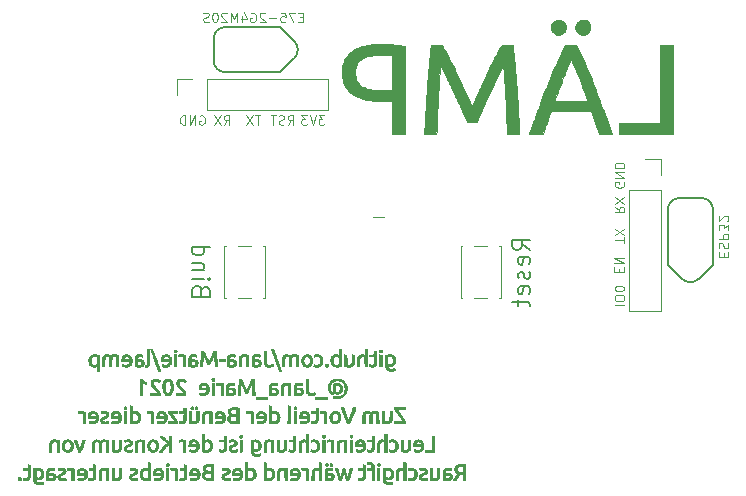
<source format=gbo>
G04 #@! TF.GenerationSoftware,KiCad,Pcbnew,5.1.5+dfsg1-2build2*
G04 #@! TF.CreationDate,2021-12-29T19:23:25+01:00*
G04 #@! TF.ProjectId,hex_base,6865785f-6261-4736-952e-6b696361645f,rev?*
G04 #@! TF.SameCoordinates,Original*
G04 #@! TF.FileFunction,Legend,Bot*
G04 #@! TF.FilePolarity,Positive*
%FSLAX46Y46*%
G04 Gerber Fmt 4.6, Leading zero omitted, Abs format (unit mm)*
G04 Created by KiCad (PCBNEW 5.1.5+dfsg1-2build2) date 2021-12-29 19:23:25*
%MOMM*%
%LPD*%
G04 APERTURE LIST*
%ADD10C,0.110000*%
%ADD11C,0.100000*%
%ADD12C,0.150000*%
%ADD13C,0.010000*%
%ADD14C,0.120000*%
%ADD15C,0.127000*%
G04 APERTURE END LIST*
D10*
X130557142Y-98714285D02*
X130557142Y-98447619D01*
X130138095Y-98333333D02*
X130138095Y-98714285D01*
X130938095Y-98714285D01*
X130938095Y-98333333D01*
X130176190Y-98028571D02*
X130138095Y-97914285D01*
X130138095Y-97723809D01*
X130176190Y-97647619D01*
X130214285Y-97609523D01*
X130290476Y-97571428D01*
X130366666Y-97571428D01*
X130442857Y-97609523D01*
X130480952Y-97647619D01*
X130519047Y-97723809D01*
X130557142Y-97876190D01*
X130595238Y-97952380D01*
X130633333Y-97990476D01*
X130709523Y-98028571D01*
X130785714Y-98028571D01*
X130861904Y-97990476D01*
X130900000Y-97952380D01*
X130938095Y-97876190D01*
X130938095Y-97685714D01*
X130900000Y-97571428D01*
X130138095Y-97228571D02*
X130938095Y-97228571D01*
X130938095Y-96923809D01*
X130900000Y-96847619D01*
X130861904Y-96809523D01*
X130785714Y-96771428D01*
X130671428Y-96771428D01*
X130595238Y-96809523D01*
X130557142Y-96847619D01*
X130519047Y-96923809D01*
X130519047Y-97228571D01*
X130938095Y-96504761D02*
X130938095Y-96009523D01*
X130633333Y-96276190D01*
X130633333Y-96161904D01*
X130595238Y-96085714D01*
X130557142Y-96047619D01*
X130480952Y-96009523D01*
X130290476Y-96009523D01*
X130214285Y-96047619D01*
X130176190Y-96085714D01*
X130138095Y-96161904D01*
X130138095Y-96390476D01*
X130176190Y-96466666D01*
X130214285Y-96504761D01*
X130861904Y-95704761D02*
X130900000Y-95666666D01*
X130938095Y-95590476D01*
X130938095Y-95400000D01*
X130900000Y-95323809D01*
X130861904Y-95285714D01*
X130785714Y-95247619D01*
X130709523Y-95247619D01*
X130595238Y-95285714D01*
X130138095Y-95742857D01*
X130138095Y-95247619D01*
D11*
X121338095Y-102825000D02*
X122138095Y-102825000D01*
X122138095Y-102291666D02*
X122138095Y-102139285D01*
X122100000Y-102063095D01*
X122023809Y-101986904D01*
X121871428Y-101948809D01*
X121604761Y-101948809D01*
X121452380Y-101986904D01*
X121376190Y-102063095D01*
X121338095Y-102139285D01*
X121338095Y-102291666D01*
X121376190Y-102367857D01*
X121452380Y-102444047D01*
X121604761Y-102482142D01*
X121871428Y-102482142D01*
X122023809Y-102444047D01*
X122100000Y-102367857D01*
X122138095Y-102291666D01*
X122138095Y-101453571D02*
X122138095Y-101377380D01*
X122100000Y-101301190D01*
X122061904Y-101263095D01*
X121985714Y-101225000D01*
X121833333Y-101186904D01*
X121642857Y-101186904D01*
X121490476Y-101225000D01*
X121414285Y-101263095D01*
X121376190Y-101301190D01*
X121338095Y-101377380D01*
X121338095Y-101453571D01*
X121376190Y-101529761D01*
X121414285Y-101567857D01*
X121490476Y-101605952D01*
X121642857Y-101644047D01*
X121833333Y-101644047D01*
X121985714Y-101605952D01*
X122061904Y-101567857D01*
X122100000Y-101529761D01*
X122138095Y-101453571D01*
X121707142Y-100015476D02*
X121707142Y-99748809D01*
X121288095Y-99634523D02*
X121288095Y-100015476D01*
X122088095Y-100015476D01*
X122088095Y-99634523D01*
X121288095Y-99291666D02*
X122088095Y-99291666D01*
X121288095Y-98834523D01*
X122088095Y-98834523D01*
X122138095Y-97534523D02*
X122138095Y-97077380D01*
X121338095Y-97305952D02*
X122138095Y-97305952D01*
X122138095Y-96886904D02*
X121338095Y-96353571D01*
X122138095Y-96353571D02*
X121338095Y-96886904D01*
X121338095Y-94508333D02*
X121719047Y-94775000D01*
X121338095Y-94965476D02*
X122138095Y-94965476D01*
X122138095Y-94660714D01*
X122100000Y-94584523D01*
X122061904Y-94546428D01*
X121985714Y-94508333D01*
X121871428Y-94508333D01*
X121795238Y-94546428D01*
X121757142Y-94584523D01*
X121719047Y-94660714D01*
X121719047Y-94965476D01*
X122138095Y-94241666D02*
X121338095Y-93708333D01*
X122138095Y-93708333D02*
X121338095Y-94241666D01*
X122100000Y-92434523D02*
X122138095Y-92510714D01*
X122138095Y-92625000D01*
X122100000Y-92739285D01*
X122023809Y-92815476D01*
X121947619Y-92853571D01*
X121795238Y-92891666D01*
X121680952Y-92891666D01*
X121528571Y-92853571D01*
X121452380Y-92815476D01*
X121376190Y-92739285D01*
X121338095Y-92625000D01*
X121338095Y-92548809D01*
X121376190Y-92434523D01*
X121414285Y-92396428D01*
X121680952Y-92396428D01*
X121680952Y-92548809D01*
X121338095Y-92053571D02*
X122138095Y-92053571D01*
X121338095Y-91596428D01*
X122138095Y-91596428D01*
X121338095Y-91215476D02*
X122138095Y-91215476D01*
X122138095Y-91025000D01*
X122100000Y-90910714D01*
X122023809Y-90834523D01*
X121947619Y-90796428D01*
X121795238Y-90758333D01*
X121680952Y-90758333D01*
X121528571Y-90796428D01*
X121452380Y-90834523D01*
X121376190Y-90910714D01*
X121338095Y-91025000D01*
X121338095Y-91215476D01*
X96765476Y-86761904D02*
X96270238Y-86761904D01*
X96536904Y-87066666D01*
X96422619Y-87066666D01*
X96346428Y-87104761D01*
X96308333Y-87142857D01*
X96270238Y-87219047D01*
X96270238Y-87409523D01*
X96308333Y-87485714D01*
X96346428Y-87523809D01*
X96422619Y-87561904D01*
X96651190Y-87561904D01*
X96727380Y-87523809D01*
X96765476Y-87485714D01*
X96041666Y-86761904D02*
X95775000Y-87561904D01*
X95508333Y-86761904D01*
X95317857Y-86761904D02*
X94822619Y-86761904D01*
X95089285Y-87066666D01*
X94975000Y-87066666D01*
X94898809Y-87104761D01*
X94860714Y-87142857D01*
X94822619Y-87219047D01*
X94822619Y-87409523D01*
X94860714Y-87485714D01*
X94898809Y-87523809D01*
X94975000Y-87561904D01*
X95203571Y-87561904D01*
X95279761Y-87523809D01*
X95317857Y-87485714D01*
X93663095Y-87561904D02*
X93929761Y-87180952D01*
X94120238Y-87561904D02*
X94120238Y-86761904D01*
X93815476Y-86761904D01*
X93739285Y-86800000D01*
X93701190Y-86838095D01*
X93663095Y-86914285D01*
X93663095Y-87028571D01*
X93701190Y-87104761D01*
X93739285Y-87142857D01*
X93815476Y-87180952D01*
X94120238Y-87180952D01*
X93358333Y-87523809D02*
X93244047Y-87561904D01*
X93053571Y-87561904D01*
X92977380Y-87523809D01*
X92939285Y-87485714D01*
X92901190Y-87409523D01*
X92901190Y-87333333D01*
X92939285Y-87257142D01*
X92977380Y-87219047D01*
X93053571Y-87180952D01*
X93205952Y-87142857D01*
X93282142Y-87104761D01*
X93320238Y-87066666D01*
X93358333Y-86990476D01*
X93358333Y-86914285D01*
X93320238Y-86838095D01*
X93282142Y-86800000D01*
X93205952Y-86761904D01*
X93015476Y-86761904D01*
X92901190Y-86800000D01*
X92672619Y-86761904D02*
X92215476Y-86761904D01*
X92444047Y-87561904D02*
X92444047Y-86761904D01*
X91334523Y-86761904D02*
X90877380Y-86761904D01*
X91105952Y-87561904D02*
X91105952Y-86761904D01*
X90686904Y-86761904D02*
X90153571Y-87561904D01*
X90153571Y-86761904D02*
X90686904Y-87561904D01*
X88258333Y-87561904D02*
X88525000Y-87180952D01*
X88715476Y-87561904D02*
X88715476Y-86761904D01*
X88410714Y-86761904D01*
X88334523Y-86800000D01*
X88296428Y-86838095D01*
X88258333Y-86914285D01*
X88258333Y-87028571D01*
X88296428Y-87104761D01*
X88334523Y-87142857D01*
X88410714Y-87180952D01*
X88715476Y-87180952D01*
X87991666Y-86761904D02*
X87458333Y-87561904D01*
X87458333Y-86761904D02*
X87991666Y-87561904D01*
X86209523Y-86800000D02*
X86285714Y-86761904D01*
X86400000Y-86761904D01*
X86514285Y-86800000D01*
X86590476Y-86876190D01*
X86628571Y-86952380D01*
X86666666Y-87104761D01*
X86666666Y-87219047D01*
X86628571Y-87371428D01*
X86590476Y-87447619D01*
X86514285Y-87523809D01*
X86400000Y-87561904D01*
X86323809Y-87561904D01*
X86209523Y-87523809D01*
X86171428Y-87485714D01*
X86171428Y-87219047D01*
X86323809Y-87219047D01*
X85828571Y-87561904D02*
X85828571Y-86761904D01*
X85371428Y-87561904D01*
X85371428Y-86761904D01*
X84990476Y-87561904D02*
X84990476Y-86761904D01*
X84800000Y-86761904D01*
X84685714Y-86800000D01*
X84609523Y-86876190D01*
X84571428Y-86952380D01*
X84533333Y-87104761D01*
X84533333Y-87219047D01*
X84571428Y-87371428D01*
X84609523Y-87447619D01*
X84685714Y-87523809D01*
X84800000Y-87561904D01*
X84990476Y-87561904D01*
D10*
X94940476Y-78442857D02*
X94673809Y-78442857D01*
X94559523Y-78861904D02*
X94940476Y-78861904D01*
X94940476Y-78061904D01*
X94559523Y-78061904D01*
X94292857Y-78061904D02*
X93759523Y-78061904D01*
X94102380Y-78861904D01*
X93073809Y-78061904D02*
X93454761Y-78061904D01*
X93492857Y-78442857D01*
X93454761Y-78404761D01*
X93378571Y-78366666D01*
X93188095Y-78366666D01*
X93111904Y-78404761D01*
X93073809Y-78442857D01*
X93035714Y-78519047D01*
X93035714Y-78709523D01*
X93073809Y-78785714D01*
X93111904Y-78823809D01*
X93188095Y-78861904D01*
X93378571Y-78861904D01*
X93454761Y-78823809D01*
X93492857Y-78785714D01*
X92692857Y-78557142D02*
X92083333Y-78557142D01*
X91740476Y-78138095D02*
X91702380Y-78100000D01*
X91626190Y-78061904D01*
X91435714Y-78061904D01*
X91359523Y-78100000D01*
X91321428Y-78138095D01*
X91283333Y-78214285D01*
X91283333Y-78290476D01*
X91321428Y-78404761D01*
X91778571Y-78861904D01*
X91283333Y-78861904D01*
X90521428Y-78100000D02*
X90597619Y-78061904D01*
X90711904Y-78061904D01*
X90826190Y-78100000D01*
X90902380Y-78176190D01*
X90940476Y-78252380D01*
X90978571Y-78404761D01*
X90978571Y-78519047D01*
X90940476Y-78671428D01*
X90902380Y-78747619D01*
X90826190Y-78823809D01*
X90711904Y-78861904D01*
X90635714Y-78861904D01*
X90521428Y-78823809D01*
X90483333Y-78785714D01*
X90483333Y-78519047D01*
X90635714Y-78519047D01*
X89797619Y-78328571D02*
X89797619Y-78861904D01*
X89988095Y-78023809D02*
X90178571Y-78595238D01*
X89683333Y-78595238D01*
X89378571Y-78861904D02*
X89378571Y-78061904D01*
X89111904Y-78633333D01*
X88845238Y-78061904D01*
X88845238Y-78861904D01*
X88502380Y-78138095D02*
X88464285Y-78100000D01*
X88388095Y-78061904D01*
X88197619Y-78061904D01*
X88121428Y-78100000D01*
X88083333Y-78138095D01*
X88045238Y-78214285D01*
X88045238Y-78290476D01*
X88083333Y-78404761D01*
X88540476Y-78861904D01*
X88045238Y-78861904D01*
X87549999Y-78061904D02*
X87473809Y-78061904D01*
X87397619Y-78100000D01*
X87359523Y-78138095D01*
X87321428Y-78214285D01*
X87283333Y-78366666D01*
X87283333Y-78557142D01*
X87321428Y-78709523D01*
X87359523Y-78785714D01*
X87397619Y-78823809D01*
X87473809Y-78861904D01*
X87549999Y-78861904D01*
X87626190Y-78823809D01*
X87664285Y-78785714D01*
X87702380Y-78709523D01*
X87740476Y-78557142D01*
X87740476Y-78366666D01*
X87702380Y-78214285D01*
X87664285Y-78138095D01*
X87626190Y-78100000D01*
X87549999Y-78061904D01*
X86978571Y-78823809D02*
X86864285Y-78861904D01*
X86673809Y-78861904D01*
X86597619Y-78823809D01*
X86559523Y-78785714D01*
X86521428Y-78709523D01*
X86521428Y-78633333D01*
X86559523Y-78557142D01*
X86597619Y-78519047D01*
X86673809Y-78480952D01*
X86826190Y-78442857D01*
X86902380Y-78404761D01*
X86940476Y-78366666D01*
X86978571Y-78290476D01*
X86978571Y-78214285D01*
X86940476Y-78138095D01*
X86902380Y-78100000D01*
X86826190Y-78061904D01*
X86635714Y-78061904D01*
X86521428Y-78100000D01*
D12*
X114178571Y-98142857D02*
X113464285Y-97642857D01*
X114178571Y-97285714D02*
X112678571Y-97285714D01*
X112678571Y-97857142D01*
X112750000Y-98000000D01*
X112821428Y-98071428D01*
X112964285Y-98142857D01*
X113178571Y-98142857D01*
X113321428Y-98071428D01*
X113392857Y-98000000D01*
X113464285Y-97857142D01*
X113464285Y-97285714D01*
X114107142Y-99357142D02*
X114178571Y-99214285D01*
X114178571Y-98928571D01*
X114107142Y-98785714D01*
X113964285Y-98714285D01*
X113392857Y-98714285D01*
X113250000Y-98785714D01*
X113178571Y-98928571D01*
X113178571Y-99214285D01*
X113250000Y-99357142D01*
X113392857Y-99428571D01*
X113535714Y-99428571D01*
X113678571Y-98714285D01*
X114107142Y-100000000D02*
X114178571Y-100142857D01*
X114178571Y-100428571D01*
X114107142Y-100571428D01*
X113964285Y-100642857D01*
X113892857Y-100642857D01*
X113750000Y-100571428D01*
X113678571Y-100428571D01*
X113678571Y-100214285D01*
X113607142Y-100071428D01*
X113464285Y-100000000D01*
X113392857Y-100000000D01*
X113250000Y-100071428D01*
X113178571Y-100214285D01*
X113178571Y-100428571D01*
X113250000Y-100571428D01*
X114107142Y-101857142D02*
X114178571Y-101714285D01*
X114178571Y-101428571D01*
X114107142Y-101285714D01*
X113964285Y-101214285D01*
X113392857Y-101214285D01*
X113250000Y-101285714D01*
X113178571Y-101428571D01*
X113178571Y-101714285D01*
X113250000Y-101857142D01*
X113392857Y-101928571D01*
X113535714Y-101928571D01*
X113678571Y-101214285D01*
X113178571Y-102357142D02*
X113178571Y-102928571D01*
X112678571Y-102571428D02*
X113964285Y-102571428D01*
X114107142Y-102642857D01*
X114178571Y-102785714D01*
X114178571Y-102928571D01*
X86357142Y-101607142D02*
X86285714Y-101392857D01*
X86214285Y-101321428D01*
X86071428Y-101250000D01*
X85857142Y-101250000D01*
X85714285Y-101321428D01*
X85642857Y-101392857D01*
X85571428Y-101535714D01*
X85571428Y-102107142D01*
X87071428Y-102107142D01*
X87071428Y-101607142D01*
X87000000Y-101464285D01*
X86928571Y-101392857D01*
X86785714Y-101321428D01*
X86642857Y-101321428D01*
X86500000Y-101392857D01*
X86428571Y-101464285D01*
X86357142Y-101607142D01*
X86357142Y-102107142D01*
X85571428Y-100607142D02*
X86571428Y-100607142D01*
X87071428Y-100607142D02*
X87000000Y-100678571D01*
X86928571Y-100607142D01*
X87000000Y-100535714D01*
X87071428Y-100607142D01*
X86928571Y-100607142D01*
X86571428Y-99892857D02*
X85571428Y-99892857D01*
X86428571Y-99892857D02*
X86500000Y-99821428D01*
X86571428Y-99678571D01*
X86571428Y-99464285D01*
X86500000Y-99321428D01*
X86357142Y-99250000D01*
X85571428Y-99250000D01*
X85571428Y-97892857D02*
X87071428Y-97892857D01*
X85642857Y-97892857D02*
X85571428Y-98035714D01*
X85571428Y-98321428D01*
X85642857Y-98464285D01*
X85714285Y-98535714D01*
X85857142Y-98607142D01*
X86285714Y-98607142D01*
X86428571Y-98535714D01*
X86500000Y-98464285D01*
X86571428Y-98321428D01*
X86571428Y-98035714D01*
X86500000Y-97892857D01*
D13*
G36*
X84086343Y-106606816D02*
G01*
X84052496Y-106626800D01*
X84027519Y-106658551D01*
X84014146Y-106700354D01*
X84013335Y-106707121D01*
X84014970Y-106752843D01*
X84030086Y-106788739D01*
X84059294Y-106815976D01*
X84074685Y-106824526D01*
X84105576Y-106837001D01*
X84131977Y-106839962D01*
X84162847Y-106834177D01*
X84168561Y-106832561D01*
X84202570Y-106814691D01*
X84226881Y-106785772D01*
X84240575Y-106749227D01*
X84242734Y-106708480D01*
X84232442Y-106666954D01*
X84219522Y-106642498D01*
X84203939Y-106627689D01*
X84179768Y-106613350D01*
X84169711Y-106609014D01*
X84126326Y-106600316D01*
X84086343Y-106606816D01*
G37*
X84086343Y-106606816D02*
X84052496Y-106626800D01*
X84027519Y-106658551D01*
X84014146Y-106700354D01*
X84013335Y-106707121D01*
X84014970Y-106752843D01*
X84030086Y-106788739D01*
X84059294Y-106815976D01*
X84074685Y-106824526D01*
X84105576Y-106837001D01*
X84131977Y-106839962D01*
X84162847Y-106834177D01*
X84168561Y-106832561D01*
X84202570Y-106814691D01*
X84226881Y-106785772D01*
X84240575Y-106749227D01*
X84242734Y-106708480D01*
X84232442Y-106666954D01*
X84219522Y-106642498D01*
X84203939Y-106627689D01*
X84179768Y-106613350D01*
X84169711Y-106609014D01*
X84126326Y-106600316D01*
X84086343Y-106606816D01*
G36*
X101475908Y-106606018D02*
G01*
X101449117Y-106618401D01*
X101429112Y-106638051D01*
X101412002Y-106662700D01*
X101411077Y-106664463D01*
X101398670Y-106704247D01*
X101400270Y-106742944D01*
X101413629Y-106778177D01*
X101436502Y-106807570D01*
X101466641Y-106828745D01*
X101501799Y-106839325D01*
X101539730Y-106836933D01*
X101564927Y-106827234D01*
X101599677Y-106800501D01*
X101621823Y-106765737D01*
X101631101Y-106726498D01*
X101627249Y-106686338D01*
X101610003Y-106648814D01*
X101580374Y-106618401D01*
X101550040Y-106605077D01*
X101512788Y-106600950D01*
X101475908Y-106606018D01*
G37*
X101475908Y-106606018D02*
X101449117Y-106618401D01*
X101429112Y-106638051D01*
X101412002Y-106662700D01*
X101411077Y-106664463D01*
X101398670Y-106704247D01*
X101400270Y-106742944D01*
X101413629Y-106778177D01*
X101436502Y-106807570D01*
X101466641Y-106828745D01*
X101501799Y-106839325D01*
X101539730Y-106836933D01*
X101564927Y-106827234D01*
X101599677Y-106800501D01*
X101621823Y-106765737D01*
X101631101Y-106726498D01*
X101627249Y-106686338D01*
X101610003Y-106648814D01*
X101580374Y-106618401D01*
X101550040Y-106605077D01*
X101512788Y-106600950D01*
X101475908Y-106606018D01*
G36*
X87837171Y-107527174D02*
G01*
X88072748Y-107527174D01*
X88134272Y-107526979D01*
X88190205Y-107526428D01*
X88238330Y-107525573D01*
X88276429Y-107524466D01*
X88302287Y-107523159D01*
X88313686Y-107521704D01*
X88313968Y-107521531D01*
X88316430Y-107511103D01*
X88318348Y-107487819D01*
X88319450Y-107455749D01*
X88319611Y-107436893D01*
X88319611Y-107357897D01*
X87837171Y-107357897D01*
X87837171Y-107527174D01*
G37*
X87837171Y-107527174D02*
X88072748Y-107527174D01*
X88134272Y-107526979D01*
X88190205Y-107526428D01*
X88238330Y-107525573D01*
X88276429Y-107524466D01*
X88302287Y-107523159D01*
X88313686Y-107521704D01*
X88313968Y-107521531D01*
X88316430Y-107511103D01*
X88318348Y-107487819D01*
X88319450Y-107455749D01*
X88319611Y-107436893D01*
X88319611Y-107357897D01*
X87837171Y-107357897D01*
X87837171Y-107527174D01*
G36*
X78294284Y-106996214D02*
G01*
X78224011Y-107003467D01*
X78166121Y-107017819D01*
X78117122Y-107040492D01*
X78073524Y-107072709D01*
X78072101Y-107073981D01*
X78045370Y-107101740D01*
X78020302Y-107133854D01*
X78007825Y-107153675D01*
X77996408Y-107175709D01*
X77986838Y-107197390D01*
X77978933Y-107220438D01*
X77972511Y-107246576D01*
X77967388Y-107277524D01*
X77963383Y-107315005D01*
X77960314Y-107360739D01*
X77957997Y-107416448D01*
X77956252Y-107483853D01*
X77954895Y-107564675D01*
X77953744Y-107660637D01*
X77953701Y-107664711D01*
X77949964Y-108018077D01*
X78137605Y-108018077D01*
X78137605Y-107713724D01*
X78137876Y-107633297D01*
X78138656Y-107558404D01*
X78139891Y-107491140D01*
X78141528Y-107433599D01*
X78143514Y-107387874D01*
X78145796Y-107356059D01*
X78146882Y-107346996D01*
X78161713Y-107282588D01*
X78185335Y-107232267D01*
X78218435Y-107195254D01*
X78261703Y-107170773D01*
X78314092Y-107158258D01*
X78366638Y-107157014D01*
X78425641Y-107164135D01*
X78483639Y-107178349D01*
X78524711Y-107194166D01*
X78550234Y-107206714D01*
X78563585Y-107216171D01*
X78567927Y-107226611D01*
X78566424Y-107242109D01*
X78565586Y-107246808D01*
X78559974Y-107279794D01*
X78555414Y-107311926D01*
X78551800Y-107345432D01*
X78549026Y-107382537D01*
X78546986Y-107425469D01*
X78545574Y-107476454D01*
X78544682Y-107537719D01*
X78544206Y-107611491D01*
X78544039Y-107698567D01*
X78543869Y-108018077D01*
X78730074Y-108018077D01*
X78730221Y-107698567D01*
X78730463Y-107603440D01*
X78731206Y-107523559D01*
X78732615Y-107457244D01*
X78734856Y-107402815D01*
X78738094Y-107358593D01*
X78742496Y-107322900D01*
X78748227Y-107294055D01*
X78755453Y-107270380D01*
X78764339Y-107250196D01*
X78775051Y-107231822D01*
X78776508Y-107229598D01*
X78803285Y-107198165D01*
X78836729Y-107176803D01*
X78879689Y-107164330D01*
X78935014Y-107159567D01*
X78945902Y-107159439D01*
X78989305Y-107160172D01*
X79034741Y-107162329D01*
X79073525Y-107165473D01*
X79079207Y-107166120D01*
X79136338Y-107173040D01*
X79136338Y-108018077D01*
X79314217Y-108018077D01*
X79309847Y-107040777D01*
X79212513Y-107020855D01*
X79169360Y-107012769D01*
X79128426Y-107007001D01*
X79085092Y-107003155D01*
X79034735Y-107000838D01*
X78972734Y-106999656D01*
X78962829Y-106999558D01*
X78907662Y-106999200D01*
X78866271Y-106999460D01*
X78835507Y-107000629D01*
X78812223Y-107003001D01*
X78793269Y-107006866D01*
X78775498Y-107012517D01*
X78760482Y-107018334D01*
X78727862Y-107034041D01*
X78696859Y-107053130D01*
X78680734Y-107065746D01*
X78650985Y-107093009D01*
X78586847Y-107060504D01*
X78498849Y-107023289D01*
X78411536Y-107001814D01*
X78321638Y-106995360D01*
X78294284Y-106996214D01*
G37*
X78294284Y-106996214D02*
X78224011Y-107003467D01*
X78166121Y-107017819D01*
X78117122Y-107040492D01*
X78073524Y-107072709D01*
X78072101Y-107073981D01*
X78045370Y-107101740D01*
X78020302Y-107133854D01*
X78007825Y-107153675D01*
X77996408Y-107175709D01*
X77986838Y-107197390D01*
X77978933Y-107220438D01*
X77972511Y-107246576D01*
X77967388Y-107277524D01*
X77963383Y-107315005D01*
X77960314Y-107360739D01*
X77957997Y-107416448D01*
X77956252Y-107483853D01*
X77954895Y-107564675D01*
X77953744Y-107660637D01*
X77953701Y-107664711D01*
X77949964Y-108018077D01*
X78137605Y-108018077D01*
X78137605Y-107713724D01*
X78137876Y-107633297D01*
X78138656Y-107558404D01*
X78139891Y-107491140D01*
X78141528Y-107433599D01*
X78143514Y-107387874D01*
X78145796Y-107356059D01*
X78146882Y-107346996D01*
X78161713Y-107282588D01*
X78185335Y-107232267D01*
X78218435Y-107195254D01*
X78261703Y-107170773D01*
X78314092Y-107158258D01*
X78366638Y-107157014D01*
X78425641Y-107164135D01*
X78483639Y-107178349D01*
X78524711Y-107194166D01*
X78550234Y-107206714D01*
X78563585Y-107216171D01*
X78567927Y-107226611D01*
X78566424Y-107242109D01*
X78565586Y-107246808D01*
X78559974Y-107279794D01*
X78555414Y-107311926D01*
X78551800Y-107345432D01*
X78549026Y-107382537D01*
X78546986Y-107425469D01*
X78545574Y-107476454D01*
X78544682Y-107537719D01*
X78544206Y-107611491D01*
X78544039Y-107698567D01*
X78543869Y-108018077D01*
X78730074Y-108018077D01*
X78730221Y-107698567D01*
X78730463Y-107603440D01*
X78731206Y-107523559D01*
X78732615Y-107457244D01*
X78734856Y-107402815D01*
X78738094Y-107358593D01*
X78742496Y-107322900D01*
X78748227Y-107294055D01*
X78755453Y-107270380D01*
X78764339Y-107250196D01*
X78775051Y-107231822D01*
X78776508Y-107229598D01*
X78803285Y-107198165D01*
X78836729Y-107176803D01*
X78879689Y-107164330D01*
X78935014Y-107159567D01*
X78945902Y-107159439D01*
X78989305Y-107160172D01*
X79034741Y-107162329D01*
X79073525Y-107165473D01*
X79079207Y-107166120D01*
X79136338Y-107173040D01*
X79136338Y-108018077D01*
X79314217Y-108018077D01*
X79309847Y-107040777D01*
X79212513Y-107020855D01*
X79169360Y-107012769D01*
X79128426Y-107007001D01*
X79085092Y-107003155D01*
X79034735Y-107000838D01*
X78972734Y-106999656D01*
X78962829Y-106999558D01*
X78907662Y-106999200D01*
X78866271Y-106999460D01*
X78835507Y-107000629D01*
X78812223Y-107003001D01*
X78793269Y-107006866D01*
X78775498Y-107012517D01*
X78760482Y-107018334D01*
X78727862Y-107034041D01*
X78696859Y-107053130D01*
X78680734Y-107065746D01*
X78650985Y-107093009D01*
X78586847Y-107060504D01*
X78498849Y-107023289D01*
X78411536Y-107001814D01*
X78321638Y-106995360D01*
X78294284Y-106996214D01*
G36*
X84036905Y-108018077D02*
G01*
X84214645Y-108018077D01*
X84214645Y-107010879D01*
X84036905Y-107010879D01*
X84036905Y-108018077D01*
G37*
X84036905Y-108018077D02*
X84214645Y-108018077D01*
X84214645Y-107010879D01*
X84036905Y-107010879D01*
X84036905Y-108018077D01*
G36*
X84463677Y-107006998D02*
G01*
X84430407Y-107012953D01*
X84404315Y-107017912D01*
X84389253Y-107021131D01*
X84387079Y-107021830D01*
X84387697Y-107030462D01*
X84391205Y-107051059D01*
X84396655Y-107079098D01*
X84403099Y-107110056D01*
X84409587Y-107139411D01*
X84415172Y-107162641D01*
X84418906Y-107175223D01*
X84419446Y-107176182D01*
X84428927Y-107176459D01*
X84450740Y-107173850D01*
X84480642Y-107168897D01*
X84488939Y-107167345D01*
X84579432Y-107156454D01*
X84667031Y-107158343D01*
X84718244Y-107166059D01*
X84769027Y-107176615D01*
X84773417Y-108018077D01*
X84959464Y-108018077D01*
X84959464Y-107055053D01*
X84889655Y-107036216D01*
X84772095Y-107009798D01*
X84662422Y-106996464D01*
X84558006Y-106996036D01*
X84463677Y-107006998D01*
G37*
X84463677Y-107006998D02*
X84430407Y-107012953D01*
X84404315Y-107017912D01*
X84389253Y-107021131D01*
X84387079Y-107021830D01*
X84387697Y-107030462D01*
X84391205Y-107051059D01*
X84396655Y-107079098D01*
X84403099Y-107110056D01*
X84409587Y-107139411D01*
X84415172Y-107162641D01*
X84418906Y-107175223D01*
X84419446Y-107176182D01*
X84428927Y-107176459D01*
X84450740Y-107173850D01*
X84480642Y-107168897D01*
X84488939Y-107167345D01*
X84579432Y-107156454D01*
X84667031Y-107158343D01*
X84718244Y-107166059D01*
X84769027Y-107176615D01*
X84773417Y-108018077D01*
X84959464Y-108018077D01*
X84959464Y-107055053D01*
X84889655Y-107036216D01*
X84772095Y-107009798D01*
X84662422Y-106996464D01*
X84558006Y-106996036D01*
X84463677Y-107006998D01*
G36*
X86358868Y-106682238D02*
G01*
X86343643Y-106688358D01*
X86335348Y-106701906D01*
X86331053Y-106725754D01*
X86327829Y-106762777D01*
X86326893Y-106773892D01*
X86324732Y-106798753D01*
X86321382Y-106837095D01*
X86317142Y-106885536D01*
X86312307Y-106940695D01*
X86307172Y-106999190D01*
X86305402Y-107019343D01*
X86299451Y-107089904D01*
X86292852Y-107173022D01*
X86285868Y-107265001D01*
X86278760Y-107362146D01*
X86271788Y-107460763D01*
X86265215Y-107557155D01*
X86259302Y-107647627D01*
X86254310Y-107728485D01*
X86250619Y-107793785D01*
X86247987Y-107840750D01*
X86244986Y-107889878D01*
X86242085Y-107933665D01*
X86240722Y-107952482D01*
X86235743Y-108018077D01*
X86422672Y-108018077D01*
X86427068Y-107982106D01*
X86428806Y-107961702D01*
X86430829Y-107928034D01*
X86432954Y-107884759D01*
X86434996Y-107835531D01*
X86436326Y-107798017D01*
X86438962Y-107725714D01*
X86442240Y-107648724D01*
X86446043Y-107568864D01*
X86450254Y-107487953D01*
X86454756Y-107407808D01*
X86459431Y-107330248D01*
X86464162Y-107257090D01*
X86468834Y-107190153D01*
X86473327Y-107131255D01*
X86477526Y-107082214D01*
X86481313Y-107044847D01*
X86484571Y-107020974D01*
X86486908Y-107012570D01*
X86491729Y-107018542D01*
X86502763Y-107038221D01*
X86519206Y-107069908D01*
X86540258Y-107111903D01*
X86565114Y-107162507D01*
X86592974Y-107220022D01*
X86623034Y-107282747D01*
X86654493Y-107348984D01*
X86686547Y-107417034D01*
X86718394Y-107485197D01*
X86749232Y-107551775D01*
X86778258Y-107615068D01*
X86804671Y-107673378D01*
X86827667Y-107725004D01*
X86846445Y-107768248D01*
X86860201Y-107801412D01*
X86863813Y-107810670D01*
X86868414Y-107820602D01*
X86875400Y-107826819D01*
X86888318Y-107830192D01*
X86910717Y-107831586D01*
X86946144Y-107831871D01*
X86950483Y-107831872D01*
X87029092Y-107831872D01*
X87083415Y-107707031D01*
X87111084Y-107644135D01*
X87141287Y-107576705D01*
X87173232Y-107506402D01*
X87206128Y-107434886D01*
X87239186Y-107363821D01*
X87271614Y-107294867D01*
X87302623Y-107229686D01*
X87331421Y-107169939D01*
X87357218Y-107117289D01*
X87379223Y-107073396D01*
X87396647Y-107039923D01*
X87408698Y-107018531D01*
X87414586Y-107010881D01*
X87414622Y-107010879D01*
X87416707Y-107019036D01*
X87419495Y-107042315D01*
X87422879Y-107078932D01*
X87426752Y-107127100D01*
X87431009Y-107185033D01*
X87435542Y-107250947D01*
X87440245Y-107323056D01*
X87445013Y-107399573D01*
X87449737Y-107478714D01*
X87454312Y-107558693D01*
X87458632Y-107637723D01*
X87462590Y-107714020D01*
X87466079Y-107785798D01*
X87468994Y-107851271D01*
X87471227Y-107908654D01*
X87472672Y-107956161D01*
X87473224Y-107992006D01*
X87473226Y-107993983D01*
X87473226Y-108018077D01*
X87661881Y-108018077D01*
X87656188Y-107893235D01*
X87650533Y-107777644D01*
X87643933Y-107657138D01*
X87636561Y-107534167D01*
X87628595Y-107411183D01*
X87620210Y-107290636D01*
X87611582Y-107174979D01*
X87602887Y-107066661D01*
X87594302Y-106968133D01*
X87586001Y-106881848D01*
X87578864Y-106816211D01*
X87574114Y-106774539D01*
X87570194Y-106738084D01*
X87567496Y-106710634D01*
X87566410Y-106695980D01*
X87566405Y-106695601D01*
X87564609Y-106688807D01*
X87557305Y-106684456D01*
X87541490Y-106682021D01*
X87514164Y-106680977D01*
X87481897Y-106680789D01*
X87397465Y-106680789D01*
X87358563Y-106746384D01*
X87338569Y-106781908D01*
X87312778Y-106830552D01*
X87282325Y-106889990D01*
X87248343Y-106957898D01*
X87211965Y-107031951D01*
X87174326Y-107109825D01*
X87136557Y-107189195D01*
X87099793Y-107267736D01*
X87065168Y-107343123D01*
X87036731Y-107406442D01*
X87013435Y-107458231D01*
X86992170Y-107504063D01*
X86973926Y-107541918D01*
X86959695Y-107569776D01*
X86950467Y-107585617D01*
X86947442Y-107588415D01*
X86942528Y-107579259D01*
X86931781Y-107556770D01*
X86916192Y-107523106D01*
X86896752Y-107480423D01*
X86874453Y-107430879D01*
X86855117Y-107387520D01*
X86817117Y-107303142D01*
X86776821Y-107215785D01*
X86735467Y-107127991D01*
X86694290Y-107042300D01*
X86654528Y-106961252D01*
X86617419Y-106887389D01*
X86584198Y-106823250D01*
X86556104Y-106771377D01*
X86549144Y-106759080D01*
X86504255Y-106680789D01*
X86421824Y-106680789D01*
X86383952Y-106680673D01*
X86358868Y-106682238D01*
G37*
X86358868Y-106682238D02*
X86343643Y-106688358D01*
X86335348Y-106701906D01*
X86331053Y-106725754D01*
X86327829Y-106762777D01*
X86326893Y-106773892D01*
X86324732Y-106798753D01*
X86321382Y-106837095D01*
X86317142Y-106885536D01*
X86312307Y-106940695D01*
X86307172Y-106999190D01*
X86305402Y-107019343D01*
X86299451Y-107089904D01*
X86292852Y-107173022D01*
X86285868Y-107265001D01*
X86278760Y-107362146D01*
X86271788Y-107460763D01*
X86265215Y-107557155D01*
X86259302Y-107647627D01*
X86254310Y-107728485D01*
X86250619Y-107793785D01*
X86247987Y-107840750D01*
X86244986Y-107889878D01*
X86242085Y-107933665D01*
X86240722Y-107952482D01*
X86235743Y-108018077D01*
X86422672Y-108018077D01*
X86427068Y-107982106D01*
X86428806Y-107961702D01*
X86430829Y-107928034D01*
X86432954Y-107884759D01*
X86434996Y-107835531D01*
X86436326Y-107798017D01*
X86438962Y-107725714D01*
X86442240Y-107648724D01*
X86446043Y-107568864D01*
X86450254Y-107487953D01*
X86454756Y-107407808D01*
X86459431Y-107330248D01*
X86464162Y-107257090D01*
X86468834Y-107190153D01*
X86473327Y-107131255D01*
X86477526Y-107082214D01*
X86481313Y-107044847D01*
X86484571Y-107020974D01*
X86486908Y-107012570D01*
X86491729Y-107018542D01*
X86502763Y-107038221D01*
X86519206Y-107069908D01*
X86540258Y-107111903D01*
X86565114Y-107162507D01*
X86592974Y-107220022D01*
X86623034Y-107282747D01*
X86654493Y-107348984D01*
X86686547Y-107417034D01*
X86718394Y-107485197D01*
X86749232Y-107551775D01*
X86778258Y-107615068D01*
X86804671Y-107673378D01*
X86827667Y-107725004D01*
X86846445Y-107768248D01*
X86860201Y-107801412D01*
X86863813Y-107810670D01*
X86868414Y-107820602D01*
X86875400Y-107826819D01*
X86888318Y-107830192D01*
X86910717Y-107831586D01*
X86946144Y-107831871D01*
X86950483Y-107831872D01*
X87029092Y-107831872D01*
X87083415Y-107707031D01*
X87111084Y-107644135D01*
X87141287Y-107576705D01*
X87173232Y-107506402D01*
X87206128Y-107434886D01*
X87239186Y-107363821D01*
X87271614Y-107294867D01*
X87302623Y-107229686D01*
X87331421Y-107169939D01*
X87357218Y-107117289D01*
X87379223Y-107073396D01*
X87396647Y-107039923D01*
X87408698Y-107018531D01*
X87414586Y-107010881D01*
X87414622Y-107010879D01*
X87416707Y-107019036D01*
X87419495Y-107042315D01*
X87422879Y-107078932D01*
X87426752Y-107127100D01*
X87431009Y-107185033D01*
X87435542Y-107250947D01*
X87440245Y-107323056D01*
X87445013Y-107399573D01*
X87449737Y-107478714D01*
X87454312Y-107558693D01*
X87458632Y-107637723D01*
X87462590Y-107714020D01*
X87466079Y-107785798D01*
X87468994Y-107851271D01*
X87471227Y-107908654D01*
X87472672Y-107956161D01*
X87473224Y-107992006D01*
X87473226Y-107993983D01*
X87473226Y-108018077D01*
X87661881Y-108018077D01*
X87656188Y-107893235D01*
X87650533Y-107777644D01*
X87643933Y-107657138D01*
X87636561Y-107534167D01*
X87628595Y-107411183D01*
X87620210Y-107290636D01*
X87611582Y-107174979D01*
X87602887Y-107066661D01*
X87594302Y-106968133D01*
X87586001Y-106881848D01*
X87578864Y-106816211D01*
X87574114Y-106774539D01*
X87570194Y-106738084D01*
X87567496Y-106710634D01*
X87566410Y-106695980D01*
X87566405Y-106695601D01*
X87564609Y-106688807D01*
X87557305Y-106684456D01*
X87541490Y-106682021D01*
X87514164Y-106680977D01*
X87481897Y-106680789D01*
X87397465Y-106680789D01*
X87358563Y-106746384D01*
X87338569Y-106781908D01*
X87312778Y-106830552D01*
X87282325Y-106889990D01*
X87248343Y-106957898D01*
X87211965Y-107031951D01*
X87174326Y-107109825D01*
X87136557Y-107189195D01*
X87099793Y-107267736D01*
X87065168Y-107343123D01*
X87036731Y-107406442D01*
X87013435Y-107458231D01*
X86992170Y-107504063D01*
X86973926Y-107541918D01*
X86959695Y-107569776D01*
X86950467Y-107585617D01*
X86947442Y-107588415D01*
X86942528Y-107579259D01*
X86931781Y-107556770D01*
X86916192Y-107523106D01*
X86896752Y-107480423D01*
X86874453Y-107430879D01*
X86855117Y-107387520D01*
X86817117Y-107303142D01*
X86776821Y-107215785D01*
X86735467Y-107127991D01*
X86694290Y-107042300D01*
X86654528Y-106961252D01*
X86617419Y-106887389D01*
X86584198Y-106823250D01*
X86556104Y-106771377D01*
X86549144Y-106759080D01*
X86504255Y-106680789D01*
X86421824Y-106680789D01*
X86383952Y-106680673D01*
X86358868Y-106682238D01*
G36*
X89883429Y-106995694D02*
G01*
X89831555Y-106999223D01*
X89813321Y-107001804D01*
X89736033Y-107022246D01*
X89670198Y-107054914D01*
X89615403Y-107100193D01*
X89571233Y-107158465D01*
X89537274Y-107230113D01*
X89524577Y-107269027D01*
X89520864Y-107283980D01*
X89517766Y-107301750D01*
X89515207Y-107324055D01*
X89513108Y-107352618D01*
X89511392Y-107389156D01*
X89509983Y-107435390D01*
X89508803Y-107493041D01*
X89507775Y-107563829D01*
X89506822Y-107649472D01*
X89506630Y-107668943D01*
X89503235Y-108018077D01*
X89690753Y-108018077D01*
X89690753Y-107714123D01*
X89691026Y-107614877D01*
X89692009Y-107530967D01*
X89693951Y-107460810D01*
X89697099Y-107402820D01*
X89701701Y-107355412D01*
X89708006Y-107317002D01*
X89716261Y-107286005D01*
X89726715Y-107260837D01*
X89739615Y-107239913D01*
X89755209Y-107221648D01*
X89770002Y-107207700D01*
X89796372Y-107188565D01*
X89825223Y-107173209D01*
X89831797Y-107170648D01*
X89857484Y-107165232D01*
X89895534Y-107161577D01*
X89941466Y-107159761D01*
X89990798Y-107159865D01*
X90039050Y-107161967D01*
X90081741Y-107166147D01*
X90082206Y-107166211D01*
X90130873Y-107172910D01*
X90130873Y-108018077D01*
X90317216Y-108018077D01*
X90312846Y-107040777D01*
X90215512Y-107021495D01*
X90153511Y-107011232D01*
X90085069Y-107003314D01*
X90014419Y-106997946D01*
X89945795Y-106995337D01*
X89883429Y-106995694D01*
G37*
X89883429Y-106995694D02*
X89831555Y-106999223D01*
X89813321Y-107001804D01*
X89736033Y-107022246D01*
X89670198Y-107054914D01*
X89615403Y-107100193D01*
X89571233Y-107158465D01*
X89537274Y-107230113D01*
X89524577Y-107269027D01*
X89520864Y-107283980D01*
X89517766Y-107301750D01*
X89515207Y-107324055D01*
X89513108Y-107352618D01*
X89511392Y-107389156D01*
X89509983Y-107435390D01*
X89508803Y-107493041D01*
X89507775Y-107563829D01*
X89506822Y-107649472D01*
X89506630Y-107668943D01*
X89503235Y-108018077D01*
X89690753Y-108018077D01*
X89690753Y-107714123D01*
X89691026Y-107614877D01*
X89692009Y-107530967D01*
X89693951Y-107460810D01*
X89697099Y-107402820D01*
X89701701Y-107355412D01*
X89708006Y-107317002D01*
X89716261Y-107286005D01*
X89726715Y-107260837D01*
X89739615Y-107239913D01*
X89755209Y-107221648D01*
X89770002Y-107207700D01*
X89796372Y-107188565D01*
X89825223Y-107173209D01*
X89831797Y-107170648D01*
X89857484Y-107165232D01*
X89895534Y-107161577D01*
X89941466Y-107159761D01*
X89990798Y-107159865D01*
X90039050Y-107161967D01*
X90081741Y-107166147D01*
X90082206Y-107166211D01*
X90130873Y-107172910D01*
X90130873Y-108018077D01*
X90317216Y-108018077D01*
X90312846Y-107040777D01*
X90215512Y-107021495D01*
X90153511Y-107011232D01*
X90085069Y-107003314D01*
X90014419Y-106997946D01*
X89945795Y-106995337D01*
X89883429Y-106995694D01*
G36*
X93516487Y-106996639D02*
G01*
X93464915Y-107000728D01*
X93425184Y-107006664D01*
X93392217Y-107015813D01*
X93360934Y-107029543D01*
X93330437Y-107046696D01*
X93279158Y-107086717D01*
X93238557Y-107139028D01*
X93208346Y-107204119D01*
X93188238Y-107282480D01*
X93186620Y-107291992D01*
X93184648Y-107312664D01*
X93182841Y-107348148D01*
X93181246Y-107396327D01*
X93179909Y-107455088D01*
X93178879Y-107522313D01*
X93178202Y-107595887D01*
X93177925Y-107673696D01*
X93177922Y-107681639D01*
X93177858Y-108018077D01*
X93353608Y-108018077D01*
X93357797Y-107685871D01*
X93359125Y-107592034D01*
X93360668Y-107513457D01*
X93362629Y-107448472D01*
X93365208Y-107395411D01*
X93368606Y-107352605D01*
X93373023Y-107318386D01*
X93378662Y-107291088D01*
X93385723Y-107269040D01*
X93394407Y-107250577D01*
X93404914Y-107234029D01*
X93413634Y-107222476D01*
X93440408Y-107194357D01*
X93470612Y-107175504D01*
X93507946Y-107164559D01*
X93556111Y-107160166D01*
X93584122Y-107159986D01*
X93633323Y-107162018D01*
X93671822Y-107167336D01*
X93705680Y-107176857D01*
X93712849Y-107179508D01*
X93752444Y-107196233D01*
X93777355Y-107211070D01*
X93789440Y-107225732D01*
X93790557Y-107241930D01*
X93788381Y-107249137D01*
X93780997Y-107276828D01*
X93774865Y-107318088D01*
X93769954Y-107373489D01*
X93766232Y-107443601D01*
X93763667Y-107528997D01*
X93762227Y-107630246D01*
X93761863Y-107725741D01*
X93761863Y-108018077D01*
X93948068Y-108018077D01*
X93948068Y-107722455D01*
X93948395Y-107620323D01*
X93949531Y-107533582D01*
X93951704Y-107460706D01*
X93955142Y-107400169D01*
X93960076Y-107350445D01*
X93966734Y-107310006D01*
X93975346Y-107277327D01*
X93986139Y-107250881D01*
X93999344Y-107229142D01*
X94015190Y-107210584D01*
X94026472Y-107199978D01*
X94055991Y-107179610D01*
X94091855Y-107165819D01*
X94136099Y-107158387D01*
X94190756Y-107157096D01*
X94257863Y-107161727D01*
X94316918Y-107168865D01*
X94354332Y-107173993D01*
X94354332Y-108018077D01*
X94540537Y-108018077D01*
X94540537Y-107045387D01*
X94508797Y-107037037D01*
X94421761Y-107017848D01*
X94330723Y-107005502D01*
X94230866Y-106999441D01*
X94176592Y-106998594D01*
X94111702Y-106999176D01*
X94060397Y-107001862D01*
X94019388Y-107007419D01*
X93985386Y-107016618D01*
X93955101Y-107030226D01*
X93925244Y-107049011D01*
X93908658Y-107061185D01*
X93869062Y-107091286D01*
X93804883Y-107059446D01*
X93715083Y-107022345D01*
X93626731Y-107001275D01*
X93537584Y-106995748D01*
X93516487Y-106996639D01*
G37*
X93516487Y-106996639D02*
X93464915Y-107000728D01*
X93425184Y-107006664D01*
X93392217Y-107015813D01*
X93360934Y-107029543D01*
X93330437Y-107046696D01*
X93279158Y-107086717D01*
X93238557Y-107139028D01*
X93208346Y-107204119D01*
X93188238Y-107282480D01*
X93186620Y-107291992D01*
X93184648Y-107312664D01*
X93182841Y-107348148D01*
X93181246Y-107396327D01*
X93179909Y-107455088D01*
X93178879Y-107522313D01*
X93178202Y-107595887D01*
X93177925Y-107673696D01*
X93177922Y-107681639D01*
X93177858Y-108018077D01*
X93353608Y-108018077D01*
X93357797Y-107685871D01*
X93359125Y-107592034D01*
X93360668Y-107513457D01*
X93362629Y-107448472D01*
X93365208Y-107395411D01*
X93368606Y-107352605D01*
X93373023Y-107318386D01*
X93378662Y-107291088D01*
X93385723Y-107269040D01*
X93394407Y-107250577D01*
X93404914Y-107234029D01*
X93413634Y-107222476D01*
X93440408Y-107194357D01*
X93470612Y-107175504D01*
X93507946Y-107164559D01*
X93556111Y-107160166D01*
X93584122Y-107159986D01*
X93633323Y-107162018D01*
X93671822Y-107167336D01*
X93705680Y-107176857D01*
X93712849Y-107179508D01*
X93752444Y-107196233D01*
X93777355Y-107211070D01*
X93789440Y-107225732D01*
X93790557Y-107241930D01*
X93788381Y-107249137D01*
X93780997Y-107276828D01*
X93774865Y-107318088D01*
X93769954Y-107373489D01*
X93766232Y-107443601D01*
X93763667Y-107528997D01*
X93762227Y-107630246D01*
X93761863Y-107725741D01*
X93761863Y-108018077D01*
X93948068Y-108018077D01*
X93948068Y-107722455D01*
X93948395Y-107620323D01*
X93949531Y-107533582D01*
X93951704Y-107460706D01*
X93955142Y-107400169D01*
X93960076Y-107350445D01*
X93966734Y-107310006D01*
X93975346Y-107277327D01*
X93986139Y-107250881D01*
X93999344Y-107229142D01*
X94015190Y-107210584D01*
X94026472Y-107199978D01*
X94055991Y-107179610D01*
X94091855Y-107165819D01*
X94136099Y-107158387D01*
X94190756Y-107157096D01*
X94257863Y-107161727D01*
X94316918Y-107168865D01*
X94354332Y-107173993D01*
X94354332Y-108018077D01*
X94540537Y-108018077D01*
X94540537Y-107045387D01*
X94508797Y-107037037D01*
X94421761Y-107017848D01*
X94330723Y-107005502D01*
X94230866Y-106999441D01*
X94176592Y-106998594D01*
X94111702Y-106999176D01*
X94060397Y-107001862D01*
X94019388Y-107007419D01*
X93985386Y-107016618D01*
X93955101Y-107030226D01*
X93925244Y-107049011D01*
X93908658Y-107061185D01*
X93869062Y-107091286D01*
X93804883Y-107059446D01*
X93715083Y-107022345D01*
X93626731Y-107001275D01*
X93537584Y-106995748D01*
X93516487Y-106996639D01*
G36*
X100165057Y-106526734D02*
G01*
X100163911Y-106536029D01*
X100162871Y-106560112D01*
X100161977Y-106596844D01*
X100161265Y-106644088D01*
X100160774Y-106699704D01*
X100160543Y-106761552D01*
X100160530Y-106780521D01*
X100160530Y-107029781D01*
X100141487Y-107024396D01*
X100039459Y-107002348D01*
X99940935Y-106994558D01*
X99848141Y-107001152D01*
X99820758Y-107006165D01*
X99746203Y-107029501D01*
X99682727Y-107065600D01*
X99630243Y-107114544D01*
X99588663Y-107176415D01*
X99557900Y-107251297D01*
X99556672Y-107255291D01*
X99552454Y-107270302D01*
X99548958Y-107286091D01*
X99546095Y-107304427D01*
X99543779Y-107327080D01*
X99541920Y-107355820D01*
X99540432Y-107392416D01*
X99539224Y-107438637D01*
X99538211Y-107496255D01*
X99537303Y-107567037D01*
X99536413Y-107652754D01*
X99536297Y-107664711D01*
X99532905Y-108018077D01*
X99720410Y-108018077D01*
X99720557Y-107707031D01*
X99720798Y-107613673D01*
X99721540Y-107535473D01*
X99722960Y-107470661D01*
X99725234Y-107417471D01*
X99728538Y-107374135D01*
X99733047Y-107338884D01*
X99738938Y-107309951D01*
X99746387Y-107285569D01*
X99755569Y-107263969D01*
X99766661Y-107243384D01*
X99766709Y-107243302D01*
X99786658Y-107216500D01*
X99813696Y-107195423D01*
X99836777Y-107182910D01*
X99861013Y-107171771D01*
X99882020Y-107164859D01*
X99905047Y-107161293D01*
X99935341Y-107160193D01*
X99970094Y-107160526D01*
X100013425Y-107162394D01*
X100057029Y-107166098D01*
X100093801Y-107170972D01*
X100105515Y-107173212D01*
X100156298Y-107184388D01*
X100158494Y-107601233D01*
X100160690Y-108018077D01*
X100346735Y-108018077D01*
X100346735Y-107285954D01*
X100346711Y-107176247D01*
X100346642Y-107071517D01*
X100346530Y-106972983D01*
X100346381Y-106881864D01*
X100346197Y-106799378D01*
X100345981Y-106726744D01*
X100345737Y-106665181D01*
X100345470Y-106615907D01*
X100345181Y-106580141D01*
X100344875Y-106559102D01*
X100344619Y-106553692D01*
X100335952Y-106552222D01*
X100314205Y-106548361D01*
X100282950Y-106542746D01*
X100256044Y-106537880D01*
X100219805Y-106531795D01*
X100190114Y-106527719D01*
X100170663Y-106526105D01*
X100165057Y-106526734D01*
G37*
X100165057Y-106526734D02*
X100163911Y-106536029D01*
X100162871Y-106560112D01*
X100161977Y-106596844D01*
X100161265Y-106644088D01*
X100160774Y-106699704D01*
X100160543Y-106761552D01*
X100160530Y-106780521D01*
X100160530Y-107029781D01*
X100141487Y-107024396D01*
X100039459Y-107002348D01*
X99940935Y-106994558D01*
X99848141Y-107001152D01*
X99820758Y-107006165D01*
X99746203Y-107029501D01*
X99682727Y-107065600D01*
X99630243Y-107114544D01*
X99588663Y-107176415D01*
X99557900Y-107251297D01*
X99556672Y-107255291D01*
X99552454Y-107270302D01*
X99548958Y-107286091D01*
X99546095Y-107304427D01*
X99543779Y-107327080D01*
X99541920Y-107355820D01*
X99540432Y-107392416D01*
X99539224Y-107438637D01*
X99538211Y-107496255D01*
X99537303Y-107567037D01*
X99536413Y-107652754D01*
X99536297Y-107664711D01*
X99532905Y-108018077D01*
X99720410Y-108018077D01*
X99720557Y-107707031D01*
X99720798Y-107613673D01*
X99721540Y-107535473D01*
X99722960Y-107470661D01*
X99725234Y-107417471D01*
X99728538Y-107374135D01*
X99733047Y-107338884D01*
X99738938Y-107309951D01*
X99746387Y-107285569D01*
X99755569Y-107263969D01*
X99766661Y-107243384D01*
X99766709Y-107243302D01*
X99786658Y-107216500D01*
X99813696Y-107195423D01*
X99836777Y-107182910D01*
X99861013Y-107171771D01*
X99882020Y-107164859D01*
X99905047Y-107161293D01*
X99935341Y-107160193D01*
X99970094Y-107160526D01*
X100013425Y-107162394D01*
X100057029Y-107166098D01*
X100093801Y-107170972D01*
X100105515Y-107173212D01*
X100156298Y-107184388D01*
X100158494Y-107601233D01*
X100160690Y-108018077D01*
X100346735Y-108018077D01*
X100346735Y-107285954D01*
X100346711Y-107176247D01*
X100346642Y-107071517D01*
X100346530Y-106972983D01*
X100346381Y-106881864D01*
X100346197Y-106799378D01*
X100345981Y-106726744D01*
X100345737Y-106665181D01*
X100345470Y-106615907D01*
X100345181Y-106580141D01*
X100344875Y-106559102D01*
X100344619Y-106553692D01*
X100335952Y-106552222D01*
X100314205Y-106548361D01*
X100282950Y-106542746D01*
X100256044Y-106537880D01*
X100219805Y-106531795D01*
X100190114Y-106527719D01*
X100170663Y-106526105D01*
X100165057Y-106526734D01*
G36*
X101421643Y-108018077D02*
G01*
X101607982Y-108018077D01*
X101603616Y-107015111D01*
X101512629Y-107012709D01*
X101421643Y-107010307D01*
X101421643Y-108018077D01*
G37*
X101421643Y-108018077D02*
X101607982Y-108018077D01*
X101603616Y-107015111D01*
X101512629Y-107012709D01*
X101421643Y-107010307D01*
X101421643Y-108018077D01*
G36*
X81739321Y-106526744D02*
G01*
X81739111Y-106526889D01*
X81738405Y-106535853D01*
X81737733Y-106560417D01*
X81737106Y-106599252D01*
X81736533Y-106651032D01*
X81736023Y-106714428D01*
X81735585Y-106788113D01*
X81735229Y-106870758D01*
X81734963Y-106961035D01*
X81734796Y-107057618D01*
X81734739Y-107159144D01*
X81734623Y-107296895D01*
X81734275Y-107417925D01*
X81733692Y-107522439D01*
X81732870Y-107610643D01*
X81731806Y-107682741D01*
X81730499Y-107738940D01*
X81728945Y-107779445D01*
X81727141Y-107804460D01*
X81725642Y-107813123D01*
X81710339Y-107839413D01*
X81683948Y-107858651D01*
X81643984Y-107872503D01*
X81633413Y-107874931D01*
X81612779Y-107879582D01*
X81599866Y-107885088D01*
X81593599Y-107894770D01*
X81592902Y-107911945D01*
X81596699Y-107939933D01*
X81602109Y-107971526D01*
X81612325Y-108030773D01*
X81654488Y-108032094D01*
X81682877Y-108032095D01*
X81706427Y-108030583D01*
X81713579Y-108029436D01*
X81781024Y-108007942D01*
X81834343Y-107978177D01*
X81874559Y-107939423D01*
X81898848Y-107899648D01*
X81902145Y-107892306D01*
X81905015Y-107884541D01*
X81907491Y-107875174D01*
X81909608Y-107863028D01*
X81911402Y-107846925D01*
X81912905Y-107825686D01*
X81914153Y-107798134D01*
X81915180Y-107763090D01*
X81916020Y-107719375D01*
X81916708Y-107665813D01*
X81917278Y-107601224D01*
X81917766Y-107524430D01*
X81918204Y-107434254D01*
X81918629Y-107329518D01*
X81919073Y-107209042D01*
X81919077Y-107207888D01*
X81921443Y-106554280D01*
X81902149Y-106549943D01*
X81872479Y-106543935D01*
X81838260Y-106537998D01*
X81803663Y-106532720D01*
X81772860Y-106528692D01*
X81750022Y-106526504D01*
X81739321Y-106526744D01*
G37*
X81739321Y-106526744D02*
X81739111Y-106526889D01*
X81738405Y-106535853D01*
X81737733Y-106560417D01*
X81737106Y-106599252D01*
X81736533Y-106651032D01*
X81736023Y-106714428D01*
X81735585Y-106788113D01*
X81735229Y-106870758D01*
X81734963Y-106961035D01*
X81734796Y-107057618D01*
X81734739Y-107159144D01*
X81734623Y-107296895D01*
X81734275Y-107417925D01*
X81733692Y-107522439D01*
X81732870Y-107610643D01*
X81731806Y-107682741D01*
X81730499Y-107738940D01*
X81728945Y-107779445D01*
X81727141Y-107804460D01*
X81725642Y-107813123D01*
X81710339Y-107839413D01*
X81683948Y-107858651D01*
X81643984Y-107872503D01*
X81633413Y-107874931D01*
X81612779Y-107879582D01*
X81599866Y-107885088D01*
X81593599Y-107894770D01*
X81592902Y-107911945D01*
X81596699Y-107939933D01*
X81602109Y-107971526D01*
X81612325Y-108030773D01*
X81654488Y-108032094D01*
X81682877Y-108032095D01*
X81706427Y-108030583D01*
X81713579Y-108029436D01*
X81781024Y-108007942D01*
X81834343Y-107978177D01*
X81874559Y-107939423D01*
X81898848Y-107899648D01*
X81902145Y-107892306D01*
X81905015Y-107884541D01*
X81907491Y-107875174D01*
X81909608Y-107863028D01*
X81911402Y-107846925D01*
X81912905Y-107825686D01*
X81914153Y-107798134D01*
X81915180Y-107763090D01*
X81916020Y-107719375D01*
X81916708Y-107665813D01*
X81917278Y-107601224D01*
X81917766Y-107524430D01*
X81918204Y-107434254D01*
X81918629Y-107329518D01*
X81919073Y-107209042D01*
X81919077Y-107207888D01*
X81921443Y-106554280D01*
X81902149Y-106549943D01*
X81872479Y-106543935D01*
X81838260Y-106537998D01*
X81803663Y-106532720D01*
X81772860Y-106528692D01*
X81750022Y-106526504D01*
X81739321Y-106526744D01*
G36*
X79895191Y-106999701D02*
G01*
X79817608Y-107020250D01*
X79750400Y-107054043D01*
X79693727Y-107100891D01*
X79647752Y-107160606D01*
X79612635Y-107233000D01*
X79588539Y-107317883D01*
X79575624Y-107415067D01*
X79573379Y-107470552D01*
X79572226Y-107565261D01*
X79912896Y-107567473D01*
X79999148Y-107568106D01*
X80069920Y-107568820D01*
X80126659Y-107569675D01*
X80170814Y-107570732D01*
X80203832Y-107572053D01*
X80227161Y-107573699D01*
X80242249Y-107575731D01*
X80250543Y-107578210D01*
X80253490Y-107581198D01*
X80253566Y-107581868D01*
X80250911Y-107605224D01*
X80244022Y-107638064D01*
X80234506Y-107673989D01*
X80223975Y-107706598D01*
X80219019Y-107719224D01*
X80193293Y-107763021D01*
X80156954Y-107803758D01*
X80115269Y-107836080D01*
X80092130Y-107848261D01*
X80039611Y-107864521D01*
X79976222Y-107874132D01*
X79906667Y-107877084D01*
X79835648Y-107873367D01*
X79767867Y-107862972D01*
X79716839Y-107849059D01*
X79690590Y-107840428D01*
X79671792Y-107835015D01*
X79664941Y-107833966D01*
X79662825Y-107842692D01*
X79658717Y-107864235D01*
X79653343Y-107894701D01*
X79650663Y-107910540D01*
X79644921Y-107944987D01*
X79642845Y-107968734D01*
X79646741Y-107984602D01*
X79658914Y-107995408D01*
X79681670Y-108003973D01*
X79717315Y-108013116D01*
X79738814Y-108018327D01*
X79785238Y-108027170D01*
X79840937Y-108033943D01*
X79900809Y-108038383D01*
X79959754Y-108040229D01*
X80012671Y-108039217D01*
X80054459Y-108035086D01*
X80056804Y-108034679D01*
X80145187Y-108010951D01*
X80223571Y-107973792D01*
X80291245Y-107923921D01*
X80347501Y-107862060D01*
X80391630Y-107788926D01*
X80422921Y-107705241D01*
X80435135Y-107650859D01*
X80446603Y-107546202D01*
X80444112Y-107446404D01*
X80439117Y-107417144D01*
X80251380Y-107417144D01*
X79760295Y-107417144D01*
X79765034Y-107371228D01*
X79778720Y-107308097D01*
X79804873Y-107252892D01*
X79841729Y-107207367D01*
X79887521Y-107173278D01*
X79940485Y-107152383D01*
X79991187Y-107146301D01*
X80050150Y-107154397D01*
X80105222Y-107177406D01*
X80154297Y-107213404D01*
X80195270Y-107260472D01*
X80226036Y-107316689D01*
X80243914Y-107376941D01*
X80251380Y-107417144D01*
X80439117Y-107417144D01*
X80428118Y-107352728D01*
X80399078Y-107266438D01*
X80357450Y-107188795D01*
X80303691Y-107121064D01*
X80238257Y-107064507D01*
X80218018Y-107050917D01*
X80199052Y-107041296D01*
X80169689Y-107029031D01*
X80135695Y-107016502D01*
X80129411Y-107014362D01*
X80089791Y-107002522D01*
X80053691Y-106995752D01*
X80013342Y-106992896D01*
X79982986Y-106992583D01*
X79895191Y-106999701D01*
G37*
X79895191Y-106999701D02*
X79817608Y-107020250D01*
X79750400Y-107054043D01*
X79693727Y-107100891D01*
X79647752Y-107160606D01*
X79612635Y-107233000D01*
X79588539Y-107317883D01*
X79575624Y-107415067D01*
X79573379Y-107470552D01*
X79572226Y-107565261D01*
X79912896Y-107567473D01*
X79999148Y-107568106D01*
X80069920Y-107568820D01*
X80126659Y-107569675D01*
X80170814Y-107570732D01*
X80203832Y-107572053D01*
X80227161Y-107573699D01*
X80242249Y-107575731D01*
X80250543Y-107578210D01*
X80253490Y-107581198D01*
X80253566Y-107581868D01*
X80250911Y-107605224D01*
X80244022Y-107638064D01*
X80234506Y-107673989D01*
X80223975Y-107706598D01*
X80219019Y-107719224D01*
X80193293Y-107763021D01*
X80156954Y-107803758D01*
X80115269Y-107836080D01*
X80092130Y-107848261D01*
X80039611Y-107864521D01*
X79976222Y-107874132D01*
X79906667Y-107877084D01*
X79835648Y-107873367D01*
X79767867Y-107862972D01*
X79716839Y-107849059D01*
X79690590Y-107840428D01*
X79671792Y-107835015D01*
X79664941Y-107833966D01*
X79662825Y-107842692D01*
X79658717Y-107864235D01*
X79653343Y-107894701D01*
X79650663Y-107910540D01*
X79644921Y-107944987D01*
X79642845Y-107968734D01*
X79646741Y-107984602D01*
X79658914Y-107995408D01*
X79681670Y-108003973D01*
X79717315Y-108013116D01*
X79738814Y-108018327D01*
X79785238Y-108027170D01*
X79840937Y-108033943D01*
X79900809Y-108038383D01*
X79959754Y-108040229D01*
X80012671Y-108039217D01*
X80054459Y-108035086D01*
X80056804Y-108034679D01*
X80145187Y-108010951D01*
X80223571Y-107973792D01*
X80291245Y-107923921D01*
X80347501Y-107862060D01*
X80391630Y-107788926D01*
X80422921Y-107705241D01*
X80435135Y-107650859D01*
X80446603Y-107546202D01*
X80444112Y-107446404D01*
X80439117Y-107417144D01*
X80251380Y-107417144D01*
X79760295Y-107417144D01*
X79765034Y-107371228D01*
X79778720Y-107308097D01*
X79804873Y-107252892D01*
X79841729Y-107207367D01*
X79887521Y-107173278D01*
X79940485Y-107152383D01*
X79991187Y-107146301D01*
X80050150Y-107154397D01*
X80105222Y-107177406D01*
X80154297Y-107213404D01*
X80195270Y-107260472D01*
X80226036Y-107316689D01*
X80243914Y-107376941D01*
X80251380Y-107417144D01*
X80439117Y-107417144D01*
X80428118Y-107352728D01*
X80399078Y-107266438D01*
X80357450Y-107188795D01*
X80303691Y-107121064D01*
X80238257Y-107064507D01*
X80218018Y-107050917D01*
X80199052Y-107041296D01*
X80169689Y-107029031D01*
X80135695Y-107016502D01*
X80129411Y-107014362D01*
X80089791Y-107002522D01*
X80053691Y-106995752D01*
X80013342Y-106992896D01*
X79982986Y-106992583D01*
X79895191Y-106999701D01*
G36*
X81001362Y-106995763D02*
G01*
X80933118Y-107005278D01*
X80875866Y-107022279D01*
X80827180Y-107047529D01*
X80784633Y-107081793D01*
X80777240Y-107089182D01*
X80742712Y-107130961D01*
X80717562Y-107177251D01*
X80698581Y-107234016D01*
X80697877Y-107236691D01*
X80694639Y-107252041D01*
X80691976Y-107271958D01*
X80689838Y-107298051D01*
X80688175Y-107331924D01*
X80686936Y-107375186D01*
X80686073Y-107429442D01*
X80685534Y-107496299D01*
X80685270Y-107577365D01*
X80685222Y-107642644D01*
X80685260Y-107729995D01*
X80685416Y-107801930D01*
X80685750Y-107859962D01*
X80686326Y-107905601D01*
X80687205Y-107940362D01*
X80688449Y-107965754D01*
X80690120Y-107983291D01*
X80692279Y-107994484D01*
X80694989Y-108000846D01*
X80698312Y-108003888D01*
X80700034Y-108004579D01*
X80729255Y-108011124D01*
X80771915Y-108017434D01*
X80824522Y-108023286D01*
X80883588Y-108028452D01*
X80945622Y-108032707D01*
X81007133Y-108035824D01*
X81064634Y-108037579D01*
X81114632Y-108037744D01*
X81153639Y-108036094D01*
X81166196Y-108034766D01*
X81248498Y-108017215D01*
X81317838Y-107988931D01*
X81374144Y-107949959D01*
X81417344Y-107900346D01*
X81440015Y-107858700D01*
X81453163Y-107815604D01*
X81460836Y-107762941D01*
X81462293Y-107719134D01*
X81277691Y-107719134D01*
X81273411Y-107767295D01*
X81259801Y-107805940D01*
X81235702Y-107835810D01*
X81199957Y-107857647D01*
X81151409Y-107872190D01*
X81088900Y-107880181D01*
X81022718Y-107882379D01*
X80979259Y-107882068D01*
X80939654Y-107881018D01*
X80908241Y-107879392D01*
X80889361Y-107877355D01*
X80862581Y-107871999D01*
X80867195Y-107574405D01*
X80896818Y-107567644D01*
X80924311Y-107563731D01*
X80962911Y-107561249D01*
X81007732Y-107560183D01*
X81053886Y-107560519D01*
X81096483Y-107562241D01*
X81130637Y-107565333D01*
X81147339Y-107568423D01*
X81199295Y-107589561D01*
X81239040Y-107620489D01*
X81265391Y-107659838D01*
X81277164Y-107706238D01*
X81277691Y-107719134D01*
X81462293Y-107719134D01*
X81462688Y-107707277D01*
X81458371Y-107655177D01*
X81452255Y-107626886D01*
X81426750Y-107568337D01*
X81387318Y-107518216D01*
X81335001Y-107477046D01*
X81270840Y-107445350D01*
X81195878Y-107423649D01*
X81111155Y-107412466D01*
X81023776Y-107411999D01*
X80981350Y-107414437D01*
X80941984Y-107417278D01*
X80910633Y-107420132D01*
X80894702Y-107422154D01*
X80862963Y-107427460D01*
X80863170Y-107382099D01*
X80868811Y-107314428D01*
X80885371Y-107259132D01*
X80913318Y-107215269D01*
X80953122Y-107181896D01*
X80966684Y-107174185D01*
X80987846Y-107163863D01*
X81006808Y-107157209D01*
X81028165Y-107153477D01*
X81056515Y-107151920D01*
X81096456Y-107151792D01*
X81104182Y-107151854D01*
X81166049Y-107154204D01*
X81225026Y-107160743D01*
X81288344Y-107172428D01*
X81327941Y-107181468D01*
X81334757Y-107178769D01*
X81340662Y-107165493D01*
X81346430Y-107139294D01*
X81350736Y-107112446D01*
X81354824Y-107079100D01*
X81356555Y-107052236D01*
X81355712Y-107036145D01*
X81354683Y-107033760D01*
X81339303Y-107025952D01*
X81310376Y-107017962D01*
X81271266Y-107010295D01*
X81225340Y-107003457D01*
X81175963Y-106997953D01*
X81126502Y-106994288D01*
X81083023Y-106992971D01*
X81001362Y-106995763D01*
G37*
X81001362Y-106995763D02*
X80933118Y-107005278D01*
X80875866Y-107022279D01*
X80827180Y-107047529D01*
X80784633Y-107081793D01*
X80777240Y-107089182D01*
X80742712Y-107130961D01*
X80717562Y-107177251D01*
X80698581Y-107234016D01*
X80697877Y-107236691D01*
X80694639Y-107252041D01*
X80691976Y-107271958D01*
X80689838Y-107298051D01*
X80688175Y-107331924D01*
X80686936Y-107375186D01*
X80686073Y-107429442D01*
X80685534Y-107496299D01*
X80685270Y-107577365D01*
X80685222Y-107642644D01*
X80685260Y-107729995D01*
X80685416Y-107801930D01*
X80685750Y-107859962D01*
X80686326Y-107905601D01*
X80687205Y-107940362D01*
X80688449Y-107965754D01*
X80690120Y-107983291D01*
X80692279Y-107994484D01*
X80694989Y-108000846D01*
X80698312Y-108003888D01*
X80700034Y-108004579D01*
X80729255Y-108011124D01*
X80771915Y-108017434D01*
X80824522Y-108023286D01*
X80883588Y-108028452D01*
X80945622Y-108032707D01*
X81007133Y-108035824D01*
X81064634Y-108037579D01*
X81114632Y-108037744D01*
X81153639Y-108036094D01*
X81166196Y-108034766D01*
X81248498Y-108017215D01*
X81317838Y-107988931D01*
X81374144Y-107949959D01*
X81417344Y-107900346D01*
X81440015Y-107858700D01*
X81453163Y-107815604D01*
X81460836Y-107762941D01*
X81462293Y-107719134D01*
X81277691Y-107719134D01*
X81273411Y-107767295D01*
X81259801Y-107805940D01*
X81235702Y-107835810D01*
X81199957Y-107857647D01*
X81151409Y-107872190D01*
X81088900Y-107880181D01*
X81022718Y-107882379D01*
X80979259Y-107882068D01*
X80939654Y-107881018D01*
X80908241Y-107879392D01*
X80889361Y-107877355D01*
X80862581Y-107871999D01*
X80867195Y-107574405D01*
X80896818Y-107567644D01*
X80924311Y-107563731D01*
X80962911Y-107561249D01*
X81007732Y-107560183D01*
X81053886Y-107560519D01*
X81096483Y-107562241D01*
X81130637Y-107565333D01*
X81147339Y-107568423D01*
X81199295Y-107589561D01*
X81239040Y-107620489D01*
X81265391Y-107659838D01*
X81277164Y-107706238D01*
X81277691Y-107719134D01*
X81462293Y-107719134D01*
X81462688Y-107707277D01*
X81458371Y-107655177D01*
X81452255Y-107626886D01*
X81426750Y-107568337D01*
X81387318Y-107518216D01*
X81335001Y-107477046D01*
X81270840Y-107445350D01*
X81195878Y-107423649D01*
X81111155Y-107412466D01*
X81023776Y-107411999D01*
X80981350Y-107414437D01*
X80941984Y-107417278D01*
X80910633Y-107420132D01*
X80894702Y-107422154D01*
X80862963Y-107427460D01*
X80863170Y-107382099D01*
X80868811Y-107314428D01*
X80885371Y-107259132D01*
X80913318Y-107215269D01*
X80953122Y-107181896D01*
X80966684Y-107174185D01*
X80987846Y-107163863D01*
X81006808Y-107157209D01*
X81028165Y-107153477D01*
X81056515Y-107151920D01*
X81096456Y-107151792D01*
X81104182Y-107151854D01*
X81166049Y-107154204D01*
X81225026Y-107160743D01*
X81288344Y-107172428D01*
X81327941Y-107181468D01*
X81334757Y-107178769D01*
X81340662Y-107165493D01*
X81346430Y-107139294D01*
X81350736Y-107112446D01*
X81354824Y-107079100D01*
X81356555Y-107052236D01*
X81355712Y-107036145D01*
X81354683Y-107033760D01*
X81339303Y-107025952D01*
X81310376Y-107017962D01*
X81271266Y-107010295D01*
X81225340Y-107003457D01*
X81175963Y-106997953D01*
X81126502Y-106994288D01*
X81083023Y-106992971D01*
X81001362Y-106995763D01*
G36*
X83244426Y-106997961D02*
G01*
X83173247Y-107014386D01*
X83111093Y-107042604D01*
X83055641Y-107083515D01*
X83031365Y-107107248D01*
X82992074Y-107155538D01*
X82961671Y-107208997D01*
X82939307Y-107270145D01*
X82924135Y-107341504D01*
X82915307Y-107425596D01*
X82913607Y-107457347D01*
X82908813Y-107569493D01*
X83597552Y-107569493D01*
X83592244Y-107601233D01*
X83573618Y-107679663D01*
X83546159Y-107743950D01*
X83509521Y-107794594D01*
X83463358Y-107832099D01*
X83418463Y-107853292D01*
X83357498Y-107868627D01*
X83286791Y-107876160D01*
X83211594Y-107875947D01*
X83137158Y-107868041D01*
X83068735Y-107852497D01*
X83059531Y-107849582D01*
X83032960Y-107841293D01*
X83013732Y-107836206D01*
X83006453Y-107835378D01*
X83003064Y-107845481D01*
X82998506Y-107867442D01*
X82993515Y-107896408D01*
X82988828Y-107927531D01*
X82985181Y-107955961D01*
X82983312Y-107976848D01*
X82983711Y-107985119D01*
X82995384Y-107992696D01*
X83019973Y-108001956D01*
X83053683Y-108011872D01*
X83092723Y-108021419D01*
X83133297Y-108029569D01*
X83167085Y-108034749D01*
X83264685Y-108042151D01*
X83355111Y-108038447D01*
X83408897Y-108030743D01*
X83493641Y-108007218D01*
X83569982Y-107969463D01*
X83636701Y-107918573D01*
X83692580Y-107855646D01*
X83736401Y-107781776D01*
X83763018Y-107712017D01*
X83773296Y-107665414D01*
X83780580Y-107607829D01*
X83784461Y-107545007D01*
X83784535Y-107482695D01*
X83782103Y-107442475D01*
X83777847Y-107417144D01*
X83590484Y-107417144D01*
X83105882Y-107417144D01*
X83105882Y-107379147D01*
X83113800Y-107321811D01*
X83135963Y-107266653D01*
X83169981Y-107217875D01*
X83213464Y-107179680D01*
X83222546Y-107173997D01*
X83245748Y-107161715D01*
X83267324Y-107154628D01*
X83293453Y-107151402D01*
X83330174Y-107150696D01*
X83368665Y-107151805D01*
X83396958Y-107155821D01*
X83421712Y-107164109D01*
X83440966Y-107173428D01*
X83490950Y-107208668D01*
X83533052Y-107256363D01*
X83564789Y-107312925D01*
X83583676Y-107374766D01*
X83584774Y-107381173D01*
X83590484Y-107417144D01*
X83777847Y-107417144D01*
X83766292Y-107348383D01*
X83737637Y-107263180D01*
X83697118Y-107187835D01*
X83645715Y-107123317D01*
X83584408Y-107070595D01*
X83514177Y-107030637D01*
X83436001Y-107004413D01*
X83350861Y-106992891D01*
X83326950Y-106992426D01*
X83244426Y-106997961D01*
G37*
X83244426Y-106997961D02*
X83173247Y-107014386D01*
X83111093Y-107042604D01*
X83055641Y-107083515D01*
X83031365Y-107107248D01*
X82992074Y-107155538D01*
X82961671Y-107208997D01*
X82939307Y-107270145D01*
X82924135Y-107341504D01*
X82915307Y-107425596D01*
X82913607Y-107457347D01*
X82908813Y-107569493D01*
X83597552Y-107569493D01*
X83592244Y-107601233D01*
X83573618Y-107679663D01*
X83546159Y-107743950D01*
X83509521Y-107794594D01*
X83463358Y-107832099D01*
X83418463Y-107853292D01*
X83357498Y-107868627D01*
X83286791Y-107876160D01*
X83211594Y-107875947D01*
X83137158Y-107868041D01*
X83068735Y-107852497D01*
X83059531Y-107849582D01*
X83032960Y-107841293D01*
X83013732Y-107836206D01*
X83006453Y-107835378D01*
X83003064Y-107845481D01*
X82998506Y-107867442D01*
X82993515Y-107896408D01*
X82988828Y-107927531D01*
X82985181Y-107955961D01*
X82983312Y-107976848D01*
X82983711Y-107985119D01*
X82995384Y-107992696D01*
X83019973Y-108001956D01*
X83053683Y-108011872D01*
X83092723Y-108021419D01*
X83133297Y-108029569D01*
X83167085Y-108034749D01*
X83264685Y-108042151D01*
X83355111Y-108038447D01*
X83408897Y-108030743D01*
X83493641Y-108007218D01*
X83569982Y-107969463D01*
X83636701Y-107918573D01*
X83692580Y-107855646D01*
X83736401Y-107781776D01*
X83763018Y-107712017D01*
X83773296Y-107665414D01*
X83780580Y-107607829D01*
X83784461Y-107545007D01*
X83784535Y-107482695D01*
X83782103Y-107442475D01*
X83777847Y-107417144D01*
X83590484Y-107417144D01*
X83105882Y-107417144D01*
X83105882Y-107379147D01*
X83113800Y-107321811D01*
X83135963Y-107266653D01*
X83169981Y-107217875D01*
X83213464Y-107179680D01*
X83222546Y-107173997D01*
X83245748Y-107161715D01*
X83267324Y-107154628D01*
X83293453Y-107151402D01*
X83330174Y-107150696D01*
X83368665Y-107151805D01*
X83396958Y-107155821D01*
X83421712Y-107164109D01*
X83440966Y-107173428D01*
X83490950Y-107208668D01*
X83533052Y-107256363D01*
X83564789Y-107312925D01*
X83583676Y-107374766D01*
X83584774Y-107381173D01*
X83590484Y-107417144D01*
X83777847Y-107417144D01*
X83766292Y-107348383D01*
X83737637Y-107263180D01*
X83697118Y-107187835D01*
X83645715Y-107123317D01*
X83584408Y-107070595D01*
X83514177Y-107030637D01*
X83436001Y-107004413D01*
X83350861Y-106992891D01*
X83326950Y-106992426D01*
X83244426Y-106997961D01*
G36*
X85575240Y-106994787D02*
G01*
X85519155Y-107001604D01*
X85484222Y-107009866D01*
X85415411Y-107038009D01*
X85359759Y-107075470D01*
X85316399Y-107123331D01*
X85284462Y-107182673D01*
X85263080Y-107254578D01*
X85256318Y-107293813D01*
X85254124Y-107318329D01*
X85252142Y-107357566D01*
X85250425Y-107409318D01*
X85249025Y-107471381D01*
X85247995Y-107541548D01*
X85247385Y-107617613D01*
X85247235Y-107679218D01*
X85247235Y-107999314D01*
X85266422Y-108004130D01*
X85305352Y-108011830D01*
X85356725Y-108018981D01*
X85416760Y-108025342D01*
X85481676Y-108030669D01*
X85547691Y-108034719D01*
X85611025Y-108037251D01*
X85667895Y-108038020D01*
X85714520Y-108036785D01*
X85739660Y-108034513D01*
X85819729Y-108016804D01*
X85887902Y-107987661D01*
X85943657Y-107947689D01*
X85986470Y-107897492D01*
X86015820Y-107837674D01*
X86031184Y-107768840D01*
X86032228Y-107704236D01*
X85847280Y-107704236D01*
X85845040Y-107753893D01*
X85831763Y-107795241D01*
X85814024Y-107824800D01*
X85789701Y-107847337D01*
X85756756Y-107863594D01*
X85713148Y-107874314D01*
X85656839Y-107880240D01*
X85593194Y-107882089D01*
X85549736Y-107881891D01*
X85510132Y-107880932D01*
X85478720Y-107879369D01*
X85459839Y-107877355D01*
X85459698Y-107877327D01*
X85433058Y-107871999D01*
X85435364Y-107723202D01*
X85437671Y-107574405D01*
X85467295Y-107567629D01*
X85487798Y-107564818D01*
X85520388Y-107562450D01*
X85560223Y-107560810D01*
X85594252Y-107560209D01*
X85665276Y-107562809D01*
X85722313Y-107571975D01*
X85767178Y-107588201D01*
X85801683Y-107611978D01*
X85807982Y-107618185D01*
X85834786Y-107657948D01*
X85847280Y-107704236D01*
X86032228Y-107704236D01*
X86032364Y-107695846D01*
X86019866Y-107627170D01*
X85993244Y-107567154D01*
X85953164Y-107516225D01*
X85900293Y-107474811D01*
X85835299Y-107443341D01*
X85758849Y-107422243D01*
X85671609Y-107411944D01*
X85590020Y-107411974D01*
X85547258Y-107414385D01*
X85508031Y-107417208D01*
X85476955Y-107420074D01*
X85459794Y-107422381D01*
X85431133Y-107427867D01*
X85435086Y-107359588D01*
X85444431Y-107294593D01*
X85464488Y-107241927D01*
X85495663Y-107201313D01*
X85538363Y-107172473D01*
X85592996Y-107155128D01*
X85659967Y-107149003D01*
X85737024Y-107153508D01*
X85778712Y-107159011D01*
X85819813Y-107165632D01*
X85853513Y-107172236D01*
X85863120Y-107174546D01*
X85888792Y-107180857D01*
X85902536Y-107182093D01*
X85908739Y-107177692D01*
X85911515Y-107168373D01*
X85917747Y-107134797D01*
X85922635Y-107100154D01*
X85925743Y-107068847D01*
X85926637Y-107045278D01*
X85924883Y-107033847D01*
X85924807Y-107033760D01*
X85914233Y-107029199D01*
X85891029Y-107022482D01*
X85859179Y-107014701D01*
X85838886Y-107010250D01*
X85776039Y-106999984D01*
X85708162Y-106993982D01*
X85639736Y-106992248D01*
X85575240Y-106994787D01*
G37*
X85575240Y-106994787D02*
X85519155Y-107001604D01*
X85484222Y-107009866D01*
X85415411Y-107038009D01*
X85359759Y-107075470D01*
X85316399Y-107123331D01*
X85284462Y-107182673D01*
X85263080Y-107254578D01*
X85256318Y-107293813D01*
X85254124Y-107318329D01*
X85252142Y-107357566D01*
X85250425Y-107409318D01*
X85249025Y-107471381D01*
X85247995Y-107541548D01*
X85247385Y-107617613D01*
X85247235Y-107679218D01*
X85247235Y-107999314D01*
X85266422Y-108004130D01*
X85305352Y-108011830D01*
X85356725Y-108018981D01*
X85416760Y-108025342D01*
X85481676Y-108030669D01*
X85547691Y-108034719D01*
X85611025Y-108037251D01*
X85667895Y-108038020D01*
X85714520Y-108036785D01*
X85739660Y-108034513D01*
X85819729Y-108016804D01*
X85887902Y-107987661D01*
X85943657Y-107947689D01*
X85986470Y-107897492D01*
X86015820Y-107837674D01*
X86031184Y-107768840D01*
X86032228Y-107704236D01*
X85847280Y-107704236D01*
X85845040Y-107753893D01*
X85831763Y-107795241D01*
X85814024Y-107824800D01*
X85789701Y-107847337D01*
X85756756Y-107863594D01*
X85713148Y-107874314D01*
X85656839Y-107880240D01*
X85593194Y-107882089D01*
X85549736Y-107881891D01*
X85510132Y-107880932D01*
X85478720Y-107879369D01*
X85459839Y-107877355D01*
X85459698Y-107877327D01*
X85433058Y-107871999D01*
X85435364Y-107723202D01*
X85437671Y-107574405D01*
X85467295Y-107567629D01*
X85487798Y-107564818D01*
X85520388Y-107562450D01*
X85560223Y-107560810D01*
X85594252Y-107560209D01*
X85665276Y-107562809D01*
X85722313Y-107571975D01*
X85767178Y-107588201D01*
X85801683Y-107611978D01*
X85807982Y-107618185D01*
X85834786Y-107657948D01*
X85847280Y-107704236D01*
X86032228Y-107704236D01*
X86032364Y-107695846D01*
X86019866Y-107627170D01*
X85993244Y-107567154D01*
X85953164Y-107516225D01*
X85900293Y-107474811D01*
X85835299Y-107443341D01*
X85758849Y-107422243D01*
X85671609Y-107411944D01*
X85590020Y-107411974D01*
X85547258Y-107414385D01*
X85508031Y-107417208D01*
X85476955Y-107420074D01*
X85459794Y-107422381D01*
X85431133Y-107427867D01*
X85435086Y-107359588D01*
X85444431Y-107294593D01*
X85464488Y-107241927D01*
X85495663Y-107201313D01*
X85538363Y-107172473D01*
X85592996Y-107155128D01*
X85659967Y-107149003D01*
X85737024Y-107153508D01*
X85778712Y-107159011D01*
X85819813Y-107165632D01*
X85853513Y-107172236D01*
X85863120Y-107174546D01*
X85888792Y-107180857D01*
X85902536Y-107182093D01*
X85908739Y-107177692D01*
X85911515Y-107168373D01*
X85917747Y-107134797D01*
X85922635Y-107100154D01*
X85925743Y-107068847D01*
X85926637Y-107045278D01*
X85924883Y-107033847D01*
X85924807Y-107033760D01*
X85914233Y-107029199D01*
X85891029Y-107022482D01*
X85859179Y-107014701D01*
X85838886Y-107010250D01*
X85776039Y-106999984D01*
X85708162Y-106993982D01*
X85639736Y-106992248D01*
X85575240Y-106994787D01*
G36*
X88821955Y-106995763D02*
G01*
X88753711Y-107005278D01*
X88696460Y-107022279D01*
X88647773Y-107047529D01*
X88605227Y-107081793D01*
X88597833Y-107089182D01*
X88563305Y-107130961D01*
X88538155Y-107177251D01*
X88519174Y-107234016D01*
X88518471Y-107236691D01*
X88515232Y-107252041D01*
X88512569Y-107271958D01*
X88510431Y-107298051D01*
X88508768Y-107331924D01*
X88507530Y-107375186D01*
X88506666Y-107429442D01*
X88506127Y-107496299D01*
X88505863Y-107577365D01*
X88505815Y-107642644D01*
X88505853Y-107729995D01*
X88506009Y-107801930D01*
X88506343Y-107859962D01*
X88506919Y-107905601D01*
X88507798Y-107940362D01*
X88509042Y-107965754D01*
X88510713Y-107983291D01*
X88512872Y-107994484D01*
X88515582Y-108000846D01*
X88518905Y-108003888D01*
X88520627Y-108004579D01*
X88549849Y-108011124D01*
X88592508Y-108017434D01*
X88645116Y-108023286D01*
X88704181Y-108028452D01*
X88766215Y-108032707D01*
X88827727Y-108035824D01*
X88885227Y-108037579D01*
X88935225Y-108037744D01*
X88974233Y-108036094D01*
X88986789Y-108034766D01*
X89069091Y-108017215D01*
X89138431Y-107988931D01*
X89194737Y-107949959D01*
X89237937Y-107900346D01*
X89260608Y-107858700D01*
X89273756Y-107815604D01*
X89281430Y-107762941D01*
X89282886Y-107719134D01*
X89098284Y-107719134D01*
X89094005Y-107767295D01*
X89080394Y-107805940D01*
X89056295Y-107835810D01*
X89020550Y-107857647D01*
X88972002Y-107872190D01*
X88909493Y-107880181D01*
X88843311Y-107882379D01*
X88799852Y-107882068D01*
X88760247Y-107881018D01*
X88728835Y-107879392D01*
X88709954Y-107877355D01*
X88709815Y-107877327D01*
X88683174Y-107871999D01*
X88687788Y-107574405D01*
X88717411Y-107567644D01*
X88744904Y-107563731D01*
X88783505Y-107561249D01*
X88828326Y-107560183D01*
X88874479Y-107560519D01*
X88917076Y-107562241D01*
X88951230Y-107565333D01*
X88967932Y-107568423D01*
X89019888Y-107589561D01*
X89059633Y-107620489D01*
X89085984Y-107659838D01*
X89097757Y-107706238D01*
X89098284Y-107719134D01*
X89282886Y-107719134D01*
X89283281Y-107707277D01*
X89278964Y-107655177D01*
X89272849Y-107626886D01*
X89247343Y-107568337D01*
X89207911Y-107518216D01*
X89155594Y-107477046D01*
X89091434Y-107445350D01*
X89016471Y-107423649D01*
X88931748Y-107412466D01*
X88844369Y-107411999D01*
X88801943Y-107414437D01*
X88762577Y-107417278D01*
X88731226Y-107420132D01*
X88715295Y-107422154D01*
X88683556Y-107427460D01*
X88683763Y-107382099D01*
X88689404Y-107314428D01*
X88705964Y-107259132D01*
X88733911Y-107215269D01*
X88773715Y-107181896D01*
X88787277Y-107174185D01*
X88808439Y-107163863D01*
X88827401Y-107157209D01*
X88848758Y-107153477D01*
X88877109Y-107151920D01*
X88917049Y-107151792D01*
X88924775Y-107151854D01*
X88986642Y-107154204D01*
X89045619Y-107160743D01*
X89108937Y-107172428D01*
X89148534Y-107181468D01*
X89155350Y-107178769D01*
X89161255Y-107165493D01*
X89167023Y-107139294D01*
X89171329Y-107112446D01*
X89175417Y-107079100D01*
X89177148Y-107052236D01*
X89176305Y-107036145D01*
X89175276Y-107033760D01*
X89159896Y-107025952D01*
X89130969Y-107017962D01*
X89091859Y-107010295D01*
X89045933Y-107003457D01*
X88996556Y-106997953D01*
X88947095Y-106994288D01*
X88903616Y-106992971D01*
X88821955Y-106995763D01*
G37*
X88821955Y-106995763D02*
X88753711Y-107005278D01*
X88696460Y-107022279D01*
X88647773Y-107047529D01*
X88605227Y-107081793D01*
X88597833Y-107089182D01*
X88563305Y-107130961D01*
X88538155Y-107177251D01*
X88519174Y-107234016D01*
X88518471Y-107236691D01*
X88515232Y-107252041D01*
X88512569Y-107271958D01*
X88510431Y-107298051D01*
X88508768Y-107331924D01*
X88507530Y-107375186D01*
X88506666Y-107429442D01*
X88506127Y-107496299D01*
X88505863Y-107577365D01*
X88505815Y-107642644D01*
X88505853Y-107729995D01*
X88506009Y-107801930D01*
X88506343Y-107859962D01*
X88506919Y-107905601D01*
X88507798Y-107940362D01*
X88509042Y-107965754D01*
X88510713Y-107983291D01*
X88512872Y-107994484D01*
X88515582Y-108000846D01*
X88518905Y-108003888D01*
X88520627Y-108004579D01*
X88549849Y-108011124D01*
X88592508Y-108017434D01*
X88645116Y-108023286D01*
X88704181Y-108028452D01*
X88766215Y-108032707D01*
X88827727Y-108035824D01*
X88885227Y-108037579D01*
X88935225Y-108037744D01*
X88974233Y-108036094D01*
X88986789Y-108034766D01*
X89069091Y-108017215D01*
X89138431Y-107988931D01*
X89194737Y-107949959D01*
X89237937Y-107900346D01*
X89260608Y-107858700D01*
X89273756Y-107815604D01*
X89281430Y-107762941D01*
X89282886Y-107719134D01*
X89098284Y-107719134D01*
X89094005Y-107767295D01*
X89080394Y-107805940D01*
X89056295Y-107835810D01*
X89020550Y-107857647D01*
X88972002Y-107872190D01*
X88909493Y-107880181D01*
X88843311Y-107882379D01*
X88799852Y-107882068D01*
X88760247Y-107881018D01*
X88728835Y-107879392D01*
X88709954Y-107877355D01*
X88709815Y-107877327D01*
X88683174Y-107871999D01*
X88687788Y-107574405D01*
X88717411Y-107567644D01*
X88744904Y-107563731D01*
X88783505Y-107561249D01*
X88828326Y-107560183D01*
X88874479Y-107560519D01*
X88917076Y-107562241D01*
X88951230Y-107565333D01*
X88967932Y-107568423D01*
X89019888Y-107589561D01*
X89059633Y-107620489D01*
X89085984Y-107659838D01*
X89097757Y-107706238D01*
X89098284Y-107719134D01*
X89282886Y-107719134D01*
X89283281Y-107707277D01*
X89278964Y-107655177D01*
X89272849Y-107626886D01*
X89247343Y-107568337D01*
X89207911Y-107518216D01*
X89155594Y-107477046D01*
X89091434Y-107445350D01*
X89016471Y-107423649D01*
X88931748Y-107412466D01*
X88844369Y-107411999D01*
X88801943Y-107414437D01*
X88762577Y-107417278D01*
X88731226Y-107420132D01*
X88715295Y-107422154D01*
X88683556Y-107427460D01*
X88683763Y-107382099D01*
X88689404Y-107314428D01*
X88705964Y-107259132D01*
X88733911Y-107215269D01*
X88773715Y-107181896D01*
X88787277Y-107174185D01*
X88808439Y-107163863D01*
X88827401Y-107157209D01*
X88848758Y-107153477D01*
X88877109Y-107151920D01*
X88917049Y-107151792D01*
X88924775Y-107151854D01*
X88986642Y-107154204D01*
X89045619Y-107160743D01*
X89108937Y-107172428D01*
X89148534Y-107181468D01*
X89155350Y-107178769D01*
X89161255Y-107165493D01*
X89167023Y-107139294D01*
X89171329Y-107112446D01*
X89175417Y-107079100D01*
X89177148Y-107052236D01*
X89176305Y-107036145D01*
X89175276Y-107033760D01*
X89159896Y-107025952D01*
X89130969Y-107017962D01*
X89091859Y-107010295D01*
X89045933Y-107003457D01*
X88996556Y-106997953D01*
X88947095Y-106994288D01*
X88903616Y-106992971D01*
X88821955Y-106995763D01*
G36*
X90931899Y-106994871D02*
G01*
X90875708Y-107001814D01*
X90841477Y-107009967D01*
X90773112Y-107038096D01*
X90717764Y-107075982D01*
X90674078Y-107125028D01*
X90640697Y-107186633D01*
X90623558Y-107235171D01*
X90620299Y-107249529D01*
X90617521Y-107269773D01*
X90615165Y-107297393D01*
X90613170Y-107333881D01*
X90611475Y-107380727D01*
X90610018Y-107439422D01*
X90608740Y-107511457D01*
X90607580Y-107598323D01*
X90607128Y-107638196D01*
X90603207Y-107998902D01*
X90623216Y-108003924D01*
X90662030Y-108011596D01*
X90713331Y-108018734D01*
X90773337Y-108025093D01*
X90838267Y-108030432D01*
X90904341Y-108034505D01*
X90967776Y-108037071D01*
X91024793Y-108037885D01*
X91071609Y-108036705D01*
X91097274Y-108034430D01*
X91177828Y-108016900D01*
X91246107Y-107988140D01*
X91301712Y-107948611D01*
X91344245Y-107898775D01*
X91373308Y-107839091D01*
X91388501Y-107770020D01*
X91389598Y-107704236D01*
X91204894Y-107704236D01*
X91202655Y-107753893D01*
X91189377Y-107795241D01*
X91171638Y-107824800D01*
X91147316Y-107847337D01*
X91114370Y-107863594D01*
X91070762Y-107874314D01*
X91014453Y-107880240D01*
X90950808Y-107882089D01*
X90907350Y-107881891D01*
X90867746Y-107880932D01*
X90836334Y-107879369D01*
X90817453Y-107877355D01*
X90817312Y-107877327D01*
X90790672Y-107871999D01*
X90792978Y-107723202D01*
X90795285Y-107574405D01*
X90824909Y-107567629D01*
X90845412Y-107564818D01*
X90878002Y-107562450D01*
X90917837Y-107560810D01*
X90951866Y-107560209D01*
X91022890Y-107562809D01*
X91079928Y-107571975D01*
X91124792Y-107588201D01*
X91159297Y-107611978D01*
X91165596Y-107618185D01*
X91192400Y-107657948D01*
X91204894Y-107704236D01*
X91389598Y-107704236D01*
X91389732Y-107696220D01*
X91377582Y-107626740D01*
X91351276Y-107566523D01*
X91310856Y-107515607D01*
X91256361Y-107474034D01*
X91187832Y-107441842D01*
X91111883Y-107420431D01*
X91070502Y-107414644D01*
X91017753Y-107411637D01*
X90958960Y-107411379D01*
X90899447Y-107413836D01*
X90844539Y-107418979D01*
X90822793Y-107422154D01*
X90791053Y-107427460D01*
X90791053Y-107384631D01*
X90796807Y-107315232D01*
X90814173Y-107258100D01*
X90843308Y-107213039D01*
X90884369Y-107179851D01*
X90937513Y-107158340D01*
X90978179Y-107150580D01*
X91015786Y-107148858D01*
X91064217Y-107150909D01*
X91117926Y-107156183D01*
X91171372Y-107164130D01*
X91219010Y-107174200D01*
X91220734Y-107174644D01*
X91246413Y-107180897D01*
X91260159Y-107182093D01*
X91266363Y-107177661D01*
X91269129Y-107168373D01*
X91275361Y-107134797D01*
X91280249Y-107100154D01*
X91283357Y-107068847D01*
X91284251Y-107045278D01*
X91282497Y-107033847D01*
X91282421Y-107033760D01*
X91271847Y-107029199D01*
X91248643Y-107022482D01*
X91216794Y-107014701D01*
X91196500Y-107010250D01*
X91133351Y-106999940D01*
X91065209Y-106993937D01*
X90996562Y-106992247D01*
X90931899Y-106994871D01*
G37*
X90931899Y-106994871D02*
X90875708Y-107001814D01*
X90841477Y-107009967D01*
X90773112Y-107038096D01*
X90717764Y-107075982D01*
X90674078Y-107125028D01*
X90640697Y-107186633D01*
X90623558Y-107235171D01*
X90620299Y-107249529D01*
X90617521Y-107269773D01*
X90615165Y-107297393D01*
X90613170Y-107333881D01*
X90611475Y-107380727D01*
X90610018Y-107439422D01*
X90608740Y-107511457D01*
X90607580Y-107598323D01*
X90607128Y-107638196D01*
X90603207Y-107998902D01*
X90623216Y-108003924D01*
X90662030Y-108011596D01*
X90713331Y-108018734D01*
X90773337Y-108025093D01*
X90838267Y-108030432D01*
X90904341Y-108034505D01*
X90967776Y-108037071D01*
X91024793Y-108037885D01*
X91071609Y-108036705D01*
X91097274Y-108034430D01*
X91177828Y-108016900D01*
X91246107Y-107988140D01*
X91301712Y-107948611D01*
X91344245Y-107898775D01*
X91373308Y-107839091D01*
X91388501Y-107770020D01*
X91389598Y-107704236D01*
X91204894Y-107704236D01*
X91202655Y-107753893D01*
X91189377Y-107795241D01*
X91171638Y-107824800D01*
X91147316Y-107847337D01*
X91114370Y-107863594D01*
X91070762Y-107874314D01*
X91014453Y-107880240D01*
X90950808Y-107882089D01*
X90907350Y-107881891D01*
X90867746Y-107880932D01*
X90836334Y-107879369D01*
X90817453Y-107877355D01*
X90817312Y-107877327D01*
X90790672Y-107871999D01*
X90792978Y-107723202D01*
X90795285Y-107574405D01*
X90824909Y-107567629D01*
X90845412Y-107564818D01*
X90878002Y-107562450D01*
X90917837Y-107560810D01*
X90951866Y-107560209D01*
X91022890Y-107562809D01*
X91079928Y-107571975D01*
X91124792Y-107588201D01*
X91159297Y-107611978D01*
X91165596Y-107618185D01*
X91192400Y-107657948D01*
X91204894Y-107704236D01*
X91389598Y-107704236D01*
X91389732Y-107696220D01*
X91377582Y-107626740D01*
X91351276Y-107566523D01*
X91310856Y-107515607D01*
X91256361Y-107474034D01*
X91187832Y-107441842D01*
X91111883Y-107420431D01*
X91070502Y-107414644D01*
X91017753Y-107411637D01*
X90958960Y-107411379D01*
X90899447Y-107413836D01*
X90844539Y-107418979D01*
X90822793Y-107422154D01*
X90791053Y-107427460D01*
X90791053Y-107384631D01*
X90796807Y-107315232D01*
X90814173Y-107258100D01*
X90843308Y-107213039D01*
X90884369Y-107179851D01*
X90937513Y-107158340D01*
X90978179Y-107150580D01*
X91015786Y-107148858D01*
X91064217Y-107150909D01*
X91117926Y-107156183D01*
X91171372Y-107164130D01*
X91219010Y-107174200D01*
X91220734Y-107174644D01*
X91246413Y-107180897D01*
X91260159Y-107182093D01*
X91266363Y-107177661D01*
X91269129Y-107168373D01*
X91275361Y-107134797D01*
X91280249Y-107100154D01*
X91283357Y-107068847D01*
X91284251Y-107045278D01*
X91282497Y-107033847D01*
X91282421Y-107033760D01*
X91271847Y-107029199D01*
X91248643Y-107022482D01*
X91216794Y-107014701D01*
X91196500Y-107010250D01*
X91133351Y-106999940D01*
X91065209Y-106993937D01*
X90996562Y-106992247D01*
X90931899Y-106994871D01*
G36*
X95163584Y-106999855D02*
G01*
X95083735Y-107021834D01*
X95011127Y-107058859D01*
X94944749Y-107111371D01*
X94919527Y-107137014D01*
X94868874Y-107202706D01*
X94830861Y-107276641D01*
X94804947Y-107360260D01*
X94790589Y-107455004D01*
X94788484Y-107485243D01*
X94790237Y-107583524D01*
X94805522Y-107674974D01*
X94833265Y-107758614D01*
X94872390Y-107833462D01*
X94921824Y-107898542D01*
X94980492Y-107952872D01*
X95047320Y-107995475D01*
X95121232Y-108025370D01*
X95201155Y-108041578D01*
X95286014Y-108043121D01*
X95374735Y-108029018D01*
X95382854Y-108026953D01*
X95461183Y-107997913D01*
X95531775Y-107954616D01*
X95593375Y-107898441D01*
X95644728Y-107830769D01*
X95684577Y-107752981D01*
X95711667Y-107666456D01*
X95711957Y-107665157D01*
X95720291Y-107611048D01*
X95724407Y-107547235D01*
X95724358Y-107519456D01*
X95536451Y-107519456D01*
X95531435Y-107589593D01*
X95515155Y-107669899D01*
X95488526Y-107738076D01*
X95452128Y-107793557D01*
X95406540Y-107835771D01*
X95352344Y-107864151D01*
X95290118Y-107878129D01*
X95236466Y-107878674D01*
X95200590Y-107873718D01*
X95165074Y-107865127D01*
X95146272Y-107858388D01*
X95097745Y-107828033D01*
X95055508Y-107783788D01*
X95021214Y-107728042D01*
X94996520Y-107663186D01*
X94988851Y-107631010D01*
X94982818Y-107583114D01*
X94981013Y-107527143D01*
X94983130Y-107468392D01*
X94988863Y-107412158D01*
X94997907Y-107363736D01*
X95005759Y-107338061D01*
X95032213Y-107285250D01*
X95067697Y-107237402D01*
X95108488Y-107198976D01*
X95137231Y-107180570D01*
X95159978Y-107170048D01*
X95181713Y-107163593D01*
X95207765Y-107160271D01*
X95243463Y-107159150D01*
X95259784Y-107159105D01*
X95312621Y-107161331D01*
X95353796Y-107169229D01*
X95388187Y-107184870D01*
X95420674Y-107210329D01*
X95448782Y-107239391D01*
X95487362Y-107294486D01*
X95515164Y-107360927D01*
X95531693Y-107436617D01*
X95536451Y-107519456D01*
X95724358Y-107519456D01*
X95724287Y-107480413D01*
X95719908Y-107417276D01*
X95712859Y-107371679D01*
X95693090Y-107304421D01*
X95663434Y-107237296D01*
X95626740Y-107175772D01*
X95585853Y-107125314D01*
X95583127Y-107122557D01*
X95517725Y-107067981D01*
X95445602Y-107028428D01*
X95365831Y-107003535D01*
X95277482Y-106992937D01*
X95251690Y-106992480D01*
X95163584Y-106999855D01*
G37*
X95163584Y-106999855D02*
X95083735Y-107021834D01*
X95011127Y-107058859D01*
X94944749Y-107111371D01*
X94919527Y-107137014D01*
X94868874Y-107202706D01*
X94830861Y-107276641D01*
X94804947Y-107360260D01*
X94790589Y-107455004D01*
X94788484Y-107485243D01*
X94790237Y-107583524D01*
X94805522Y-107674974D01*
X94833265Y-107758614D01*
X94872390Y-107833462D01*
X94921824Y-107898542D01*
X94980492Y-107952872D01*
X95047320Y-107995475D01*
X95121232Y-108025370D01*
X95201155Y-108041578D01*
X95286014Y-108043121D01*
X95374735Y-108029018D01*
X95382854Y-108026953D01*
X95461183Y-107997913D01*
X95531775Y-107954616D01*
X95593375Y-107898441D01*
X95644728Y-107830769D01*
X95684577Y-107752981D01*
X95711667Y-107666456D01*
X95711957Y-107665157D01*
X95720291Y-107611048D01*
X95724407Y-107547235D01*
X95724358Y-107519456D01*
X95536451Y-107519456D01*
X95531435Y-107589593D01*
X95515155Y-107669899D01*
X95488526Y-107738076D01*
X95452128Y-107793557D01*
X95406540Y-107835771D01*
X95352344Y-107864151D01*
X95290118Y-107878129D01*
X95236466Y-107878674D01*
X95200590Y-107873718D01*
X95165074Y-107865127D01*
X95146272Y-107858388D01*
X95097745Y-107828033D01*
X95055508Y-107783788D01*
X95021214Y-107728042D01*
X94996520Y-107663186D01*
X94988851Y-107631010D01*
X94982818Y-107583114D01*
X94981013Y-107527143D01*
X94983130Y-107468392D01*
X94988863Y-107412158D01*
X94997907Y-107363736D01*
X95005759Y-107338061D01*
X95032213Y-107285250D01*
X95067697Y-107237402D01*
X95108488Y-107198976D01*
X95137231Y-107180570D01*
X95159978Y-107170048D01*
X95181713Y-107163593D01*
X95207765Y-107160271D01*
X95243463Y-107159150D01*
X95259784Y-107159105D01*
X95312621Y-107161331D01*
X95353796Y-107169229D01*
X95388187Y-107184870D01*
X95420674Y-107210329D01*
X95448782Y-107239391D01*
X95487362Y-107294486D01*
X95515164Y-107360927D01*
X95531693Y-107436617D01*
X95536451Y-107519456D01*
X95724358Y-107519456D01*
X95724287Y-107480413D01*
X95719908Y-107417276D01*
X95712859Y-107371679D01*
X95693090Y-107304421D01*
X95663434Y-107237296D01*
X95626740Y-107175772D01*
X95585853Y-107125314D01*
X95583127Y-107122557D01*
X95517725Y-107067981D01*
X95445602Y-107028428D01*
X95365831Y-107003535D01*
X95277482Y-106992937D01*
X95251690Y-106992480D01*
X95163584Y-106999855D01*
G36*
X96056374Y-106993860D02*
G01*
X96004580Y-106998373D01*
X95962046Y-107005094D01*
X95958231Y-107005940D01*
X95917303Y-107016221D01*
X95884122Y-107026213D01*
X95861559Y-107034940D01*
X95852490Y-107041429D01*
X95852433Y-107041836D01*
X95854356Y-107051071D01*
X95859496Y-107072774D01*
X95866912Y-107103005D01*
X95870588Y-107117736D01*
X95878483Y-107150186D01*
X95885005Y-107171149D01*
X95893543Y-107182182D01*
X95907485Y-107184840D01*
X95930221Y-107180682D01*
X95965138Y-107171263D01*
X95978945Y-107167524D01*
X96027007Y-107158782D01*
X96081566Y-107155403D01*
X96137110Y-107157174D01*
X96188129Y-107163885D01*
X96229109Y-107175324D01*
X96233736Y-107177293D01*
X96288264Y-107210944D01*
X96333488Y-107257974D01*
X96368407Y-107317011D01*
X96392025Y-107386685D01*
X96394551Y-107398064D01*
X96399428Y-107435826D01*
X96401370Y-107483827D01*
X96400602Y-107536940D01*
X96397353Y-107590040D01*
X96391850Y-107637998D01*
X96384322Y-107675690D01*
X96381865Y-107683755D01*
X96352385Y-107746571D01*
X96311118Y-107798347D01*
X96259439Y-107837725D01*
X96201004Y-107862691D01*
X96153006Y-107871973D01*
X96094976Y-107875973D01*
X96032933Y-107874785D01*
X95972895Y-107868506D01*
X95924497Y-107858285D01*
X95895271Y-107850557D01*
X95873067Y-107845753D01*
X95862225Y-107844795D01*
X95861898Y-107844978D01*
X95858992Y-107854217D01*
X95854300Y-107875249D01*
X95848748Y-107903161D01*
X95843265Y-107933037D01*
X95838776Y-107959961D01*
X95836210Y-107979020D01*
X95835950Y-107982538D01*
X95843904Y-107994725D01*
X95868750Y-108006431D01*
X95910462Y-108017647D01*
X95969010Y-108028363D01*
X95980882Y-108030171D01*
X96051695Y-108038916D01*
X96112009Y-108042020D01*
X96167286Y-108039483D01*
X96222987Y-108031304D01*
X96228999Y-108030135D01*
X96311539Y-108005731D01*
X96384932Y-107967682D01*
X96448501Y-107916997D01*
X96501569Y-107854688D01*
X96543459Y-107781764D01*
X96573495Y-107699236D01*
X96590999Y-107608114D01*
X96595294Y-107509408D01*
X96594293Y-107484855D01*
X96587388Y-107410106D01*
X96575076Y-107346500D01*
X96556035Y-107288750D01*
X96532640Y-107238538D01*
X96485916Y-107164411D01*
X96430084Y-107104069D01*
X96363667Y-107056255D01*
X96285187Y-107019711D01*
X96268784Y-107013936D01*
X96234428Y-107003420D01*
X96203278Y-106996851D01*
X96169250Y-106993393D01*
X96126260Y-106992209D01*
X96110580Y-106992172D01*
X96056374Y-106993860D01*
G37*
X96056374Y-106993860D02*
X96004580Y-106998373D01*
X95962046Y-107005094D01*
X95958231Y-107005940D01*
X95917303Y-107016221D01*
X95884122Y-107026213D01*
X95861559Y-107034940D01*
X95852490Y-107041429D01*
X95852433Y-107041836D01*
X95854356Y-107051071D01*
X95859496Y-107072774D01*
X95866912Y-107103005D01*
X95870588Y-107117736D01*
X95878483Y-107150186D01*
X95885005Y-107171149D01*
X95893543Y-107182182D01*
X95907485Y-107184840D01*
X95930221Y-107180682D01*
X95965138Y-107171263D01*
X95978945Y-107167524D01*
X96027007Y-107158782D01*
X96081566Y-107155403D01*
X96137110Y-107157174D01*
X96188129Y-107163885D01*
X96229109Y-107175324D01*
X96233736Y-107177293D01*
X96288264Y-107210944D01*
X96333488Y-107257974D01*
X96368407Y-107317011D01*
X96392025Y-107386685D01*
X96394551Y-107398064D01*
X96399428Y-107435826D01*
X96401370Y-107483827D01*
X96400602Y-107536940D01*
X96397353Y-107590040D01*
X96391850Y-107637998D01*
X96384322Y-107675690D01*
X96381865Y-107683755D01*
X96352385Y-107746571D01*
X96311118Y-107798347D01*
X96259439Y-107837725D01*
X96201004Y-107862691D01*
X96153006Y-107871973D01*
X96094976Y-107875973D01*
X96032933Y-107874785D01*
X95972895Y-107868506D01*
X95924497Y-107858285D01*
X95895271Y-107850557D01*
X95873067Y-107845753D01*
X95862225Y-107844795D01*
X95861898Y-107844978D01*
X95858992Y-107854217D01*
X95854300Y-107875249D01*
X95848748Y-107903161D01*
X95843265Y-107933037D01*
X95838776Y-107959961D01*
X95836210Y-107979020D01*
X95835950Y-107982538D01*
X95843904Y-107994725D01*
X95868750Y-108006431D01*
X95910462Y-108017647D01*
X95969010Y-108028363D01*
X95980882Y-108030171D01*
X96051695Y-108038916D01*
X96112009Y-108042020D01*
X96167286Y-108039483D01*
X96222987Y-108031304D01*
X96228999Y-108030135D01*
X96311539Y-108005731D01*
X96384932Y-107967682D01*
X96448501Y-107916997D01*
X96501569Y-107854688D01*
X96543459Y-107781764D01*
X96573495Y-107699236D01*
X96590999Y-107608114D01*
X96595294Y-107509408D01*
X96594293Y-107484855D01*
X96587388Y-107410106D01*
X96575076Y-107346500D01*
X96556035Y-107288750D01*
X96532640Y-107238538D01*
X96485916Y-107164411D01*
X96430084Y-107104069D01*
X96363667Y-107056255D01*
X96285187Y-107019711D01*
X96268784Y-107013936D01*
X96234428Y-107003420D01*
X96203278Y-106996851D01*
X96169250Y-106993393D01*
X96126260Y-106992209D01*
X96110580Y-106992172D01*
X96056374Y-106993860D01*
G36*
X96875528Y-107792509D02*
G01*
X96868263Y-107795914D01*
X96833944Y-107821644D01*
X96811351Y-107856118D01*
X96800585Y-107895774D01*
X96801750Y-107937049D01*
X96814946Y-107976382D01*
X96840275Y-108010211D01*
X96861669Y-108026587D01*
X96890901Y-108037684D01*
X96927581Y-108042859D01*
X96963018Y-108041297D01*
X96978124Y-108037529D01*
X97001033Y-108023147D01*
X97025001Y-107998957D01*
X97044907Y-107970911D01*
X97054822Y-107948422D01*
X97059419Y-107903207D01*
X97049763Y-107862219D01*
X97028364Y-107827511D01*
X96997730Y-107801135D01*
X96960373Y-107785141D01*
X96918803Y-107781582D01*
X96875528Y-107792509D01*
G37*
X96875528Y-107792509D02*
X96868263Y-107795914D01*
X96833944Y-107821644D01*
X96811351Y-107856118D01*
X96800585Y-107895774D01*
X96801750Y-107937049D01*
X96814946Y-107976382D01*
X96840275Y-108010211D01*
X96861669Y-108026587D01*
X96890901Y-108037684D01*
X96927581Y-108042859D01*
X96963018Y-108041297D01*
X96978124Y-108037529D01*
X97001033Y-108023147D01*
X97025001Y-107998957D01*
X97044907Y-107970911D01*
X97054822Y-107948422D01*
X97059419Y-107903207D01*
X97049763Y-107862219D01*
X97028364Y-107827511D01*
X96997730Y-107801135D01*
X96960373Y-107785141D01*
X96918803Y-107781582D01*
X96875528Y-107792509D01*
G36*
X97964457Y-106526734D02*
G01*
X97963334Y-106536012D01*
X97962313Y-106560124D01*
X97961428Y-106596981D01*
X97960717Y-106644489D01*
X97960215Y-106700557D01*
X97959957Y-106763094D01*
X97959930Y-106791325D01*
X97959930Y-107051388D01*
X97894336Y-107025651D01*
X97833181Y-107007667D01*
X97763396Y-106996888D01*
X97691929Y-106993892D01*
X97625726Y-106999257D01*
X97610595Y-107002018D01*
X97540393Y-107024327D01*
X97473232Y-107060196D01*
X97412631Y-107106977D01*
X97362108Y-107162024D01*
X97329708Y-107213352D01*
X97296616Y-107294652D01*
X97274112Y-107384888D01*
X97263040Y-107479156D01*
X97264242Y-107572550D01*
X97265559Y-107586421D01*
X97282982Y-107684303D01*
X97312959Y-107770988D01*
X97355115Y-107846208D01*
X97409074Y-107909691D01*
X97474460Y-107961167D01*
X97550899Y-108000365D01*
X97638014Y-108027014D01*
X97735430Y-108040844D01*
X97842771Y-108041585D01*
X97892220Y-108037778D01*
X97937110Y-108032072D01*
X97991228Y-108023397D01*
X98047402Y-108012976D01*
X98089004Y-108004203D01*
X98146135Y-107991329D01*
X98146135Y-107272580D01*
X98146125Y-107223797D01*
X97959930Y-107223797D01*
X97959930Y-107540031D01*
X97959690Y-107635802D01*
X97958968Y-107714718D01*
X97957766Y-107776766D01*
X97956084Y-107821934D01*
X97953922Y-107850207D01*
X97951280Y-107861574D01*
X97951090Y-107861728D01*
X97936736Y-107865866D01*
X97909840Y-107869872D01*
X97874785Y-107873413D01*
X97835956Y-107876156D01*
X97797736Y-107877769D01*
X97764510Y-107877919D01*
X97748334Y-107877130D01*
X97711450Y-107872342D01*
X97672750Y-107864764D01*
X97658813Y-107861227D01*
X97601907Y-107836691D01*
X97552000Y-107797754D01*
X97510711Y-107746062D01*
X97479659Y-107683264D01*
X97477114Y-107676253D01*
X97462706Y-107618894D01*
X97455488Y-107552919D01*
X97455229Y-107483166D01*
X97461703Y-107414476D01*
X97474679Y-107351688D01*
X97493929Y-107299642D01*
X97495012Y-107297488D01*
X97531119Y-107244005D01*
X97577581Y-107202705D01*
X97632559Y-107174030D01*
X97694215Y-107158421D01*
X97760712Y-107156316D01*
X97830213Y-107168158D01*
X97900879Y-107194387D01*
X97908889Y-107198291D01*
X97959930Y-107223797D01*
X98146125Y-107223797D01*
X98146111Y-107163900D01*
X98146040Y-107060209D01*
X98145927Y-106962737D01*
X98145775Y-106872712D01*
X98145587Y-106791367D01*
X98145368Y-106719930D01*
X98145121Y-106659631D01*
X98144849Y-106611700D01*
X98144556Y-106577368D01*
X98144247Y-106557864D01*
X98144019Y-106553692D01*
X98135352Y-106552222D01*
X98113605Y-106548361D01*
X98082351Y-106542746D01*
X98055444Y-106537880D01*
X98019205Y-106531795D01*
X97989514Y-106527719D01*
X97970063Y-106526105D01*
X97964457Y-106526734D01*
G37*
X97964457Y-106526734D02*
X97963334Y-106536012D01*
X97962313Y-106560124D01*
X97961428Y-106596981D01*
X97960717Y-106644489D01*
X97960215Y-106700557D01*
X97959957Y-106763094D01*
X97959930Y-106791325D01*
X97959930Y-107051388D01*
X97894336Y-107025651D01*
X97833181Y-107007667D01*
X97763396Y-106996888D01*
X97691929Y-106993892D01*
X97625726Y-106999257D01*
X97610595Y-107002018D01*
X97540393Y-107024327D01*
X97473232Y-107060196D01*
X97412631Y-107106977D01*
X97362108Y-107162024D01*
X97329708Y-107213352D01*
X97296616Y-107294652D01*
X97274112Y-107384888D01*
X97263040Y-107479156D01*
X97264242Y-107572550D01*
X97265559Y-107586421D01*
X97282982Y-107684303D01*
X97312959Y-107770988D01*
X97355115Y-107846208D01*
X97409074Y-107909691D01*
X97474460Y-107961167D01*
X97550899Y-108000365D01*
X97638014Y-108027014D01*
X97735430Y-108040844D01*
X97842771Y-108041585D01*
X97892220Y-108037778D01*
X97937110Y-108032072D01*
X97991228Y-108023397D01*
X98047402Y-108012976D01*
X98089004Y-108004203D01*
X98146135Y-107991329D01*
X98146135Y-107272580D01*
X98146125Y-107223797D01*
X97959930Y-107223797D01*
X97959930Y-107540031D01*
X97959690Y-107635802D01*
X97958968Y-107714718D01*
X97957766Y-107776766D01*
X97956084Y-107821934D01*
X97953922Y-107850207D01*
X97951280Y-107861574D01*
X97951090Y-107861728D01*
X97936736Y-107865866D01*
X97909840Y-107869872D01*
X97874785Y-107873413D01*
X97835956Y-107876156D01*
X97797736Y-107877769D01*
X97764510Y-107877919D01*
X97748334Y-107877130D01*
X97711450Y-107872342D01*
X97672750Y-107864764D01*
X97658813Y-107861227D01*
X97601907Y-107836691D01*
X97552000Y-107797754D01*
X97510711Y-107746062D01*
X97479659Y-107683264D01*
X97477114Y-107676253D01*
X97462706Y-107618894D01*
X97455488Y-107552919D01*
X97455229Y-107483166D01*
X97461703Y-107414476D01*
X97474679Y-107351688D01*
X97493929Y-107299642D01*
X97495012Y-107297488D01*
X97531119Y-107244005D01*
X97577581Y-107202705D01*
X97632559Y-107174030D01*
X97694215Y-107158421D01*
X97760712Y-107156316D01*
X97830213Y-107168158D01*
X97900879Y-107194387D01*
X97908889Y-107198291D01*
X97959930Y-107223797D01*
X98146125Y-107223797D01*
X98146111Y-107163900D01*
X98146040Y-107060209D01*
X98145927Y-106962737D01*
X98145775Y-106872712D01*
X98145587Y-106791367D01*
X98145368Y-106719930D01*
X98145121Y-106659631D01*
X98144849Y-106611700D01*
X98144556Y-106577368D01*
X98144247Y-106557864D01*
X98144019Y-106553692D01*
X98135352Y-106552222D01*
X98113605Y-106548361D01*
X98082351Y-106542746D01*
X98055444Y-106537880D01*
X98019205Y-106531795D01*
X97989514Y-106527719D01*
X97970063Y-106526105D01*
X97964457Y-106526734D01*
G36*
X98450833Y-107991283D02*
G01*
X98491037Y-107999862D01*
X98581429Y-108016713D01*
X98672366Y-108029139D01*
X98760127Y-108036854D01*
X98840996Y-108039573D01*
X98911255Y-108037010D01*
X98937505Y-108034182D01*
X99012225Y-108016445D01*
X99079796Y-107985202D01*
X99138080Y-107941869D01*
X99184935Y-107887863D01*
X99202760Y-107858526D01*
X99215782Y-107833239D01*
X99226609Y-107809393D01*
X99235445Y-107785158D01*
X99242492Y-107758705D01*
X99247955Y-107728206D01*
X99252035Y-107691829D01*
X99254936Y-107647746D01*
X99256861Y-107594128D01*
X99258014Y-107529145D01*
X99258597Y-107450967D01*
X99258813Y-107357766D01*
X99258817Y-107353665D01*
X99259131Y-107015111D01*
X99168144Y-107012709D01*
X99077158Y-107010307D01*
X99077094Y-107308944D01*
X99076852Y-107401885D01*
X99076076Y-107479700D01*
X99074627Y-107544188D01*
X99072364Y-107597146D01*
X99069147Y-107640371D01*
X99064838Y-107675661D01*
X99059296Y-107704814D01*
X99052382Y-107729628D01*
X99043955Y-107751900D01*
X99042372Y-107755541D01*
X99018023Y-107798990D01*
X98986799Y-107830968D01*
X98954432Y-107851431D01*
X98936131Y-107859581D01*
X98914991Y-107865186D01*
X98887091Y-107868845D01*
X98848512Y-107871159D01*
X98819011Y-107872139D01*
X98774990Y-107872673D01*
X98733267Y-107871985D01*
X98698960Y-107870225D01*
X98679357Y-107867984D01*
X98641270Y-107861032D01*
X98637038Y-107438071D01*
X98632806Y-107015111D01*
X98541820Y-107012709D01*
X98450833Y-107010307D01*
X98450833Y-107991283D01*
G37*
X98450833Y-107991283D02*
X98491037Y-107999862D01*
X98581429Y-108016713D01*
X98672366Y-108029139D01*
X98760127Y-108036854D01*
X98840996Y-108039573D01*
X98911255Y-108037010D01*
X98937505Y-108034182D01*
X99012225Y-108016445D01*
X99079796Y-107985202D01*
X99138080Y-107941869D01*
X99184935Y-107887863D01*
X99202760Y-107858526D01*
X99215782Y-107833239D01*
X99226609Y-107809393D01*
X99235445Y-107785158D01*
X99242492Y-107758705D01*
X99247955Y-107728206D01*
X99252035Y-107691829D01*
X99254936Y-107647746D01*
X99256861Y-107594128D01*
X99258014Y-107529145D01*
X99258597Y-107450967D01*
X99258813Y-107357766D01*
X99258817Y-107353665D01*
X99259131Y-107015111D01*
X99168144Y-107012709D01*
X99077158Y-107010307D01*
X99077094Y-107308944D01*
X99076852Y-107401885D01*
X99076076Y-107479700D01*
X99074627Y-107544188D01*
X99072364Y-107597146D01*
X99069147Y-107640371D01*
X99064838Y-107675661D01*
X99059296Y-107704814D01*
X99052382Y-107729628D01*
X99043955Y-107751900D01*
X99042372Y-107755541D01*
X99018023Y-107798990D01*
X98986799Y-107830968D01*
X98954432Y-107851431D01*
X98936131Y-107859581D01*
X98914991Y-107865186D01*
X98887091Y-107868845D01*
X98848512Y-107871159D01*
X98819011Y-107872139D01*
X98774990Y-107872673D01*
X98733267Y-107871985D01*
X98698960Y-107870225D01*
X98679357Y-107867984D01*
X98641270Y-107861032D01*
X98637038Y-107438071D01*
X98632806Y-107015111D01*
X98541820Y-107012709D01*
X98450833Y-107010307D01*
X98450833Y-107991283D01*
G36*
X100947668Y-107010556D02*
G01*
X100759347Y-107012833D01*
X100571027Y-107015111D01*
X100568593Y-107093402D01*
X100566160Y-107171692D01*
X100948869Y-107171692D01*
X100946153Y-107457347D01*
X100943436Y-107743002D01*
X100920511Y-107791926D01*
X100904912Y-107821555D01*
X100889423Y-107840318D01*
X100869219Y-107853538D01*
X100861264Y-107857335D01*
X100819337Y-107869617D01*
X100767480Y-107874567D01*
X100710980Y-107872271D01*
X100655124Y-107862815D01*
X100623415Y-107853493D01*
X100589944Y-107842843D01*
X100570196Y-107839530D01*
X100562817Y-107843091D01*
X100557221Y-107864020D01*
X100550354Y-107892568D01*
X100543368Y-107923522D01*
X100537419Y-107951671D01*
X100533662Y-107971803D01*
X100532939Y-107977947D01*
X100540778Y-107987054D01*
X100562085Y-107997540D01*
X100593549Y-108008564D01*
X100631855Y-108019286D01*
X100673690Y-108028866D01*
X100715744Y-108036463D01*
X100754701Y-108041236D01*
X100786855Y-108042360D01*
X100811348Y-108040632D01*
X100844437Y-108037160D01*
X100871493Y-108033705D01*
X100941095Y-108016588D01*
X101000428Y-107986293D01*
X101048959Y-107943196D01*
X101086154Y-107887673D01*
X101090310Y-107879177D01*
X101098159Y-107861680D01*
X101104892Y-107844150D01*
X101110594Y-107825195D01*
X101115350Y-107803421D01*
X101119246Y-107777437D01*
X101122367Y-107745848D01*
X101124797Y-107707263D01*
X101126621Y-107660289D01*
X101127925Y-107603534D01*
X101128794Y-107535604D01*
X101129313Y-107455107D01*
X101129566Y-107360651D01*
X101129640Y-107250842D01*
X101129640Y-106735947D01*
X101074625Y-106726019D01*
X101039067Y-106719765D01*
X101004173Y-106713890D01*
X100983639Y-106710617D01*
X100947668Y-106705144D01*
X100947668Y-107010556D01*
G37*
X100947668Y-107010556D02*
X100759347Y-107012833D01*
X100571027Y-107015111D01*
X100568593Y-107093402D01*
X100566160Y-107171692D01*
X100948869Y-107171692D01*
X100946153Y-107457347D01*
X100943436Y-107743002D01*
X100920511Y-107791926D01*
X100904912Y-107821555D01*
X100889423Y-107840318D01*
X100869219Y-107853538D01*
X100861264Y-107857335D01*
X100819337Y-107869617D01*
X100767480Y-107874567D01*
X100710980Y-107872271D01*
X100655124Y-107862815D01*
X100623415Y-107853493D01*
X100589944Y-107842843D01*
X100570196Y-107839530D01*
X100562817Y-107843091D01*
X100557221Y-107864020D01*
X100550354Y-107892568D01*
X100543368Y-107923522D01*
X100537419Y-107951671D01*
X100533662Y-107971803D01*
X100532939Y-107977947D01*
X100540778Y-107987054D01*
X100562085Y-107997540D01*
X100593549Y-108008564D01*
X100631855Y-108019286D01*
X100673690Y-108028866D01*
X100715744Y-108036463D01*
X100754701Y-108041236D01*
X100786855Y-108042360D01*
X100811348Y-108040632D01*
X100844437Y-108037160D01*
X100871493Y-108033705D01*
X100941095Y-108016588D01*
X101000428Y-107986293D01*
X101048959Y-107943196D01*
X101086154Y-107887673D01*
X101090310Y-107879177D01*
X101098159Y-107861680D01*
X101104892Y-107844150D01*
X101110594Y-107825195D01*
X101115350Y-107803421D01*
X101119246Y-107777437D01*
X101122367Y-107745848D01*
X101124797Y-107707263D01*
X101126621Y-107660289D01*
X101127925Y-107603534D01*
X101128794Y-107535604D01*
X101129313Y-107455107D01*
X101129566Y-107360651D01*
X101129640Y-107250842D01*
X101129640Y-106735947D01*
X101074625Y-106726019D01*
X101039067Y-106719765D01*
X101004173Y-106713890D01*
X100983639Y-106710617D01*
X100947668Y-106705144D01*
X100947668Y-107010556D01*
G36*
X91629121Y-107182272D02*
G01*
X91629202Y-107294751D01*
X91629442Y-107391712D01*
X91629942Y-107474563D01*
X91630804Y-107544715D01*
X91632130Y-107603577D01*
X91634020Y-107652557D01*
X91636577Y-107693066D01*
X91639902Y-107726513D01*
X91644096Y-107754306D01*
X91649260Y-107777856D01*
X91655497Y-107798572D01*
X91662908Y-107817862D01*
X91671594Y-107837136D01*
X91677100Y-107848544D01*
X91715509Y-107908242D01*
X91767010Y-107958896D01*
X91829486Y-107998885D01*
X91900814Y-108026588D01*
X91914759Y-108030225D01*
X91975289Y-108040767D01*
X92043828Y-108046092D01*
X92112143Y-108045751D01*
X92146875Y-108042957D01*
X92243102Y-108024450D01*
X92332121Y-107992087D01*
X92348465Y-107984189D01*
X92382193Y-107966401D01*
X92402556Y-107951600D01*
X92410797Y-107935802D01*
X92408162Y-107915026D01*
X92395892Y-107885292D01*
X92385862Y-107864444D01*
X92370411Y-107833725D01*
X92357210Y-107809255D01*
X92348302Y-107794742D01*
X92346266Y-107792466D01*
X92335821Y-107794259D01*
X92318416Y-107803807D01*
X92314913Y-107806219D01*
X92252165Y-107841324D01*
X92180509Y-107865072D01*
X92104453Y-107876431D01*
X92028503Y-107874366D01*
X92021593Y-107873453D01*
X91959418Y-107858644D01*
X91909866Y-107833088D01*
X91871747Y-107795822D01*
X91843872Y-107745886D01*
X91835657Y-107723199D01*
X91832411Y-107711872D01*
X91829633Y-107698849D01*
X91827275Y-107682733D01*
X91825291Y-107662130D01*
X91823633Y-107635643D01*
X91822254Y-107601877D01*
X91821108Y-107559438D01*
X91820147Y-107506929D01*
X91819324Y-107442955D01*
X91818592Y-107366121D01*
X91817905Y-107275031D01*
X91817274Y-107178040D01*
X91814194Y-106680789D01*
X91628974Y-106680789D01*
X91629121Y-107182272D01*
G37*
X91629121Y-107182272D02*
X91629202Y-107294751D01*
X91629442Y-107391712D01*
X91629942Y-107474563D01*
X91630804Y-107544715D01*
X91632130Y-107603577D01*
X91634020Y-107652557D01*
X91636577Y-107693066D01*
X91639902Y-107726513D01*
X91644096Y-107754306D01*
X91649260Y-107777856D01*
X91655497Y-107798572D01*
X91662908Y-107817862D01*
X91671594Y-107837136D01*
X91677100Y-107848544D01*
X91715509Y-107908242D01*
X91767010Y-107958896D01*
X91829486Y-107998885D01*
X91900814Y-108026588D01*
X91914759Y-108030225D01*
X91975289Y-108040767D01*
X92043828Y-108046092D01*
X92112143Y-108045751D01*
X92146875Y-108042957D01*
X92243102Y-108024450D01*
X92332121Y-107992087D01*
X92348465Y-107984189D01*
X92382193Y-107966401D01*
X92402556Y-107951600D01*
X92410797Y-107935802D01*
X92408162Y-107915026D01*
X92395892Y-107885292D01*
X92385862Y-107864444D01*
X92370411Y-107833725D01*
X92357210Y-107809255D01*
X92348302Y-107794742D01*
X92346266Y-107792466D01*
X92335821Y-107794259D01*
X92318416Y-107803807D01*
X92314913Y-107806219D01*
X92252165Y-107841324D01*
X92180509Y-107865072D01*
X92104453Y-107876431D01*
X92028503Y-107874366D01*
X92021593Y-107873453D01*
X91959418Y-107858644D01*
X91909866Y-107833088D01*
X91871747Y-107795822D01*
X91843872Y-107745886D01*
X91835657Y-107723199D01*
X91832411Y-107711872D01*
X91829633Y-107698849D01*
X91827275Y-107682733D01*
X91825291Y-107662130D01*
X91823633Y-107635643D01*
X91822254Y-107601877D01*
X91821108Y-107559438D01*
X91820147Y-107506929D01*
X91819324Y-107442955D01*
X91818592Y-107366121D01*
X91817905Y-107275031D01*
X91817274Y-107178040D01*
X91814194Y-106680789D01*
X91628974Y-106680789D01*
X91629121Y-107182272D01*
G36*
X77231616Y-106996192D02*
G01*
X77160365Y-107004995D01*
X77153719Y-107006345D01*
X77069089Y-107032491D01*
X76993226Y-107072746D01*
X76927027Y-107126229D01*
X76871388Y-107192064D01*
X76827202Y-107269372D01*
X76795367Y-107357275D01*
X76795198Y-107357897D01*
X76785955Y-107407016D01*
X76780929Y-107467094D01*
X76780058Y-107532712D01*
X76783283Y-107598452D01*
X76790541Y-107658894D01*
X76799027Y-107699108D01*
X76829502Y-107785550D01*
X76871024Y-107860414D01*
X76922998Y-107922890D01*
X76984828Y-107972172D01*
X77011642Y-107987724D01*
X77090570Y-108020180D01*
X77174253Y-108038130D01*
X77259590Y-108041492D01*
X77343477Y-108030187D01*
X77422812Y-108004134D01*
X77434685Y-107998683D01*
X77477425Y-107978228D01*
X77477425Y-108373558D01*
X77663629Y-108373558D01*
X77663629Y-107173309D01*
X77477627Y-107173309D01*
X77473193Y-107810713D01*
X77418178Y-107838308D01*
X77345060Y-107865809D01*
X77269050Y-107876978D01*
X77192172Y-107871651D01*
X77146410Y-107860449D01*
X77095296Y-107835821D01*
X77051974Y-107797085D01*
X77017101Y-107745483D01*
X76991333Y-107682257D01*
X76975327Y-107608651D01*
X76969741Y-107526213D01*
X76975653Y-107439335D01*
X76993582Y-107362899D01*
X77023186Y-107297519D01*
X77064121Y-107243808D01*
X77116047Y-107202379D01*
X77163017Y-107179346D01*
X77190503Y-107170316D01*
X77219066Y-107164747D01*
X77253949Y-107161951D01*
X77300395Y-107161239D01*
X77301064Y-107161240D01*
X77343990Y-107161903D01*
X77385694Y-107163522D01*
X77420105Y-107165820D01*
X77434470Y-107167373D01*
X77477627Y-107173309D01*
X77663629Y-107173309D01*
X77663629Y-107046092D01*
X77603016Y-107032305D01*
X77503412Y-107012937D01*
X77406243Y-107000342D01*
X77314609Y-106994701D01*
X77231616Y-106996192D01*
G37*
X77231616Y-106996192D02*
X77160365Y-107004995D01*
X77153719Y-107006345D01*
X77069089Y-107032491D01*
X76993226Y-107072746D01*
X76927027Y-107126229D01*
X76871388Y-107192064D01*
X76827202Y-107269372D01*
X76795367Y-107357275D01*
X76795198Y-107357897D01*
X76785955Y-107407016D01*
X76780929Y-107467094D01*
X76780058Y-107532712D01*
X76783283Y-107598452D01*
X76790541Y-107658894D01*
X76799027Y-107699108D01*
X76829502Y-107785550D01*
X76871024Y-107860414D01*
X76922998Y-107922890D01*
X76984828Y-107972172D01*
X77011642Y-107987724D01*
X77090570Y-108020180D01*
X77174253Y-108038130D01*
X77259590Y-108041492D01*
X77343477Y-108030187D01*
X77422812Y-108004134D01*
X77434685Y-107998683D01*
X77477425Y-107978228D01*
X77477425Y-108373558D01*
X77663629Y-108373558D01*
X77663629Y-107173309D01*
X77477627Y-107173309D01*
X77473193Y-107810713D01*
X77418178Y-107838308D01*
X77345060Y-107865809D01*
X77269050Y-107876978D01*
X77192172Y-107871651D01*
X77146410Y-107860449D01*
X77095296Y-107835821D01*
X77051974Y-107797085D01*
X77017101Y-107745483D01*
X76991333Y-107682257D01*
X76975327Y-107608651D01*
X76969741Y-107526213D01*
X76975653Y-107439335D01*
X76993582Y-107362899D01*
X77023186Y-107297519D01*
X77064121Y-107243808D01*
X77116047Y-107202379D01*
X77163017Y-107179346D01*
X77190503Y-107170316D01*
X77219066Y-107164747D01*
X77253949Y-107161951D01*
X77300395Y-107161239D01*
X77301064Y-107161240D01*
X77343990Y-107161903D01*
X77385694Y-107163522D01*
X77420105Y-107165820D01*
X77434470Y-107167373D01*
X77477627Y-107173309D01*
X77663629Y-107173309D01*
X77663629Y-107046092D01*
X77603016Y-107032305D01*
X77503412Y-107012937D01*
X77406243Y-107000342D01*
X77314609Y-106994701D01*
X77231616Y-106996192D01*
G36*
X82071038Y-106511981D02*
G01*
X82043436Y-106513552D01*
X82028606Y-106516471D01*
X82024478Y-106520985D01*
X82024752Y-106522092D01*
X82028012Y-106531319D01*
X82036482Y-106555521D01*
X82049810Y-106593684D01*
X82067642Y-106644798D01*
X82089626Y-106707847D01*
X82115408Y-106781821D01*
X82144636Y-106865706D01*
X82176958Y-106958490D01*
X82212019Y-107059160D01*
X82249468Y-107166703D01*
X82288951Y-107280107D01*
X82330116Y-107398358D01*
X82349175Y-107453115D01*
X82669545Y-108373558D01*
X82760756Y-108373558D01*
X82801224Y-108372825D01*
X82831394Y-108370778D01*
X82848748Y-108367648D01*
X82851966Y-108365236D01*
X82849224Y-108356316D01*
X82841231Y-108332428D01*
X82828335Y-108294580D01*
X82810885Y-108243778D01*
X82789232Y-108181030D01*
X82763724Y-108107342D01*
X82734710Y-108023720D01*
X82702540Y-107931173D01*
X82667562Y-107830706D01*
X82630127Y-107723328D01*
X82590582Y-107610044D01*
X82549277Y-107491861D01*
X82529112Y-107434213D01*
X82206257Y-106511513D01*
X82113478Y-106511513D01*
X82071038Y-106511981D01*
G37*
X82071038Y-106511981D02*
X82043436Y-106513552D01*
X82028606Y-106516471D01*
X82024478Y-106520985D01*
X82024752Y-106522092D01*
X82028012Y-106531319D01*
X82036482Y-106555521D01*
X82049810Y-106593684D01*
X82067642Y-106644798D01*
X82089626Y-106707847D01*
X82115408Y-106781821D01*
X82144636Y-106865706D01*
X82176958Y-106958490D01*
X82212019Y-107059160D01*
X82249468Y-107166703D01*
X82288951Y-107280107D01*
X82330116Y-107398358D01*
X82349175Y-107453115D01*
X82669545Y-108373558D01*
X82760756Y-108373558D01*
X82801224Y-108372825D01*
X82831394Y-108370778D01*
X82848748Y-108367648D01*
X82851966Y-108365236D01*
X82849224Y-108356316D01*
X82841231Y-108332428D01*
X82828335Y-108294580D01*
X82810885Y-108243778D01*
X82789232Y-108181030D01*
X82763724Y-108107342D01*
X82734710Y-108023720D01*
X82702540Y-107931173D01*
X82667562Y-107830706D01*
X82630127Y-107723328D01*
X82590582Y-107610044D01*
X82549277Y-107491861D01*
X82529112Y-107434213D01*
X82206257Y-106511513D01*
X82113478Y-106511513D01*
X82071038Y-106511981D01*
G36*
X92338187Y-106513331D02*
G01*
X92249573Y-106515744D01*
X92572197Y-107442535D01*
X92894821Y-108369327D01*
X92989693Y-108371719D01*
X93084564Y-108374111D01*
X93040996Y-108248993D01*
X93008797Y-108156603D01*
X92974379Y-108057997D01*
X92938144Y-107954313D01*
X92900491Y-107846688D01*
X92861822Y-107736261D01*
X92822536Y-107624170D01*
X92783033Y-107511552D01*
X92743715Y-107399546D01*
X92704980Y-107289289D01*
X92667231Y-107181919D01*
X92630867Y-107078576D01*
X92596288Y-106980395D01*
X92563894Y-106888516D01*
X92534087Y-106804076D01*
X92507266Y-106728213D01*
X92483832Y-106662066D01*
X92464185Y-106606771D01*
X92448725Y-106563468D01*
X92437853Y-106533294D01*
X92431969Y-106517387D01*
X92431021Y-106515137D01*
X92421323Y-106513611D01*
X92398433Y-106512804D01*
X92366075Y-106512789D01*
X92338187Y-106513331D01*
G37*
X92338187Y-106513331D02*
X92249573Y-106515744D01*
X92572197Y-107442535D01*
X92894821Y-108369327D01*
X92989693Y-108371719D01*
X93084564Y-108374111D01*
X93040996Y-108248993D01*
X93008797Y-108156603D01*
X92974379Y-108057997D01*
X92938144Y-107954313D01*
X92900491Y-107846688D01*
X92861822Y-107736261D01*
X92822536Y-107624170D01*
X92783033Y-107511552D01*
X92743715Y-107399546D01*
X92704980Y-107289289D01*
X92667231Y-107181919D01*
X92630867Y-107078576D01*
X92596288Y-106980395D01*
X92563894Y-106888516D01*
X92534087Y-106804076D01*
X92507266Y-106728213D01*
X92483832Y-106662066D01*
X92464185Y-106606771D01*
X92448725Y-106563468D01*
X92437853Y-106533294D01*
X92431969Y-106517387D01*
X92431021Y-106515137D01*
X92421323Y-106513611D01*
X92398433Y-106512804D01*
X92366075Y-106512789D01*
X92338187Y-106513331D01*
G36*
X102243601Y-106996994D02*
G01*
X102175689Y-107000645D01*
X102107261Y-107007003D01*
X102042241Y-107015748D01*
X101984553Y-107026558D01*
X101938119Y-107039112D01*
X101922472Y-107045016D01*
X101902774Y-107053432D01*
X101906339Y-107546334D01*
X101907161Y-107652741D01*
X101907999Y-107743610D01*
X101908898Y-107820329D01*
X101909903Y-107884289D01*
X101911057Y-107936879D01*
X101912406Y-107979487D01*
X101913995Y-108013504D01*
X101915867Y-108040318D01*
X101918068Y-108061319D01*
X101920642Y-108077896D01*
X101923634Y-108091439D01*
X101923884Y-108092402D01*
X101949949Y-108166165D01*
X101986599Y-108228271D01*
X102034410Y-108279095D01*
X102093956Y-108319010D01*
X102165812Y-108348393D01*
X102250553Y-108367617D01*
X102348752Y-108377058D01*
X102361130Y-108377540D01*
X102407943Y-108378324D01*
X102454398Y-108377752D01*
X102494739Y-108375969D01*
X102520451Y-108373535D01*
X102547492Y-108368982D01*
X102581415Y-108362229D01*
X102618212Y-108354209D01*
X102653871Y-108345857D01*
X102684381Y-108338108D01*
X102705732Y-108331897D01*
X102713705Y-108328503D01*
X102713398Y-108319513D01*
X102710172Y-108297825D01*
X102704642Y-108267298D01*
X102701248Y-108250145D01*
X102694283Y-108215804D01*
X102687815Y-108193198D01*
X102678689Y-108180824D01*
X102663751Y-108177183D01*
X102639845Y-108180775D01*
X102603815Y-108190098D01*
X102585422Y-108195064D01*
X102515705Y-108209558D01*
X102441409Y-108217756D01*
X102368258Y-108219397D01*
X102301975Y-108214219D01*
X102274462Y-108209276D01*
X102214030Y-108190174D01*
X102166874Y-108162035D01*
X102131979Y-108123619D01*
X102108331Y-108073684D01*
X102094913Y-108010992D01*
X102092531Y-107986954D01*
X102090330Y-107954445D01*
X102090240Y-107935700D01*
X102092862Y-107927623D01*
X102098796Y-107927117D01*
X102103770Y-107928978D01*
X102183298Y-107958644D01*
X102255398Y-107976369D01*
X102324089Y-107982683D01*
X102393390Y-107978118D01*
X102429382Y-107971950D01*
X102470233Y-107961652D01*
X102511876Y-107947863D01*
X102546054Y-107933356D01*
X102549387Y-107931632D01*
X102611057Y-107889540D01*
X102665142Y-107833919D01*
X102709893Y-107767130D01*
X102743563Y-107691531D01*
X102754932Y-107654132D01*
X102763580Y-107606750D01*
X102768492Y-107549033D01*
X102768782Y-107533475D01*
X102578557Y-107533475D01*
X102567944Y-107603759D01*
X102547500Y-107667537D01*
X102518177Y-107721909D01*
X102480929Y-107763974D01*
X102477294Y-107766997D01*
X102426127Y-107797901D01*
X102365724Y-107816481D01*
X102298960Y-107822241D01*
X102228711Y-107814685D01*
X102216623Y-107812039D01*
X102181653Y-107801525D01*
X102146374Y-107787427D01*
X102131985Y-107780270D01*
X102094519Y-107759605D01*
X102092288Y-107472534D01*
X102091953Y-107404379D01*
X102092017Y-107341610D01*
X102092449Y-107286236D01*
X102093218Y-107240264D01*
X102094294Y-107205700D01*
X102095645Y-107184551D01*
X102096819Y-107178702D01*
X102107606Y-107174949D01*
X102131354Y-107170183D01*
X102164186Y-107165106D01*
X102190615Y-107161729D01*
X102273690Y-107156521D01*
X102344704Y-107162108D01*
X102404886Y-107178799D01*
X102455464Y-107206900D01*
X102488694Y-107236570D01*
X102526676Y-107284690D01*
X102553329Y-107336840D01*
X102570261Y-107397023D01*
X102578382Y-107459586D01*
X102578557Y-107533475D01*
X102768782Y-107533475D01*
X102769652Y-107486914D01*
X102767042Y-107426323D01*
X102760646Y-107373194D01*
X102755792Y-107350386D01*
X102725234Y-107262919D01*
X102682115Y-107186659D01*
X102626904Y-107122065D01*
X102560068Y-107069598D01*
X102482076Y-107029717D01*
X102405014Y-107005501D01*
X102362187Y-106999101D01*
X102307075Y-106996372D01*
X102243601Y-106996994D01*
G37*
X102243601Y-106996994D02*
X102175689Y-107000645D01*
X102107261Y-107007003D01*
X102042241Y-107015748D01*
X101984553Y-107026558D01*
X101938119Y-107039112D01*
X101922472Y-107045016D01*
X101902774Y-107053432D01*
X101906339Y-107546334D01*
X101907161Y-107652741D01*
X101907999Y-107743610D01*
X101908898Y-107820329D01*
X101909903Y-107884289D01*
X101911057Y-107936879D01*
X101912406Y-107979487D01*
X101913995Y-108013504D01*
X101915867Y-108040318D01*
X101918068Y-108061319D01*
X101920642Y-108077896D01*
X101923634Y-108091439D01*
X101923884Y-108092402D01*
X101949949Y-108166165D01*
X101986599Y-108228271D01*
X102034410Y-108279095D01*
X102093956Y-108319010D01*
X102165812Y-108348393D01*
X102250553Y-108367617D01*
X102348752Y-108377058D01*
X102361130Y-108377540D01*
X102407943Y-108378324D01*
X102454398Y-108377752D01*
X102494739Y-108375969D01*
X102520451Y-108373535D01*
X102547492Y-108368982D01*
X102581415Y-108362229D01*
X102618212Y-108354209D01*
X102653871Y-108345857D01*
X102684381Y-108338108D01*
X102705732Y-108331897D01*
X102713705Y-108328503D01*
X102713398Y-108319513D01*
X102710172Y-108297825D01*
X102704642Y-108267298D01*
X102701248Y-108250145D01*
X102694283Y-108215804D01*
X102687815Y-108193198D01*
X102678689Y-108180824D01*
X102663751Y-108177183D01*
X102639845Y-108180775D01*
X102603815Y-108190098D01*
X102585422Y-108195064D01*
X102515705Y-108209558D01*
X102441409Y-108217756D01*
X102368258Y-108219397D01*
X102301975Y-108214219D01*
X102274462Y-108209276D01*
X102214030Y-108190174D01*
X102166874Y-108162035D01*
X102131979Y-108123619D01*
X102108331Y-108073684D01*
X102094913Y-108010992D01*
X102092531Y-107986954D01*
X102090330Y-107954445D01*
X102090240Y-107935700D01*
X102092862Y-107927623D01*
X102098796Y-107927117D01*
X102103770Y-107928978D01*
X102183298Y-107958644D01*
X102255398Y-107976369D01*
X102324089Y-107982683D01*
X102393390Y-107978118D01*
X102429382Y-107971950D01*
X102470233Y-107961652D01*
X102511876Y-107947863D01*
X102546054Y-107933356D01*
X102549387Y-107931632D01*
X102611057Y-107889540D01*
X102665142Y-107833919D01*
X102709893Y-107767130D01*
X102743563Y-107691531D01*
X102754932Y-107654132D01*
X102763580Y-107606750D01*
X102768492Y-107549033D01*
X102768782Y-107533475D01*
X102578557Y-107533475D01*
X102567944Y-107603759D01*
X102547500Y-107667537D01*
X102518177Y-107721909D01*
X102480929Y-107763974D01*
X102477294Y-107766997D01*
X102426127Y-107797901D01*
X102365724Y-107816481D01*
X102298960Y-107822241D01*
X102228711Y-107814685D01*
X102216623Y-107812039D01*
X102181653Y-107801525D01*
X102146374Y-107787427D01*
X102131985Y-107780270D01*
X102094519Y-107759605D01*
X102092288Y-107472534D01*
X102091953Y-107404379D01*
X102092017Y-107341610D01*
X102092449Y-107286236D01*
X102093218Y-107240264D01*
X102094294Y-107205700D01*
X102095645Y-107184551D01*
X102096819Y-107178702D01*
X102107606Y-107174949D01*
X102131354Y-107170183D01*
X102164186Y-107165106D01*
X102190615Y-107161729D01*
X102273690Y-107156521D01*
X102344704Y-107162108D01*
X102404886Y-107178799D01*
X102455464Y-107206900D01*
X102488694Y-107236570D01*
X102526676Y-107284690D01*
X102553329Y-107336840D01*
X102570261Y-107397023D01*
X102578382Y-107459586D01*
X102578557Y-107533475D01*
X102768782Y-107533475D01*
X102769652Y-107486914D01*
X102767042Y-107426323D01*
X102760646Y-107373194D01*
X102755792Y-107350386D01*
X102725234Y-107262919D01*
X102682115Y-107186659D01*
X102626904Y-107122065D01*
X102560068Y-107069598D01*
X102482076Y-107029717D01*
X102405014Y-107005501D01*
X102362187Y-106999101D01*
X102307075Y-106996372D01*
X102243601Y-106996994D01*
G36*
X87277220Y-109011019D02*
G01*
X87243545Y-109032874D01*
X87217375Y-109067869D01*
X87217208Y-109068195D01*
X87204086Y-109109787D01*
X87205840Y-109149574D01*
X87220432Y-109185030D01*
X87245825Y-109213627D01*
X87279982Y-109232837D01*
X87320867Y-109240131D01*
X87352963Y-109236667D01*
X87388927Y-109220699D01*
X87416187Y-109193249D01*
X87433311Y-109158124D01*
X87438865Y-109119129D01*
X87431416Y-109080071D01*
X87420158Y-109058266D01*
X87389869Y-109025927D01*
X87353722Y-109007382D01*
X87315059Y-109002467D01*
X87277220Y-109011019D01*
G37*
X87277220Y-109011019D02*
X87243545Y-109032874D01*
X87217375Y-109067869D01*
X87217208Y-109068195D01*
X87204086Y-109109787D01*
X87205840Y-109149574D01*
X87220432Y-109185030D01*
X87245825Y-109213627D01*
X87279982Y-109232837D01*
X87320867Y-109240131D01*
X87352963Y-109236667D01*
X87388927Y-109220699D01*
X87416187Y-109193249D01*
X87433311Y-109158124D01*
X87438865Y-109119129D01*
X87431416Y-109080071D01*
X87420158Y-109058266D01*
X87389869Y-109025927D01*
X87353722Y-109007382D01*
X87315059Y-109002467D01*
X87277220Y-109011019D01*
G36*
X81150733Y-110421809D02*
G01*
X81336938Y-110421809D01*
X81336938Y-109347242D01*
X81396964Y-109386073D01*
X81431535Y-109406942D01*
X81473178Y-109429842D01*
X81517310Y-109452479D01*
X81559347Y-109472555D01*
X81594705Y-109487775D01*
X81613082Y-109494326D01*
X81622387Y-109495321D01*
X81630479Y-109490136D01*
X81639328Y-109476027D01*
X81650901Y-109450252D01*
X81659107Y-109430191D01*
X81672793Y-109393371D01*
X81679335Y-109368841D01*
X81678405Y-109357880D01*
X81677757Y-109357530D01*
X81666369Y-109352648D01*
X81643730Y-109342193D01*
X81613807Y-109328011D01*
X81597876Y-109320352D01*
X81512607Y-109274210D01*
X81433012Y-109221530D01*
X81363672Y-109165478D01*
X81337183Y-109140147D01*
X81282412Y-109084521D01*
X81150733Y-109084521D01*
X81150733Y-110421809D01*
G37*
X81150733Y-110421809D02*
X81336938Y-110421809D01*
X81336938Y-109347242D01*
X81396964Y-109386073D01*
X81431535Y-109406942D01*
X81473178Y-109429842D01*
X81517310Y-109452479D01*
X81559347Y-109472555D01*
X81594705Y-109487775D01*
X81613082Y-109494326D01*
X81622387Y-109495321D01*
X81630479Y-109490136D01*
X81639328Y-109476027D01*
X81650901Y-109450252D01*
X81659107Y-109430191D01*
X81672793Y-109393371D01*
X81679335Y-109368841D01*
X81678405Y-109357880D01*
X81677757Y-109357530D01*
X81666369Y-109352648D01*
X81643730Y-109342193D01*
X81613807Y-109328011D01*
X81597876Y-109320352D01*
X81512607Y-109274210D01*
X81433012Y-109221530D01*
X81363672Y-109165478D01*
X81337183Y-109140147D01*
X81282412Y-109084521D01*
X81150733Y-109084521D01*
X81150733Y-110421809D01*
G36*
X82393793Y-109058378D02*
G01*
X82335730Y-109066054D01*
X82282886Y-109080434D01*
X82229709Y-109102636D01*
X82227771Y-109103570D01*
X82168506Y-109141260D01*
X82120276Y-109190904D01*
X82083841Y-109251003D01*
X82059962Y-109320056D01*
X82049400Y-109396563D01*
X82050305Y-109453318D01*
X82054814Y-109491538D01*
X82063277Y-109525359D01*
X82077815Y-109562027D01*
X82089245Y-109586181D01*
X82105464Y-109617855D01*
X82122404Y-109647425D01*
X82141538Y-109676723D01*
X82164336Y-109707577D01*
X82192270Y-109741818D01*
X82226812Y-109781276D01*
X82269433Y-109827779D01*
X82321604Y-109883159D01*
X82362630Y-109926135D01*
X82434019Y-110001962D01*
X82492854Y-110067354D01*
X82539521Y-110122792D01*
X82574403Y-110168755D01*
X82597883Y-110205727D01*
X82610347Y-110234187D01*
X82611283Y-110237720D01*
X82616814Y-110260996D01*
X82005582Y-110260996D01*
X82005582Y-110421809D01*
X82818111Y-110421809D01*
X82817964Y-110377374D01*
X82810499Y-110301524D01*
X82789543Y-110221557D01*
X82756534Y-110141333D01*
X82712911Y-110064711D01*
X82688664Y-110030398D01*
X82671877Y-110010078D01*
X82645413Y-109980283D01*
X82611573Y-109943502D01*
X82572659Y-109902220D01*
X82530972Y-109858924D01*
X82512427Y-109839961D01*
X82446284Y-109771746D01*
X82391740Y-109713178D01*
X82347715Y-109662691D01*
X82313128Y-109618719D01*
X82286898Y-109579695D01*
X82267943Y-109544053D01*
X82255183Y-109510226D01*
X82247537Y-109476649D01*
X82244600Y-109451850D01*
X82246560Y-109388721D01*
X82262570Y-109334286D01*
X82291649Y-109289453D01*
X82332816Y-109255133D01*
X82385088Y-109232234D01*
X82447485Y-109221666D01*
X82492890Y-109221832D01*
X82550391Y-109231702D01*
X82610946Y-109252542D01*
X82667783Y-109281541D01*
X82709638Y-109311832D01*
X82729296Y-109327573D01*
X82744554Y-109337118D01*
X82748808Y-109338437D01*
X82757315Y-109331918D01*
X82772483Y-109314501D01*
X82791615Y-109289392D01*
X82800197Y-109277307D01*
X82819375Y-109249412D01*
X82830807Y-109228928D01*
X82833401Y-109212800D01*
X82826069Y-109197972D01*
X82807719Y-109181388D01*
X82777261Y-109159994D01*
X82752412Y-109143370D01*
X82676791Y-109100532D01*
X82598985Y-109072643D01*
X82515221Y-109058568D01*
X82462629Y-109056288D01*
X82393793Y-109058378D01*
G37*
X82393793Y-109058378D02*
X82335730Y-109066054D01*
X82282886Y-109080434D01*
X82229709Y-109102636D01*
X82227771Y-109103570D01*
X82168506Y-109141260D01*
X82120276Y-109190904D01*
X82083841Y-109251003D01*
X82059962Y-109320056D01*
X82049400Y-109396563D01*
X82050305Y-109453318D01*
X82054814Y-109491538D01*
X82063277Y-109525359D01*
X82077815Y-109562027D01*
X82089245Y-109586181D01*
X82105464Y-109617855D01*
X82122404Y-109647425D01*
X82141538Y-109676723D01*
X82164336Y-109707577D01*
X82192270Y-109741818D01*
X82226812Y-109781276D01*
X82269433Y-109827779D01*
X82321604Y-109883159D01*
X82362630Y-109926135D01*
X82434019Y-110001962D01*
X82492854Y-110067354D01*
X82539521Y-110122792D01*
X82574403Y-110168755D01*
X82597883Y-110205727D01*
X82610347Y-110234187D01*
X82611283Y-110237720D01*
X82616814Y-110260996D01*
X82005582Y-110260996D01*
X82005582Y-110421809D01*
X82818111Y-110421809D01*
X82817964Y-110377374D01*
X82810499Y-110301524D01*
X82789543Y-110221557D01*
X82756534Y-110141333D01*
X82712911Y-110064711D01*
X82688664Y-110030398D01*
X82671877Y-110010078D01*
X82645413Y-109980283D01*
X82611573Y-109943502D01*
X82572659Y-109902220D01*
X82530972Y-109858924D01*
X82512427Y-109839961D01*
X82446284Y-109771746D01*
X82391740Y-109713178D01*
X82347715Y-109662691D01*
X82313128Y-109618719D01*
X82286898Y-109579695D01*
X82267943Y-109544053D01*
X82255183Y-109510226D01*
X82247537Y-109476649D01*
X82244600Y-109451850D01*
X82246560Y-109388721D01*
X82262570Y-109334286D01*
X82291649Y-109289453D01*
X82332816Y-109255133D01*
X82385088Y-109232234D01*
X82447485Y-109221666D01*
X82492890Y-109221832D01*
X82550391Y-109231702D01*
X82610946Y-109252542D01*
X82667783Y-109281541D01*
X82709638Y-109311832D01*
X82729296Y-109327573D01*
X82744554Y-109337118D01*
X82748808Y-109338437D01*
X82757315Y-109331918D01*
X82772483Y-109314501D01*
X82791615Y-109289392D01*
X82800197Y-109277307D01*
X82819375Y-109249412D01*
X82830807Y-109228928D01*
X82833401Y-109212800D01*
X82826069Y-109197972D01*
X82807719Y-109181388D01*
X82777261Y-109159994D01*
X82752412Y-109143370D01*
X82676791Y-109100532D01*
X82598985Y-109072643D01*
X82515221Y-109058568D01*
X82462629Y-109056288D01*
X82393793Y-109058378D01*
G36*
X84578631Y-109056697D02*
G01*
X84523137Y-109063726D01*
X84472013Y-109073756D01*
X84443789Y-109081697D01*
X84376109Y-109112537D01*
X84319427Y-109155869D01*
X84274409Y-109210779D01*
X84241721Y-109276350D01*
X84222028Y-109351667D01*
X84217213Y-109393383D01*
X84216326Y-109443747D01*
X84221613Y-109491860D01*
X84233979Y-109539315D01*
X84254333Y-109587701D01*
X84283580Y-109638612D01*
X84322629Y-109693637D01*
X84372385Y-109754369D01*
X84433756Y-109822399D01*
X84502605Y-109894179D01*
X84575065Y-109969269D01*
X84635317Y-110034310D01*
X84684069Y-110090186D01*
X84722033Y-110137786D01*
X84749919Y-110177997D01*
X84768438Y-110211704D01*
X84777810Y-110237720D01*
X84783558Y-110260996D01*
X84172326Y-110260996D01*
X84172326Y-110421809D01*
X84984855Y-110421809D01*
X84984708Y-110373142D01*
X84976442Y-110289193D01*
X84952802Y-110204761D01*
X84925571Y-110143420D01*
X84911080Y-110115951D01*
X84897441Y-110091490D01*
X84883412Y-110068554D01*
X84867753Y-110045660D01*
X84849221Y-110021323D01*
X84826574Y-109994059D01*
X84798572Y-109962385D01*
X84763973Y-109924817D01*
X84721535Y-109879872D01*
X84670017Y-109826065D01*
X84608177Y-109761912D01*
X84594466Y-109747716D01*
X84537969Y-109687154D01*
X84493714Y-109634634D01*
X84460391Y-109588059D01*
X84436688Y-109545329D01*
X84421294Y-109504347D01*
X84412896Y-109463014D01*
X84412081Y-109455908D01*
X84412927Y-109394957D01*
X84427674Y-109341598D01*
X84454679Y-109296718D01*
X84492300Y-109261204D01*
X84538894Y-109235942D01*
X84592820Y-109221821D01*
X84652434Y-109219726D01*
X84716095Y-109230545D01*
X84782159Y-109255164D01*
X84783032Y-109255582D01*
X84818785Y-109274328D01*
X84854054Y-109295445D01*
X84881515Y-109314529D01*
X84882699Y-109315469D01*
X84920196Y-109345535D01*
X85011150Y-109215711D01*
X84971231Y-109180183D01*
X84909954Y-109135227D01*
X84837560Y-109098041D01*
X84758863Y-109070668D01*
X84678674Y-109055146D01*
X84675499Y-109054800D01*
X84631687Y-109053458D01*
X84578631Y-109056697D01*
G37*
X84578631Y-109056697D02*
X84523137Y-109063726D01*
X84472013Y-109073756D01*
X84443789Y-109081697D01*
X84376109Y-109112537D01*
X84319427Y-109155869D01*
X84274409Y-109210779D01*
X84241721Y-109276350D01*
X84222028Y-109351667D01*
X84217213Y-109393383D01*
X84216326Y-109443747D01*
X84221613Y-109491860D01*
X84233979Y-109539315D01*
X84254333Y-109587701D01*
X84283580Y-109638612D01*
X84322629Y-109693637D01*
X84372385Y-109754369D01*
X84433756Y-109822399D01*
X84502605Y-109894179D01*
X84575065Y-109969269D01*
X84635317Y-110034310D01*
X84684069Y-110090186D01*
X84722033Y-110137786D01*
X84749919Y-110177997D01*
X84768438Y-110211704D01*
X84777810Y-110237720D01*
X84783558Y-110260996D01*
X84172326Y-110260996D01*
X84172326Y-110421809D01*
X84984855Y-110421809D01*
X84984708Y-110373142D01*
X84976442Y-110289193D01*
X84952802Y-110204761D01*
X84925571Y-110143420D01*
X84911080Y-110115951D01*
X84897441Y-110091490D01*
X84883412Y-110068554D01*
X84867753Y-110045660D01*
X84849221Y-110021323D01*
X84826574Y-109994059D01*
X84798572Y-109962385D01*
X84763973Y-109924817D01*
X84721535Y-109879872D01*
X84670017Y-109826065D01*
X84608177Y-109761912D01*
X84594466Y-109747716D01*
X84537969Y-109687154D01*
X84493714Y-109634634D01*
X84460391Y-109588059D01*
X84436688Y-109545329D01*
X84421294Y-109504347D01*
X84412896Y-109463014D01*
X84412081Y-109455908D01*
X84412927Y-109394957D01*
X84427674Y-109341598D01*
X84454679Y-109296718D01*
X84492300Y-109261204D01*
X84538894Y-109235942D01*
X84592820Y-109221821D01*
X84652434Y-109219726D01*
X84716095Y-109230545D01*
X84782159Y-109255164D01*
X84783032Y-109255582D01*
X84818785Y-109274328D01*
X84854054Y-109295445D01*
X84881515Y-109314529D01*
X84882699Y-109315469D01*
X84920196Y-109345535D01*
X85011150Y-109215711D01*
X84971231Y-109180183D01*
X84909954Y-109135227D01*
X84837560Y-109098041D01*
X84758863Y-109070668D01*
X84678674Y-109055146D01*
X84675499Y-109054800D01*
X84631687Y-109053458D01*
X84578631Y-109056697D01*
G36*
X87227774Y-110421809D02*
G01*
X87413979Y-110421809D01*
X87413979Y-109414611D01*
X87227774Y-109414611D01*
X87227774Y-110421809D01*
G37*
X87227774Y-110421809D02*
X87413979Y-110421809D01*
X87413979Y-109414611D01*
X87227774Y-109414611D01*
X87227774Y-110421809D01*
G36*
X87680667Y-109405691D02*
G01*
X87660382Y-109409103D01*
X87627685Y-109415683D01*
X87601873Y-109421575D01*
X87587072Y-109425808D01*
X87585214Y-109426759D01*
X87584723Y-109436352D01*
X87587263Y-109457570D01*
X87591960Y-109485970D01*
X87597939Y-109517106D01*
X87604327Y-109546533D01*
X87610250Y-109569805D01*
X87614835Y-109582479D01*
X87616045Y-109583591D01*
X87626444Y-109581745D01*
X87648509Y-109577204D01*
X87676358Y-109571193D01*
X87736225Y-109562427D01*
X87803627Y-109559623D01*
X87870243Y-109562828D01*
X87917578Y-109569791D01*
X87968361Y-109580347D01*
X87972751Y-110421809D01*
X88150334Y-110421809D01*
X88150334Y-109458243D01*
X88122826Y-109449337D01*
X88035783Y-109425867D01*
X87943404Y-109409364D01*
X87850331Y-109400230D01*
X87761205Y-109398871D01*
X87680667Y-109405691D01*
G37*
X87680667Y-109405691D02*
X87660382Y-109409103D01*
X87627685Y-109415683D01*
X87601873Y-109421575D01*
X87587072Y-109425808D01*
X87585214Y-109426759D01*
X87584723Y-109436352D01*
X87587263Y-109457570D01*
X87591960Y-109485970D01*
X87597939Y-109517106D01*
X87604327Y-109546533D01*
X87610250Y-109569805D01*
X87614835Y-109582479D01*
X87616045Y-109583591D01*
X87626444Y-109581745D01*
X87648509Y-109577204D01*
X87676358Y-109571193D01*
X87736225Y-109562427D01*
X87803627Y-109559623D01*
X87870243Y-109562828D01*
X87917578Y-109569791D01*
X87968361Y-109580347D01*
X87972751Y-110421809D01*
X88150334Y-110421809D01*
X88150334Y-109458243D01*
X88122826Y-109449337D01*
X88035783Y-109425867D01*
X87943404Y-109409364D01*
X87850331Y-109400230D01*
X87761205Y-109398871D01*
X87680667Y-109405691D01*
G36*
X90533023Y-109185876D02*
G01*
X90501421Y-109244658D01*
X90464669Y-109316047D01*
X90424211Y-109397056D01*
X90381492Y-109484701D01*
X90337954Y-109575996D01*
X90295043Y-109667958D01*
X90254201Y-109757599D01*
X90227936Y-109816644D01*
X90205892Y-109866498D01*
X90185931Y-109911135D01*
X90169116Y-109948219D01*
X90156513Y-109975409D01*
X90149184Y-109990368D01*
X90147961Y-109992412D01*
X90143195Y-109986802D01*
X90132642Y-109967642D01*
X90117268Y-109936905D01*
X90098034Y-109896565D01*
X90075906Y-109848594D01*
X90054954Y-109801975D01*
X90021873Y-109728543D01*
X89985793Y-109650279D01*
X89947878Y-109569569D01*
X89909293Y-109488800D01*
X89871201Y-109410359D01*
X89834767Y-109336632D01*
X89801153Y-109270007D01*
X89771525Y-109212869D01*
X89747045Y-109167606D01*
X89737066Y-109150116D01*
X89698641Y-109084521D01*
X89614291Y-109084521D01*
X89578827Y-109085113D01*
X89550713Y-109086709D01*
X89533536Y-109089038D01*
X89529934Y-109090869D01*
X89529167Y-109100855D01*
X89527028Y-109125083D01*
X89523757Y-109160945D01*
X89519591Y-109205832D01*
X89514769Y-109257138D01*
X89513483Y-109270726D01*
X89502259Y-109393656D01*
X89491180Y-109523550D01*
X89480483Y-109657128D01*
X89470405Y-109791105D01*
X89461184Y-109922200D01*
X89453056Y-110047132D01*
X89446257Y-110162616D01*
X89441026Y-110265372D01*
X89439999Y-110288504D01*
X89434280Y-110421809D01*
X89623043Y-110421809D01*
X89623098Y-110377374D01*
X89623673Y-110342907D01*
X89625245Y-110293960D01*
X89627681Y-110232946D01*
X89630850Y-110162275D01*
X89634621Y-110084358D01*
X89638862Y-110001606D01*
X89643442Y-109916430D01*
X89648228Y-109831242D01*
X89653091Y-109748452D01*
X89657898Y-109670471D01*
X89662517Y-109599711D01*
X89666817Y-109538582D01*
X89670667Y-109489496D01*
X89672846Y-109465395D01*
X89679063Y-109401916D01*
X89770609Y-109588120D01*
X89794043Y-109636346D01*
X89820748Y-109692255D01*
X89849772Y-109753767D01*
X89880162Y-109818799D01*
X89910966Y-109885271D01*
X89941231Y-109951103D01*
X89970005Y-110014213D01*
X89996334Y-110072520D01*
X90019266Y-110123943D01*
X90037848Y-110166402D01*
X90051129Y-110197814D01*
X90058154Y-110216100D01*
X90058301Y-110216561D01*
X90062194Y-110225483D01*
X90069334Y-110231076D01*
X90083169Y-110234112D01*
X90107145Y-110235364D01*
X90143261Y-110235604D01*
X90222218Y-110235604D01*
X90292111Y-110076907D01*
X90324688Y-110003825D01*
X90361407Y-109922956D01*
X90400631Y-109837802D01*
X90440718Y-109751861D01*
X90480030Y-109668636D01*
X90516927Y-109591626D01*
X90549771Y-109524330D01*
X90568349Y-109487100D01*
X90610816Y-109403008D01*
X90616331Y-109461709D01*
X90621217Y-109519090D01*
X90626472Y-109590408D01*
X90631924Y-109672681D01*
X90637399Y-109762929D01*
X90642724Y-109858168D01*
X90647725Y-109955418D01*
X90652229Y-110051697D01*
X90656062Y-110144022D01*
X90656166Y-110146734D01*
X90658712Y-110210948D01*
X90661213Y-110269895D01*
X90663563Y-110321393D01*
X90665658Y-110363258D01*
X90667391Y-110393308D01*
X90668658Y-110409359D01*
X90668960Y-110411229D01*
X90676086Y-110416301D01*
X90695150Y-110419624D01*
X90727908Y-110421389D01*
X90766005Y-110421809D01*
X90859982Y-110421809D01*
X90855419Y-110377374D01*
X90853348Y-110352097D01*
X90850936Y-110314643D01*
X90848460Y-110269754D01*
X90846199Y-110222167D01*
X90845869Y-110214445D01*
X90842036Y-110131970D01*
X90837204Y-110041852D01*
X90831528Y-109946097D01*
X90825162Y-109846711D01*
X90818260Y-109745698D01*
X90810976Y-109645065D01*
X90803466Y-109546816D01*
X90795883Y-109452957D01*
X90788381Y-109365493D01*
X90781115Y-109286431D01*
X90774239Y-109217775D01*
X90767908Y-109161531D01*
X90762276Y-109119704D01*
X90761044Y-109112029D01*
X90756431Y-109084521D01*
X90589222Y-109084521D01*
X90533023Y-109185876D01*
G37*
X90533023Y-109185876D02*
X90501421Y-109244658D01*
X90464669Y-109316047D01*
X90424211Y-109397056D01*
X90381492Y-109484701D01*
X90337954Y-109575996D01*
X90295043Y-109667958D01*
X90254201Y-109757599D01*
X90227936Y-109816644D01*
X90205892Y-109866498D01*
X90185931Y-109911135D01*
X90169116Y-109948219D01*
X90156513Y-109975409D01*
X90149184Y-109990368D01*
X90147961Y-109992412D01*
X90143195Y-109986802D01*
X90132642Y-109967642D01*
X90117268Y-109936905D01*
X90098034Y-109896565D01*
X90075906Y-109848594D01*
X90054954Y-109801975D01*
X90021873Y-109728543D01*
X89985793Y-109650279D01*
X89947878Y-109569569D01*
X89909293Y-109488800D01*
X89871201Y-109410359D01*
X89834767Y-109336632D01*
X89801153Y-109270007D01*
X89771525Y-109212869D01*
X89747045Y-109167606D01*
X89737066Y-109150116D01*
X89698641Y-109084521D01*
X89614291Y-109084521D01*
X89578827Y-109085113D01*
X89550713Y-109086709D01*
X89533536Y-109089038D01*
X89529934Y-109090869D01*
X89529167Y-109100855D01*
X89527028Y-109125083D01*
X89523757Y-109160945D01*
X89519591Y-109205832D01*
X89514769Y-109257138D01*
X89513483Y-109270726D01*
X89502259Y-109393656D01*
X89491180Y-109523550D01*
X89480483Y-109657128D01*
X89470405Y-109791105D01*
X89461184Y-109922200D01*
X89453056Y-110047132D01*
X89446257Y-110162616D01*
X89441026Y-110265372D01*
X89439999Y-110288504D01*
X89434280Y-110421809D01*
X89623043Y-110421809D01*
X89623098Y-110377374D01*
X89623673Y-110342907D01*
X89625245Y-110293960D01*
X89627681Y-110232946D01*
X89630850Y-110162275D01*
X89634621Y-110084358D01*
X89638862Y-110001606D01*
X89643442Y-109916430D01*
X89648228Y-109831242D01*
X89653091Y-109748452D01*
X89657898Y-109670471D01*
X89662517Y-109599711D01*
X89666817Y-109538582D01*
X89670667Y-109489496D01*
X89672846Y-109465395D01*
X89679063Y-109401916D01*
X89770609Y-109588120D01*
X89794043Y-109636346D01*
X89820748Y-109692255D01*
X89849772Y-109753767D01*
X89880162Y-109818799D01*
X89910966Y-109885271D01*
X89941231Y-109951103D01*
X89970005Y-110014213D01*
X89996334Y-110072520D01*
X90019266Y-110123943D01*
X90037848Y-110166402D01*
X90051129Y-110197814D01*
X90058154Y-110216100D01*
X90058301Y-110216561D01*
X90062194Y-110225483D01*
X90069334Y-110231076D01*
X90083169Y-110234112D01*
X90107145Y-110235364D01*
X90143261Y-110235604D01*
X90222218Y-110235604D01*
X90292111Y-110076907D01*
X90324688Y-110003825D01*
X90361407Y-109922956D01*
X90400631Y-109837802D01*
X90440718Y-109751861D01*
X90480030Y-109668636D01*
X90516927Y-109591626D01*
X90549771Y-109524330D01*
X90568349Y-109487100D01*
X90610816Y-109403008D01*
X90616331Y-109461709D01*
X90621217Y-109519090D01*
X90626472Y-109590408D01*
X90631924Y-109672681D01*
X90637399Y-109762929D01*
X90642724Y-109858168D01*
X90647725Y-109955418D01*
X90652229Y-110051697D01*
X90656062Y-110144022D01*
X90656166Y-110146734D01*
X90658712Y-110210948D01*
X90661213Y-110269895D01*
X90663563Y-110321393D01*
X90665658Y-110363258D01*
X90667391Y-110393308D01*
X90668658Y-110409359D01*
X90668960Y-110411229D01*
X90676086Y-110416301D01*
X90695150Y-110419624D01*
X90727908Y-110421389D01*
X90766005Y-110421809D01*
X90859982Y-110421809D01*
X90855419Y-110377374D01*
X90853348Y-110352097D01*
X90850936Y-110314643D01*
X90848460Y-110269754D01*
X90846199Y-110222167D01*
X90845869Y-110214445D01*
X90842036Y-110131970D01*
X90837204Y-110041852D01*
X90831528Y-109946097D01*
X90825162Y-109846711D01*
X90818260Y-109745698D01*
X90810976Y-109645065D01*
X90803466Y-109546816D01*
X90795883Y-109452957D01*
X90788381Y-109365493D01*
X90781115Y-109286431D01*
X90774239Y-109217775D01*
X90767908Y-109161531D01*
X90762276Y-109119704D01*
X90761044Y-109112029D01*
X90756431Y-109084521D01*
X90589222Y-109084521D01*
X90533023Y-109185876D01*
G36*
X93414032Y-109400504D02*
G01*
X93372433Y-109405377D01*
X93371114Y-109405629D01*
X93294066Y-109427906D01*
X93228428Y-109462626D01*
X93174056Y-109509927D01*
X93130804Y-109569949D01*
X93098529Y-109642831D01*
X93087786Y-109678944D01*
X93084175Y-109695520D01*
X93081140Y-109716157D01*
X93078605Y-109742546D01*
X93076495Y-109776376D01*
X93074734Y-109819339D01*
X93073249Y-109873124D01*
X93071963Y-109939422D01*
X93070803Y-110019923D01*
X93070122Y-110076907D01*
X93066235Y-110421809D01*
X93254032Y-110421809D01*
X93254200Y-110131922D01*
X93254503Y-110038322D01*
X93255377Y-109959759D01*
X93256951Y-109894351D01*
X93259349Y-109840215D01*
X93262700Y-109795467D01*
X93267128Y-109758223D01*
X93272762Y-109726600D01*
X93279727Y-109698715D01*
X93284309Y-109683868D01*
X93305706Y-109642990D01*
X93339317Y-109606879D01*
X93380428Y-109580211D01*
X93394695Y-109574330D01*
X93420056Y-109568924D01*
X93457905Y-109565233D01*
X93503885Y-109563328D01*
X93553638Y-109563285D01*
X93602805Y-109565176D01*
X93647027Y-109569074D01*
X93653949Y-109569970D01*
X93702616Y-109576643D01*
X93702616Y-110421809D01*
X93880494Y-110421809D01*
X93878310Y-109933022D01*
X93876125Y-109444235D01*
X93783023Y-109424931D01*
X93727566Y-109415420D01*
X93664291Y-109407833D01*
X93597249Y-109402358D01*
X93530491Y-109399184D01*
X93468069Y-109398504D01*
X93414032Y-109400504D01*
G37*
X93414032Y-109400504D02*
X93372433Y-109405377D01*
X93371114Y-109405629D01*
X93294066Y-109427906D01*
X93228428Y-109462626D01*
X93174056Y-109509927D01*
X93130804Y-109569949D01*
X93098529Y-109642831D01*
X93087786Y-109678944D01*
X93084175Y-109695520D01*
X93081140Y-109716157D01*
X93078605Y-109742546D01*
X93076495Y-109776376D01*
X93074734Y-109819339D01*
X93073249Y-109873124D01*
X93071963Y-109939422D01*
X93070803Y-110019923D01*
X93070122Y-110076907D01*
X93066235Y-110421809D01*
X93254032Y-110421809D01*
X93254200Y-110131922D01*
X93254503Y-110038322D01*
X93255377Y-109959759D01*
X93256951Y-109894351D01*
X93259349Y-109840215D01*
X93262700Y-109795467D01*
X93267128Y-109758223D01*
X93272762Y-109726600D01*
X93279727Y-109698715D01*
X93284309Y-109683868D01*
X93305706Y-109642990D01*
X93339317Y-109606879D01*
X93380428Y-109580211D01*
X93394695Y-109574330D01*
X93420056Y-109568924D01*
X93457905Y-109565233D01*
X93503885Y-109563328D01*
X93553638Y-109563285D01*
X93602805Y-109565176D01*
X93647027Y-109569074D01*
X93653949Y-109569970D01*
X93702616Y-109576643D01*
X93702616Y-110421809D01*
X93880494Y-110421809D01*
X93878310Y-109933022D01*
X93876125Y-109444235D01*
X93783023Y-109424931D01*
X93727566Y-109415420D01*
X93664291Y-109407833D01*
X93597249Y-109402358D01*
X93530491Y-109399184D01*
X93468069Y-109398504D01*
X93414032Y-109400504D01*
G36*
X83419940Y-109060613D02*
G01*
X83349071Y-109079813D01*
X83283095Y-109112245D01*
X83224505Y-109157858D01*
X83207269Y-109175736D01*
X83170787Y-109223872D01*
X83135851Y-109283627D01*
X83105066Y-109349728D01*
X83081037Y-109416898D01*
X83072551Y-109448467D01*
X83054458Y-109546636D01*
X83043994Y-109652147D01*
X83041038Y-109760986D01*
X83045471Y-109869142D01*
X83057172Y-109972601D01*
X83076022Y-110067351D01*
X83092767Y-110124482D01*
X83130156Y-110213733D01*
X83176810Y-110289761D01*
X83232315Y-110352044D01*
X83296256Y-110400058D01*
X83322965Y-110414595D01*
X83350026Y-110427318D01*
X83372664Y-110435675D01*
X83395984Y-110440697D01*
X83425096Y-110443417D01*
X83465106Y-110444866D01*
X83473881Y-110445072D01*
X83523374Y-110445303D01*
X83561010Y-110443107D01*
X83591746Y-110438009D01*
X83614483Y-110431592D01*
X83683755Y-110400014D01*
X83745505Y-110353700D01*
X83799356Y-110293263D01*
X83844931Y-110219314D01*
X83881852Y-110132463D01*
X83909743Y-110033322D01*
X83928127Y-109923348D01*
X83931913Y-109876061D01*
X83933789Y-109818059D01*
X83933877Y-109758811D01*
X83737495Y-109758811D01*
X83736832Y-109827241D01*
X83734797Y-109891701D01*
X83731380Y-109948735D01*
X83726571Y-109994886D01*
X83722162Y-110019776D01*
X83697983Y-110102938D01*
X83667667Y-110170494D01*
X83631077Y-110222665D01*
X83588077Y-110259674D01*
X83567489Y-110271025D01*
X83525187Y-110283043D01*
X83476586Y-110284739D01*
X83428404Y-110276609D01*
X83387358Y-110259153D01*
X83384745Y-110257475D01*
X83342468Y-110219782D01*
X83307415Y-110167370D01*
X83279549Y-110100115D01*
X83258835Y-110017889D01*
X83245234Y-109920566D01*
X83238709Y-109808020D01*
X83238070Y-109757397D01*
X83239084Y-109671924D01*
X83242556Y-109599967D01*
X83248884Y-109538243D01*
X83258463Y-109483466D01*
X83271690Y-109432352D01*
X83280657Y-109404630D01*
X83309985Y-109336815D01*
X83345905Y-109284540D01*
X83388525Y-109247711D01*
X83437953Y-109226231D01*
X83488923Y-109219943D01*
X83536149Y-109224161D01*
X83575245Y-109238422D01*
X83611486Y-109265133D01*
X83631039Y-109284835D01*
X83663375Y-109327081D01*
X83689552Y-109378044D01*
X83711059Y-109440932D01*
X83720581Y-109478090D01*
X83726627Y-109514523D01*
X83731352Y-109564268D01*
X83734744Y-109623868D01*
X83736795Y-109689868D01*
X83737495Y-109758811D01*
X83933877Y-109758811D01*
X83933886Y-109753438D01*
X83932333Y-109686296D01*
X83929262Y-109620730D01*
X83924801Y-109560835D01*
X83919081Y-109510709D01*
X83914117Y-109482322D01*
X83889949Y-109390112D01*
X83860299Y-109311643D01*
X83823878Y-109244255D01*
X83779400Y-109185291D01*
X83760380Y-109164807D01*
X83702459Y-109117111D01*
X83636961Y-109082894D01*
X83566379Y-109062104D01*
X83493207Y-109054694D01*
X83419940Y-109060613D01*
G37*
X83419940Y-109060613D02*
X83349071Y-109079813D01*
X83283095Y-109112245D01*
X83224505Y-109157858D01*
X83207269Y-109175736D01*
X83170787Y-109223872D01*
X83135851Y-109283627D01*
X83105066Y-109349728D01*
X83081037Y-109416898D01*
X83072551Y-109448467D01*
X83054458Y-109546636D01*
X83043994Y-109652147D01*
X83041038Y-109760986D01*
X83045471Y-109869142D01*
X83057172Y-109972601D01*
X83076022Y-110067351D01*
X83092767Y-110124482D01*
X83130156Y-110213733D01*
X83176810Y-110289761D01*
X83232315Y-110352044D01*
X83296256Y-110400058D01*
X83322965Y-110414595D01*
X83350026Y-110427318D01*
X83372664Y-110435675D01*
X83395984Y-110440697D01*
X83425096Y-110443417D01*
X83465106Y-110444866D01*
X83473881Y-110445072D01*
X83523374Y-110445303D01*
X83561010Y-110443107D01*
X83591746Y-110438009D01*
X83614483Y-110431592D01*
X83683755Y-110400014D01*
X83745505Y-110353700D01*
X83799356Y-110293263D01*
X83844931Y-110219314D01*
X83881852Y-110132463D01*
X83909743Y-110033322D01*
X83928127Y-109923348D01*
X83931913Y-109876061D01*
X83933789Y-109818059D01*
X83933877Y-109758811D01*
X83737495Y-109758811D01*
X83736832Y-109827241D01*
X83734797Y-109891701D01*
X83731380Y-109948735D01*
X83726571Y-109994886D01*
X83722162Y-110019776D01*
X83697983Y-110102938D01*
X83667667Y-110170494D01*
X83631077Y-110222665D01*
X83588077Y-110259674D01*
X83567489Y-110271025D01*
X83525187Y-110283043D01*
X83476586Y-110284739D01*
X83428404Y-110276609D01*
X83387358Y-110259153D01*
X83384745Y-110257475D01*
X83342468Y-110219782D01*
X83307415Y-110167370D01*
X83279549Y-110100115D01*
X83258835Y-110017889D01*
X83245234Y-109920566D01*
X83238709Y-109808020D01*
X83238070Y-109757397D01*
X83239084Y-109671924D01*
X83242556Y-109599967D01*
X83248884Y-109538243D01*
X83258463Y-109483466D01*
X83271690Y-109432352D01*
X83280657Y-109404630D01*
X83309985Y-109336815D01*
X83345905Y-109284540D01*
X83388525Y-109247711D01*
X83437953Y-109226231D01*
X83488923Y-109219943D01*
X83536149Y-109224161D01*
X83575245Y-109238422D01*
X83611486Y-109265133D01*
X83631039Y-109284835D01*
X83663375Y-109327081D01*
X83689552Y-109378044D01*
X83711059Y-109440932D01*
X83720581Y-109478090D01*
X83726627Y-109514523D01*
X83731352Y-109564268D01*
X83734744Y-109623868D01*
X83736795Y-109689868D01*
X83737495Y-109758811D01*
X83933877Y-109758811D01*
X83933886Y-109753438D01*
X83932333Y-109686296D01*
X83929262Y-109620730D01*
X83924801Y-109560835D01*
X83919081Y-109510709D01*
X83914117Y-109482322D01*
X83889949Y-109390112D01*
X83860299Y-109311643D01*
X83823878Y-109244255D01*
X83779400Y-109185291D01*
X83760380Y-109164807D01*
X83702459Y-109117111D01*
X83636961Y-109082894D01*
X83566379Y-109062104D01*
X83493207Y-109054694D01*
X83419940Y-109060613D01*
G36*
X86460950Y-109396252D02*
G01*
X86455101Y-109397004D01*
X86373662Y-109415311D01*
X86302773Y-109446767D01*
X86242587Y-109491164D01*
X86193253Y-109548295D01*
X86154924Y-109617953D01*
X86127750Y-109699929D01*
X86111883Y-109794017D01*
X86107468Y-109874284D01*
X86106315Y-109968993D01*
X86446985Y-109971205D01*
X86533236Y-109971838D01*
X86604008Y-109972552D01*
X86660748Y-109973407D01*
X86704903Y-109974464D01*
X86737921Y-109975785D01*
X86761250Y-109977431D01*
X86776337Y-109979463D01*
X86784631Y-109981942D01*
X86787579Y-109984930D01*
X86787654Y-109985600D01*
X86784518Y-110013144D01*
X86776270Y-110049731D01*
X86764653Y-110088928D01*
X86751407Y-110124300D01*
X86748127Y-110131617D01*
X86717628Y-110181605D01*
X86677539Y-110220557D01*
X86626775Y-110248990D01*
X86564248Y-110267421D01*
X86488871Y-110276368D01*
X86441861Y-110277436D01*
X86383595Y-110275745D01*
X86333642Y-110270511D01*
X86284702Y-110260532D01*
X86229475Y-110244602D01*
X86215577Y-110240121D01*
X86207100Y-110238559D01*
X86200993Y-110242388D01*
X86196029Y-110254500D01*
X86190982Y-110277789D01*
X86185164Y-110311858D01*
X86172445Y-110389381D01*
X86194395Y-110397878D01*
X86251712Y-110415528D01*
X86320102Y-110429435D01*
X86394007Y-110439015D01*
X86467869Y-110443686D01*
X86536130Y-110442862D01*
X86579890Y-110438354D01*
X86669115Y-110416784D01*
X86748092Y-110382047D01*
X86816358Y-110334791D01*
X86873449Y-110275666D01*
X86918901Y-110205318D01*
X86952249Y-110124396D01*
X86973030Y-110033548D01*
X86980780Y-109933422D01*
X86979625Y-109880123D01*
X86972439Y-109820876D01*
X86787977Y-109820876D01*
X86294383Y-109820876D01*
X86299190Y-109774300D01*
X86312079Y-109715182D01*
X86336832Y-109660245D01*
X86371153Y-109613184D01*
X86412744Y-109577694D01*
X86426341Y-109569832D01*
X86457288Y-109559406D01*
X86497785Y-109553142D01*
X86540846Y-109551573D01*
X86579489Y-109555228D01*
X86589255Y-109557444D01*
X86646805Y-109581453D01*
X86695623Y-109619774D01*
X86735419Y-109672048D01*
X86765903Y-109737914D01*
X86782833Y-109797600D01*
X86787977Y-109820876D01*
X86972439Y-109820876D01*
X86967544Y-109780518D01*
X86942487Y-109690225D01*
X86904819Y-109610010D01*
X86854909Y-109540638D01*
X86793124Y-109482875D01*
X86786794Y-109478125D01*
X86713853Y-109434742D01*
X86634043Y-109406345D01*
X86549148Y-109393370D01*
X86460950Y-109396252D01*
G37*
X86460950Y-109396252D02*
X86455101Y-109397004D01*
X86373662Y-109415311D01*
X86302773Y-109446767D01*
X86242587Y-109491164D01*
X86193253Y-109548295D01*
X86154924Y-109617953D01*
X86127750Y-109699929D01*
X86111883Y-109794017D01*
X86107468Y-109874284D01*
X86106315Y-109968993D01*
X86446985Y-109971205D01*
X86533236Y-109971838D01*
X86604008Y-109972552D01*
X86660748Y-109973407D01*
X86704903Y-109974464D01*
X86737921Y-109975785D01*
X86761250Y-109977431D01*
X86776337Y-109979463D01*
X86784631Y-109981942D01*
X86787579Y-109984930D01*
X86787654Y-109985600D01*
X86784518Y-110013144D01*
X86776270Y-110049731D01*
X86764653Y-110088928D01*
X86751407Y-110124300D01*
X86748127Y-110131617D01*
X86717628Y-110181605D01*
X86677539Y-110220557D01*
X86626775Y-110248990D01*
X86564248Y-110267421D01*
X86488871Y-110276368D01*
X86441861Y-110277436D01*
X86383595Y-110275745D01*
X86333642Y-110270511D01*
X86284702Y-110260532D01*
X86229475Y-110244602D01*
X86215577Y-110240121D01*
X86207100Y-110238559D01*
X86200993Y-110242388D01*
X86196029Y-110254500D01*
X86190982Y-110277789D01*
X86185164Y-110311858D01*
X86172445Y-110389381D01*
X86194395Y-110397878D01*
X86251712Y-110415528D01*
X86320102Y-110429435D01*
X86394007Y-110439015D01*
X86467869Y-110443686D01*
X86536130Y-110442862D01*
X86579890Y-110438354D01*
X86669115Y-110416784D01*
X86748092Y-110382047D01*
X86816358Y-110334791D01*
X86873449Y-110275666D01*
X86918901Y-110205318D01*
X86952249Y-110124396D01*
X86973030Y-110033548D01*
X86980780Y-109933422D01*
X86979625Y-109880123D01*
X86972439Y-109820876D01*
X86787977Y-109820876D01*
X86294383Y-109820876D01*
X86299190Y-109774300D01*
X86312079Y-109715182D01*
X86336832Y-109660245D01*
X86371153Y-109613184D01*
X86412744Y-109577694D01*
X86426341Y-109569832D01*
X86457288Y-109559406D01*
X86497785Y-109553142D01*
X86540846Y-109551573D01*
X86579489Y-109555228D01*
X86589255Y-109557444D01*
X86646805Y-109581453D01*
X86695623Y-109619774D01*
X86735419Y-109672048D01*
X86765903Y-109737914D01*
X86782833Y-109797600D01*
X86787977Y-109820876D01*
X86972439Y-109820876D01*
X86967544Y-109780518D01*
X86942487Y-109690225D01*
X86904819Y-109610010D01*
X86854909Y-109540638D01*
X86793124Y-109482875D01*
X86786794Y-109478125D01*
X86713853Y-109434742D01*
X86634043Y-109406345D01*
X86549148Y-109393370D01*
X86460950Y-109396252D01*
G36*
X88747496Y-109398903D02*
G01*
X88691021Y-109409021D01*
X88678871Y-109412463D01*
X88617195Y-109436547D01*
X88567617Y-109467749D01*
X88525842Y-109508970D01*
X88514268Y-109523618D01*
X88500139Y-109542703D01*
X88488305Y-109560216D01*
X88478548Y-109577816D01*
X88470653Y-109597160D01*
X88464406Y-109619910D01*
X88459589Y-109647723D01*
X88455988Y-109682259D01*
X88453387Y-109725176D01*
X88451570Y-109778135D01*
X88450321Y-109842794D01*
X88449426Y-109920812D01*
X88448668Y-110013849D01*
X88448552Y-110029263D01*
X88445758Y-110402695D01*
X88465207Y-110407870D01*
X88484067Y-110411405D01*
X88516085Y-110415874D01*
X88557543Y-110420889D01*
X88604724Y-110426059D01*
X88653910Y-110430995D01*
X88701382Y-110435307D01*
X88743424Y-110438605D01*
X88776317Y-110440501D01*
X88776658Y-110440514D01*
X88818237Y-110440953D01*
X88866249Y-110439745D01*
X88910308Y-110437152D01*
X88910354Y-110437148D01*
X88993628Y-110424248D01*
X89064269Y-110400279D01*
X89122629Y-110365029D01*
X89169063Y-110318286D01*
X89202920Y-110262032D01*
X89211177Y-110241418D01*
X89216533Y-110219501D01*
X89219563Y-110191941D01*
X89220843Y-110154394D01*
X89221010Y-110125574D01*
X89220984Y-110121343D01*
X89038968Y-110121343D01*
X89033319Y-110174446D01*
X89015672Y-110215957D01*
X88985130Y-110247062D01*
X88940795Y-110268949D01*
X88923358Y-110274252D01*
X88894514Y-110279319D01*
X88853707Y-110283026D01*
X88805856Y-110285248D01*
X88755881Y-110285855D01*
X88708701Y-110284722D01*
X88669237Y-110281720D01*
X88663387Y-110280979D01*
X88623928Y-110275571D01*
X88626234Y-110126854D01*
X88628541Y-109978137D01*
X88658164Y-109970835D01*
X88688276Y-109966126D01*
X88728952Y-109963415D01*
X88775563Y-109962611D01*
X88823478Y-109963624D01*
X88868065Y-109966362D01*
X88904693Y-109970733D01*
X88927442Y-109976141D01*
X88976809Y-110000090D01*
X89011048Y-110030112D01*
X89031340Y-110067746D01*
X89038866Y-110114529D01*
X89038968Y-110121343D01*
X89220984Y-110121343D01*
X89220746Y-110082799D01*
X89219437Y-110052563D01*
X89216313Y-110030480D01*
X89210601Y-110012167D01*
X89201529Y-109993235D01*
X89195888Y-109982884D01*
X89155184Y-109926347D01*
X89102094Y-109881340D01*
X89036632Y-109847869D01*
X88958810Y-109825938D01*
X88868642Y-109815553D01*
X88785122Y-109815674D01*
X88741588Y-109818015D01*
X88701625Y-109820770D01*
X88669707Y-109823592D01*
X88650508Y-109826096D01*
X88621691Y-109831645D01*
X88626699Y-109765437D01*
X88636480Y-109701120D01*
X88655598Y-109649857D01*
X88684906Y-109610051D01*
X88725257Y-109580106D01*
X88726074Y-109579656D01*
X88747061Y-109568666D01*
X88765010Y-109561455D01*
X88784307Y-109557281D01*
X88809339Y-109555398D01*
X88844494Y-109555063D01*
X88869760Y-109555269D01*
X88919861Y-109557116D01*
X88969963Y-109561247D01*
X89013202Y-109567022D01*
X89029011Y-109570080D01*
X89059753Y-109576751D01*
X89083919Y-109581651D01*
X89096881Y-109583849D01*
X89097555Y-109583888D01*
X89101333Y-109576239D01*
X89106171Y-109556364D01*
X89111352Y-109528871D01*
X89116159Y-109498369D01*
X89119875Y-109469465D01*
X89121784Y-109446768D01*
X89121169Y-109434885D01*
X89120820Y-109434326D01*
X89111450Y-109431110D01*
X89089204Y-109425450D01*
X89057796Y-109418254D01*
X89033613Y-109413053D01*
X88961921Y-109401337D01*
X88887381Y-109395068D01*
X88814428Y-109394255D01*
X88747496Y-109398903D01*
G37*
X88747496Y-109398903D02*
X88691021Y-109409021D01*
X88678871Y-109412463D01*
X88617195Y-109436547D01*
X88567617Y-109467749D01*
X88525842Y-109508970D01*
X88514268Y-109523618D01*
X88500139Y-109542703D01*
X88488305Y-109560216D01*
X88478548Y-109577816D01*
X88470653Y-109597160D01*
X88464406Y-109619910D01*
X88459589Y-109647723D01*
X88455988Y-109682259D01*
X88453387Y-109725176D01*
X88451570Y-109778135D01*
X88450321Y-109842794D01*
X88449426Y-109920812D01*
X88448668Y-110013849D01*
X88448552Y-110029263D01*
X88445758Y-110402695D01*
X88465207Y-110407870D01*
X88484067Y-110411405D01*
X88516085Y-110415874D01*
X88557543Y-110420889D01*
X88604724Y-110426059D01*
X88653910Y-110430995D01*
X88701382Y-110435307D01*
X88743424Y-110438605D01*
X88776317Y-110440501D01*
X88776658Y-110440514D01*
X88818237Y-110440953D01*
X88866249Y-110439745D01*
X88910308Y-110437152D01*
X88910354Y-110437148D01*
X88993628Y-110424248D01*
X89064269Y-110400279D01*
X89122629Y-110365029D01*
X89169063Y-110318286D01*
X89202920Y-110262032D01*
X89211177Y-110241418D01*
X89216533Y-110219501D01*
X89219563Y-110191941D01*
X89220843Y-110154394D01*
X89221010Y-110125574D01*
X89220984Y-110121343D01*
X89038968Y-110121343D01*
X89033319Y-110174446D01*
X89015672Y-110215957D01*
X88985130Y-110247062D01*
X88940795Y-110268949D01*
X88923358Y-110274252D01*
X88894514Y-110279319D01*
X88853707Y-110283026D01*
X88805856Y-110285248D01*
X88755881Y-110285855D01*
X88708701Y-110284722D01*
X88669237Y-110281720D01*
X88663387Y-110280979D01*
X88623928Y-110275571D01*
X88626234Y-110126854D01*
X88628541Y-109978137D01*
X88658164Y-109970835D01*
X88688276Y-109966126D01*
X88728952Y-109963415D01*
X88775563Y-109962611D01*
X88823478Y-109963624D01*
X88868065Y-109966362D01*
X88904693Y-109970733D01*
X88927442Y-109976141D01*
X88976809Y-110000090D01*
X89011048Y-110030112D01*
X89031340Y-110067746D01*
X89038866Y-110114529D01*
X89038968Y-110121343D01*
X89220984Y-110121343D01*
X89220746Y-110082799D01*
X89219437Y-110052563D01*
X89216313Y-110030480D01*
X89210601Y-110012167D01*
X89201529Y-109993235D01*
X89195888Y-109982884D01*
X89155184Y-109926347D01*
X89102094Y-109881340D01*
X89036632Y-109847869D01*
X88958810Y-109825938D01*
X88868642Y-109815553D01*
X88785122Y-109815674D01*
X88741588Y-109818015D01*
X88701625Y-109820770D01*
X88669707Y-109823592D01*
X88650508Y-109826096D01*
X88621691Y-109831645D01*
X88626699Y-109765437D01*
X88636480Y-109701120D01*
X88655598Y-109649857D01*
X88684906Y-109610051D01*
X88725257Y-109580106D01*
X88726074Y-109579656D01*
X88747061Y-109568666D01*
X88765010Y-109561455D01*
X88784307Y-109557281D01*
X88809339Y-109555398D01*
X88844494Y-109555063D01*
X88869760Y-109555269D01*
X88919861Y-109557116D01*
X88969963Y-109561247D01*
X89013202Y-109567022D01*
X89029011Y-109570080D01*
X89059753Y-109576751D01*
X89083919Y-109581651D01*
X89096881Y-109583849D01*
X89097555Y-109583888D01*
X89101333Y-109576239D01*
X89106171Y-109556364D01*
X89111352Y-109528871D01*
X89116159Y-109498369D01*
X89119875Y-109469465D01*
X89121784Y-109446768D01*
X89121169Y-109434885D01*
X89120820Y-109434326D01*
X89111450Y-109431110D01*
X89089204Y-109425450D01*
X89057796Y-109418254D01*
X89033613Y-109413053D01*
X88961921Y-109401337D01*
X88887381Y-109395068D01*
X88814428Y-109394255D01*
X88747496Y-109398903D01*
G36*
X92356106Y-109400396D02*
G01*
X92279314Y-109420808D01*
X92213253Y-109453258D01*
X92158523Y-109497522D01*
X92115727Y-109553375D01*
X92114692Y-109555128D01*
X92104274Y-109574322D01*
X92095565Y-109594364D01*
X92088415Y-109616912D01*
X92082672Y-109643621D01*
X92078186Y-109676146D01*
X92074807Y-109716144D01*
X92072384Y-109765269D01*
X92070766Y-109825179D01*
X92069803Y-109897529D01*
X92069344Y-109983973D01*
X92069241Y-110054761D01*
X92069094Y-110402907D01*
X92088138Y-110407976D01*
X92106850Y-110411474D01*
X92138724Y-110415910D01*
X92180047Y-110420897D01*
X92227104Y-110426045D01*
X92276182Y-110430966D01*
X92323567Y-110435272D01*
X92365546Y-110438574D01*
X92398405Y-110440483D01*
X92399184Y-110440514D01*
X92440762Y-110440953D01*
X92488774Y-110439745D01*
X92532834Y-110437152D01*
X92532880Y-110437148D01*
X92613435Y-110425199D01*
X92681003Y-110403516D01*
X92736781Y-110371603D01*
X92775200Y-110336748D01*
X92804675Y-110299576D01*
X92824979Y-110261611D01*
X92837740Y-110218274D01*
X92844585Y-110164988D01*
X92846144Y-110137153D01*
X92846633Y-110121191D01*
X92661550Y-110121191D01*
X92655866Y-110174356D01*
X92638236Y-110215890D01*
X92607749Y-110246999D01*
X92563492Y-110268891D01*
X92545884Y-110274252D01*
X92517076Y-110279312D01*
X92476305Y-110283019D01*
X92428493Y-110285245D01*
X92378561Y-110285861D01*
X92331429Y-110284740D01*
X92292019Y-110281754D01*
X92286103Y-110281005D01*
X92246835Y-110275623D01*
X92246835Y-110129155D01*
X92247222Y-110081103D01*
X92248296Y-110039164D01*
X92249925Y-110006170D01*
X92251976Y-109984955D01*
X92253875Y-109978337D01*
X92271668Y-109972436D01*
X92302019Y-109967366D01*
X92340567Y-109963426D01*
X92382952Y-109960913D01*
X92424812Y-109960125D01*
X92461787Y-109961361D01*
X92478350Y-109962997D01*
X92543366Y-109976193D01*
X92593515Y-109996730D01*
X92629437Y-110025162D01*
X92651769Y-110062038D01*
X92661152Y-110107912D01*
X92661550Y-110121191D01*
X92846633Y-110121191D01*
X92847387Y-110096651D01*
X92846723Y-110067767D01*
X92843394Y-110045234D01*
X92836643Y-110023783D01*
X92826385Y-109999637D01*
X92791296Y-109941303D01*
X92743384Y-109893877D01*
X92682845Y-109857444D01*
X92609871Y-109832090D01*
X92524656Y-109817900D01*
X92427395Y-109814958D01*
X92407648Y-109815674D01*
X92364110Y-109818015D01*
X92324139Y-109820771D01*
X92292211Y-109823595D01*
X92273002Y-109826101D01*
X92244155Y-109831654D01*
X92249652Y-109764902D01*
X92259455Y-109701646D01*
X92277986Y-109651463D01*
X92306334Y-109612320D01*
X92345587Y-109582182D01*
X92348401Y-109580566D01*
X92369305Y-109569213D01*
X92386942Y-109561750D01*
X92405675Y-109557412D01*
X92429864Y-109555432D01*
X92463869Y-109555042D01*
X92492286Y-109555269D01*
X92542387Y-109557116D01*
X92592489Y-109561247D01*
X92635728Y-109567022D01*
X92651537Y-109570080D01*
X92682323Y-109576754D01*
X92706578Y-109581655D01*
X92719650Y-109583850D01*
X92720335Y-109583888D01*
X92724186Y-109576263D01*
X92729358Y-109556461D01*
X92734997Y-109529091D01*
X92740245Y-109498763D01*
X92744248Y-109470087D01*
X92746149Y-109447674D01*
X92746202Y-109444568D01*
X92738097Y-109436159D01*
X92715145Y-109427126D01*
X92679393Y-109417942D01*
X92632885Y-109409082D01*
X92577668Y-109401021D01*
X92539477Y-109396582D01*
X92443027Y-109392245D01*
X92356106Y-109400396D01*
G37*
X92356106Y-109400396D02*
X92279314Y-109420808D01*
X92213253Y-109453258D01*
X92158523Y-109497522D01*
X92115727Y-109553375D01*
X92114692Y-109555128D01*
X92104274Y-109574322D01*
X92095565Y-109594364D01*
X92088415Y-109616912D01*
X92082672Y-109643621D01*
X92078186Y-109676146D01*
X92074807Y-109716144D01*
X92072384Y-109765269D01*
X92070766Y-109825179D01*
X92069803Y-109897529D01*
X92069344Y-109983973D01*
X92069241Y-110054761D01*
X92069094Y-110402907D01*
X92088138Y-110407976D01*
X92106850Y-110411474D01*
X92138724Y-110415910D01*
X92180047Y-110420897D01*
X92227104Y-110426045D01*
X92276182Y-110430966D01*
X92323567Y-110435272D01*
X92365546Y-110438574D01*
X92398405Y-110440483D01*
X92399184Y-110440514D01*
X92440762Y-110440953D01*
X92488774Y-110439745D01*
X92532834Y-110437152D01*
X92532880Y-110437148D01*
X92613435Y-110425199D01*
X92681003Y-110403516D01*
X92736781Y-110371603D01*
X92775200Y-110336748D01*
X92804675Y-110299576D01*
X92824979Y-110261611D01*
X92837740Y-110218274D01*
X92844585Y-110164988D01*
X92846144Y-110137153D01*
X92846633Y-110121191D01*
X92661550Y-110121191D01*
X92655866Y-110174356D01*
X92638236Y-110215890D01*
X92607749Y-110246999D01*
X92563492Y-110268891D01*
X92545884Y-110274252D01*
X92517076Y-110279312D01*
X92476305Y-110283019D01*
X92428493Y-110285245D01*
X92378561Y-110285861D01*
X92331429Y-110284740D01*
X92292019Y-110281754D01*
X92286103Y-110281005D01*
X92246835Y-110275623D01*
X92246835Y-110129155D01*
X92247222Y-110081103D01*
X92248296Y-110039164D01*
X92249925Y-110006170D01*
X92251976Y-109984955D01*
X92253875Y-109978337D01*
X92271668Y-109972436D01*
X92302019Y-109967366D01*
X92340567Y-109963426D01*
X92382952Y-109960913D01*
X92424812Y-109960125D01*
X92461787Y-109961361D01*
X92478350Y-109962997D01*
X92543366Y-109976193D01*
X92593515Y-109996730D01*
X92629437Y-110025162D01*
X92651769Y-110062038D01*
X92661152Y-110107912D01*
X92661550Y-110121191D01*
X92846633Y-110121191D01*
X92847387Y-110096651D01*
X92846723Y-110067767D01*
X92843394Y-110045234D01*
X92836643Y-110023783D01*
X92826385Y-109999637D01*
X92791296Y-109941303D01*
X92743384Y-109893877D01*
X92682845Y-109857444D01*
X92609871Y-109832090D01*
X92524656Y-109817900D01*
X92427395Y-109814958D01*
X92407648Y-109815674D01*
X92364110Y-109818015D01*
X92324139Y-109820771D01*
X92292211Y-109823595D01*
X92273002Y-109826101D01*
X92244155Y-109831654D01*
X92249652Y-109764902D01*
X92259455Y-109701646D01*
X92277986Y-109651463D01*
X92306334Y-109612320D01*
X92345587Y-109582182D01*
X92348401Y-109580566D01*
X92369305Y-109569213D01*
X92386942Y-109561750D01*
X92405675Y-109557412D01*
X92429864Y-109555432D01*
X92463869Y-109555042D01*
X92492286Y-109555269D01*
X92542387Y-109557116D01*
X92592489Y-109561247D01*
X92635728Y-109567022D01*
X92651537Y-109570080D01*
X92682323Y-109576754D01*
X92706578Y-109581655D01*
X92719650Y-109583850D01*
X92720335Y-109583888D01*
X92724186Y-109576263D01*
X92729358Y-109556461D01*
X92734997Y-109529091D01*
X92740245Y-109498763D01*
X92744248Y-109470087D01*
X92746149Y-109447674D01*
X92746202Y-109444568D01*
X92738097Y-109436159D01*
X92715145Y-109427126D01*
X92679393Y-109417942D01*
X92632885Y-109409082D01*
X92577668Y-109401021D01*
X92539477Y-109396582D01*
X92443027Y-109392245D01*
X92356106Y-109400396D01*
G36*
X94492341Y-109398056D02*
G01*
X94414144Y-109412159D01*
X94346845Y-109435498D01*
X94335194Y-109441131D01*
X94300378Y-109464503D01*
X94264693Y-109497596D01*
X94233904Y-109534557D01*
X94218140Y-109560008D01*
X94208541Y-109580030D01*
X94200543Y-109600284D01*
X94193999Y-109622480D01*
X94188766Y-109648325D01*
X94184700Y-109679529D01*
X94181655Y-109717802D01*
X94179488Y-109764851D01*
X94178055Y-109822388D01*
X94177211Y-109892119D01*
X94176812Y-109975756D01*
X94176717Y-110050529D01*
X94176592Y-110402907D01*
X94195635Y-110407976D01*
X94214347Y-110411474D01*
X94246222Y-110415910D01*
X94287544Y-110420897D01*
X94334601Y-110426045D01*
X94383680Y-110430966D01*
X94431065Y-110435272D01*
X94473044Y-110438574D01*
X94505903Y-110440483D01*
X94506681Y-110440514D01*
X94550291Y-110441001D01*
X94598771Y-110439764D01*
X94633639Y-110437664D01*
X94717833Y-110425073D01*
X94788905Y-110402251D01*
X94847496Y-110368822D01*
X94894247Y-110324410D01*
X94929799Y-110268637D01*
X94932943Y-110262032D01*
X94941201Y-110241418D01*
X94946556Y-110219501D01*
X94949586Y-110191941D01*
X94950866Y-110154394D01*
X94951033Y-110125574D01*
X94950969Y-110115191D01*
X94767128Y-110115191D01*
X94764464Y-110168680D01*
X94749886Y-110210614D01*
X94722418Y-110242356D01*
X94681089Y-110265265D01*
X94653381Y-110274252D01*
X94624537Y-110279319D01*
X94583730Y-110283026D01*
X94535879Y-110285248D01*
X94485904Y-110285855D01*
X94438725Y-110284722D01*
X94399260Y-110281720D01*
X94393410Y-110280979D01*
X94353951Y-110275571D01*
X94356258Y-110126514D01*
X94358564Y-109977457D01*
X94417811Y-109966775D01*
X94469735Y-109960782D01*
X94526305Y-109959812D01*
X94582135Y-109963522D01*
X94631843Y-109971572D01*
X94667900Y-109982671D01*
X94698525Y-109999516D01*
X94727770Y-110021300D01*
X94735941Y-110028999D01*
X94751554Y-110046811D01*
X94760505Y-110063728D01*
X94765024Y-110085911D01*
X94767128Y-110115191D01*
X94950969Y-110115191D01*
X94950769Y-110082799D01*
X94949461Y-110052563D01*
X94946336Y-110030480D01*
X94940624Y-110012167D01*
X94931552Y-109993235D01*
X94925911Y-109982884D01*
X94885358Y-109926672D01*
X94832311Y-109881790D01*
X94766899Y-109848291D01*
X94689254Y-109826227D01*
X94599505Y-109815652D01*
X94515145Y-109815674D01*
X94471778Y-109817996D01*
X94432142Y-109820705D01*
X94400651Y-109823462D01*
X94381840Y-109825904D01*
X94354332Y-109831261D01*
X94354332Y-109789760D01*
X94358008Y-109744829D01*
X94367906Y-109697976D01*
X94382334Y-109655314D01*
X94399601Y-109622959D01*
X94401011Y-109621056D01*
X94421200Y-109601108D01*
X94448741Y-109581513D01*
X94462016Y-109574175D01*
X94481800Y-109565355D01*
X94501090Y-109559650D01*
X94524232Y-109556464D01*
X94555568Y-109555201D01*
X94599444Y-109555265D01*
X94599784Y-109555269D01*
X94649884Y-109557116D01*
X94699987Y-109561247D01*
X94743225Y-109567022D01*
X94759034Y-109570080D01*
X94789776Y-109576751D01*
X94813942Y-109581651D01*
X94826905Y-109583849D01*
X94827578Y-109583888D01*
X94831356Y-109576239D01*
X94836194Y-109556364D01*
X94841375Y-109528871D01*
X94846182Y-109498369D01*
X94849898Y-109469465D01*
X94851808Y-109446768D01*
X94851192Y-109434885D01*
X94850843Y-109434326D01*
X94841474Y-109431110D01*
X94819227Y-109425450D01*
X94787819Y-109418254D01*
X94763637Y-109413053D01*
X94669957Y-109398315D01*
X94578569Y-109393379D01*
X94492341Y-109398056D01*
G37*
X94492341Y-109398056D02*
X94414144Y-109412159D01*
X94346845Y-109435498D01*
X94335194Y-109441131D01*
X94300378Y-109464503D01*
X94264693Y-109497596D01*
X94233904Y-109534557D01*
X94218140Y-109560008D01*
X94208541Y-109580030D01*
X94200543Y-109600284D01*
X94193999Y-109622480D01*
X94188766Y-109648325D01*
X94184700Y-109679529D01*
X94181655Y-109717802D01*
X94179488Y-109764851D01*
X94178055Y-109822388D01*
X94177211Y-109892119D01*
X94176812Y-109975756D01*
X94176717Y-110050529D01*
X94176592Y-110402907D01*
X94195635Y-110407976D01*
X94214347Y-110411474D01*
X94246222Y-110415910D01*
X94287544Y-110420897D01*
X94334601Y-110426045D01*
X94383680Y-110430966D01*
X94431065Y-110435272D01*
X94473044Y-110438574D01*
X94505903Y-110440483D01*
X94506681Y-110440514D01*
X94550291Y-110441001D01*
X94598771Y-110439764D01*
X94633639Y-110437664D01*
X94717833Y-110425073D01*
X94788905Y-110402251D01*
X94847496Y-110368822D01*
X94894247Y-110324410D01*
X94929799Y-110268637D01*
X94932943Y-110262032D01*
X94941201Y-110241418D01*
X94946556Y-110219501D01*
X94949586Y-110191941D01*
X94950866Y-110154394D01*
X94951033Y-110125574D01*
X94950969Y-110115191D01*
X94767128Y-110115191D01*
X94764464Y-110168680D01*
X94749886Y-110210614D01*
X94722418Y-110242356D01*
X94681089Y-110265265D01*
X94653381Y-110274252D01*
X94624537Y-110279319D01*
X94583730Y-110283026D01*
X94535879Y-110285248D01*
X94485904Y-110285855D01*
X94438725Y-110284722D01*
X94399260Y-110281720D01*
X94393410Y-110280979D01*
X94353951Y-110275571D01*
X94356258Y-110126514D01*
X94358564Y-109977457D01*
X94417811Y-109966775D01*
X94469735Y-109960782D01*
X94526305Y-109959812D01*
X94582135Y-109963522D01*
X94631843Y-109971572D01*
X94667900Y-109982671D01*
X94698525Y-109999516D01*
X94727770Y-110021300D01*
X94735941Y-110028999D01*
X94751554Y-110046811D01*
X94760505Y-110063728D01*
X94765024Y-110085911D01*
X94767128Y-110115191D01*
X94950969Y-110115191D01*
X94950769Y-110082799D01*
X94949461Y-110052563D01*
X94946336Y-110030480D01*
X94940624Y-110012167D01*
X94931552Y-109993235D01*
X94925911Y-109982884D01*
X94885358Y-109926672D01*
X94832311Y-109881790D01*
X94766899Y-109848291D01*
X94689254Y-109826227D01*
X94599505Y-109815652D01*
X94515145Y-109815674D01*
X94471778Y-109817996D01*
X94432142Y-109820705D01*
X94400651Y-109823462D01*
X94381840Y-109825904D01*
X94354332Y-109831261D01*
X94354332Y-109789760D01*
X94358008Y-109744829D01*
X94367906Y-109697976D01*
X94382334Y-109655314D01*
X94399601Y-109622959D01*
X94401011Y-109621056D01*
X94421200Y-109601108D01*
X94448741Y-109581513D01*
X94462016Y-109574175D01*
X94481800Y-109565355D01*
X94501090Y-109559650D01*
X94524232Y-109556464D01*
X94555568Y-109555201D01*
X94599444Y-109555265D01*
X94599784Y-109555269D01*
X94649884Y-109557116D01*
X94699987Y-109561247D01*
X94743225Y-109567022D01*
X94759034Y-109570080D01*
X94789776Y-109576751D01*
X94813942Y-109581651D01*
X94826905Y-109583849D01*
X94827578Y-109583888D01*
X94831356Y-109576239D01*
X94836194Y-109556364D01*
X94841375Y-109528871D01*
X94846182Y-109498369D01*
X94849898Y-109469465D01*
X94851808Y-109446768D01*
X94851192Y-109434885D01*
X94850843Y-109434326D01*
X94841474Y-109431110D01*
X94819227Y-109425450D01*
X94787819Y-109418254D01*
X94763637Y-109413053D01*
X94669957Y-109398315D01*
X94578569Y-109393379D01*
X94492341Y-109398056D01*
G36*
X95192253Y-109574403D02*
G01*
X95192317Y-109687507D01*
X95192579Y-109785105D01*
X95193147Y-109868617D01*
X95194128Y-109939464D01*
X95195629Y-109999068D01*
X95197758Y-110048848D01*
X95200621Y-110090227D01*
X95204327Y-110124624D01*
X95208981Y-110153461D01*
X95214692Y-110178159D01*
X95221566Y-110200138D01*
X95229710Y-110220819D01*
X95239233Y-110241624D01*
X95243210Y-110249806D01*
X95282499Y-110311075D01*
X95334624Y-110362813D01*
X95397480Y-110403452D01*
X95468963Y-110431421D01*
X95495252Y-110437847D01*
X95532925Y-110442923D01*
X95581922Y-110445603D01*
X95636820Y-110445965D01*
X95692195Y-110444084D01*
X95742625Y-110440037D01*
X95782686Y-110433901D01*
X95783196Y-110433790D01*
X95864881Y-110408847D01*
X95946070Y-110369363D01*
X95951488Y-110366220D01*
X95987063Y-110345385D01*
X95951488Y-110269754D01*
X95935915Y-110237681D01*
X95922652Y-110212265D01*
X95913483Y-110196822D01*
X95910589Y-110193705D01*
X95901182Y-110197553D01*
X95881589Y-110208050D01*
X95856021Y-110222940D01*
X95855574Y-110223209D01*
X95801795Y-110251201D01*
X95748893Y-110268456D01*
X95690534Y-110276654D01*
X95649110Y-110277924D01*
X95578673Y-110273727D01*
X95521468Y-110260599D01*
X95475874Y-110237731D01*
X95440270Y-110204315D01*
X95413406Y-110160335D01*
X95391153Y-110112879D01*
X95382689Y-109088753D01*
X95192253Y-109083967D01*
X95192253Y-109574403D01*
G37*
X95192253Y-109574403D02*
X95192317Y-109687507D01*
X95192579Y-109785105D01*
X95193147Y-109868617D01*
X95194128Y-109939464D01*
X95195629Y-109999068D01*
X95197758Y-110048848D01*
X95200621Y-110090227D01*
X95204327Y-110124624D01*
X95208981Y-110153461D01*
X95214692Y-110178159D01*
X95221566Y-110200138D01*
X95229710Y-110220819D01*
X95239233Y-110241624D01*
X95243210Y-110249806D01*
X95282499Y-110311075D01*
X95334624Y-110362813D01*
X95397480Y-110403452D01*
X95468963Y-110431421D01*
X95495252Y-110437847D01*
X95532925Y-110442923D01*
X95581922Y-110445603D01*
X95636820Y-110445965D01*
X95692195Y-110444084D01*
X95742625Y-110440037D01*
X95782686Y-110433901D01*
X95783196Y-110433790D01*
X95864881Y-110408847D01*
X95946070Y-110369363D01*
X95951488Y-110366220D01*
X95987063Y-110345385D01*
X95951488Y-110269754D01*
X95935915Y-110237681D01*
X95922652Y-110212265D01*
X95913483Y-110196822D01*
X95910589Y-110193705D01*
X95901182Y-110197553D01*
X95881589Y-110208050D01*
X95856021Y-110222940D01*
X95855574Y-110223209D01*
X95801795Y-110251201D01*
X95748893Y-110268456D01*
X95690534Y-110276654D01*
X95649110Y-110277924D01*
X95578673Y-110273727D01*
X95521468Y-110260599D01*
X95475874Y-110237731D01*
X95440270Y-110204315D01*
X95413406Y-110160335D01*
X95391153Y-110112879D01*
X95382689Y-109088753D01*
X95192253Y-109083967D01*
X95192253Y-109574403D01*
G36*
X97780922Y-109058429D02*
G01*
X97724532Y-109062222D01*
X97678166Y-109068230D01*
X97667140Y-109070423D01*
X97552742Y-109103422D01*
X97448778Y-109149118D01*
X97355829Y-109206977D01*
X97274471Y-109276462D01*
X97205282Y-109357037D01*
X97148841Y-109448167D01*
X97105726Y-109549315D01*
X97088453Y-109606887D01*
X97074873Y-109680852D01*
X97068980Y-109764350D01*
X97070566Y-109851941D01*
X97079421Y-109938184D01*
X97095337Y-110017637D01*
X97105532Y-110052092D01*
X97140353Y-110136387D01*
X97183373Y-110205918D01*
X97234566Y-110260659D01*
X97293903Y-110300588D01*
X97361357Y-110325679D01*
X97427545Y-110335474D01*
X97484992Y-110335152D01*
X97531570Y-110326083D01*
X97571460Y-110307275D01*
X97584694Y-110298147D01*
X97611491Y-110278147D01*
X97669333Y-110300370D01*
X97723282Y-110315847D01*
X97785559Y-110325356D01*
X97850083Y-110328560D01*
X97910776Y-110325122D01*
X97956348Y-110316287D01*
X98035652Y-110285703D01*
X98103046Y-110243256D01*
X98158305Y-110189132D01*
X98201205Y-110123514D01*
X98207325Y-110111076D01*
X98225652Y-110062726D01*
X98240884Y-110004728D01*
X98251466Y-109944292D01*
X98255434Y-109893812D01*
X98067205Y-109893812D01*
X98062192Y-109947061D01*
X98054714Y-109984100D01*
X98044571Y-110020400D01*
X98035093Y-110045429D01*
X98009736Y-110086412D01*
X97975852Y-110123309D01*
X97938263Y-110151422D01*
X97915060Y-110162433D01*
X97873693Y-110171770D01*
X97823734Y-110175202D01*
X97772474Y-110172677D01*
X97727205Y-110164140D01*
X97726132Y-110163825D01*
X97683930Y-110151292D01*
X97687385Y-109878170D01*
X97688406Y-109811739D01*
X97689690Y-109750740D01*
X97691166Y-109697231D01*
X97692765Y-109653273D01*
X97694415Y-109620923D01*
X97696046Y-109602241D01*
X97696959Y-109598475D01*
X97708115Y-109595245D01*
X97731727Y-109592977D01*
X97763352Y-109591710D01*
X97798543Y-109591480D01*
X97832856Y-109592323D01*
X97861845Y-109594276D01*
X97879524Y-109596968D01*
X97934983Y-109618871D01*
X97982005Y-109654171D01*
X98019665Y-109701090D01*
X98047036Y-109757853D01*
X98063191Y-109822686D01*
X98067205Y-109893812D01*
X98255434Y-109893812D01*
X98255842Y-109888629D01*
X98255870Y-109886114D01*
X98252848Y-109841987D01*
X98244258Y-109789654D01*
X98231635Y-109736271D01*
X98216517Y-109688996D01*
X98210327Y-109673875D01*
X98172134Y-109608218D01*
X98120427Y-109550006D01*
X98057815Y-109501521D01*
X97986904Y-109465047D01*
X97961199Y-109455733D01*
X97911977Y-109444615D01*
X97850949Y-109438431D01*
X97782494Y-109437149D01*
X97710988Y-109440734D01*
X97640808Y-109449152D01*
X97591753Y-109458599D01*
X97507115Y-109478090D01*
X97502883Y-109803948D01*
X97501678Y-109890859D01*
X97500425Y-109962406D01*
X97498960Y-110020150D01*
X97497118Y-110065654D01*
X97494736Y-110100482D01*
X97491650Y-110126195D01*
X97487695Y-110144357D01*
X97482708Y-110156529D01*
X97476524Y-110164274D01*
X97468980Y-110169156D01*
X97464338Y-110171130D01*
X97447208Y-110174555D01*
X97422425Y-110176301D01*
X97417363Y-110176358D01*
X97394473Y-110173893D01*
X97374153Y-110164494D01*
X97350178Y-110145153D01*
X97347259Y-110142481D01*
X97308048Y-110095212D01*
X97277540Y-110034115D01*
X97255997Y-109960036D01*
X97243682Y-109873822D01*
X97240651Y-109798954D01*
X97246684Y-109697576D01*
X97265568Y-109606224D01*
X97297979Y-109523167D01*
X97344589Y-109446672D01*
X97405470Y-109375617D01*
X97475955Y-109314176D01*
X97552534Y-109267039D01*
X97636929Y-109233456D01*
X97730863Y-109212677D01*
X97795572Y-109205833D01*
X97903404Y-109206221D01*
X98004929Y-109221803D01*
X98099172Y-109251824D01*
X98185160Y-109295526D01*
X98261918Y-109352151D01*
X98328473Y-109420942D01*
X98383851Y-109501142D01*
X98427079Y-109591993D01*
X98457182Y-109692739D01*
X98463607Y-109725344D01*
X98476159Y-109836190D01*
X98475394Y-109945218D01*
X98461798Y-110050443D01*
X98435857Y-110149881D01*
X98398056Y-110241546D01*
X98348882Y-110323454D01*
X98303750Y-110378435D01*
X98239931Y-110434389D01*
X98163769Y-110481033D01*
X98077376Y-110517872D01*
X97982860Y-110544409D01*
X97882333Y-110560148D01*
X97777904Y-110564595D01*
X97671683Y-110557251D01*
X97596545Y-110544653D01*
X97562174Y-110538183D01*
X97540989Y-110536346D01*
X97529936Y-110539004D01*
X97527492Y-110541568D01*
X97522736Y-110556323D01*
X97518587Y-110581150D01*
X97515465Y-110610768D01*
X97513793Y-110639895D01*
X97513994Y-110663250D01*
X97516490Y-110675550D01*
X97516759Y-110675858D01*
X97533224Y-110683939D01*
X97563685Y-110691516D01*
X97605213Y-110698360D01*
X97654879Y-110704241D01*
X97709755Y-110708930D01*
X97766910Y-110712198D01*
X97823416Y-110713814D01*
X97876343Y-110713550D01*
X97922764Y-110711175D01*
X97942166Y-110709182D01*
X98063188Y-110686661D01*
X98174550Y-110650968D01*
X98275671Y-110602586D01*
X98365972Y-110542000D01*
X98444872Y-110469695D01*
X98511794Y-110386156D01*
X98566155Y-110291867D01*
X98607378Y-110187313D01*
X98620115Y-110142502D01*
X98629603Y-110093782D01*
X98636989Y-110033002D01*
X98642074Y-109964920D01*
X98644660Y-109894298D01*
X98644549Y-109825895D01*
X98641541Y-109764471D01*
X98637444Y-109727058D01*
X98613011Y-109612698D01*
X98574765Y-109506321D01*
X98523514Y-109408930D01*
X98460065Y-109321528D01*
X98385226Y-109245118D01*
X98299807Y-109180702D01*
X98204614Y-109129285D01*
X98133822Y-109101965D01*
X98092111Y-109089171D01*
X98048666Y-109077286D01*
X98011179Y-109068378D01*
X98002250Y-109066596D01*
X97958000Y-109060934D01*
X97902879Y-109057725D01*
X97842112Y-109056910D01*
X97780922Y-109058429D01*
G37*
X97780922Y-109058429D02*
X97724532Y-109062222D01*
X97678166Y-109068230D01*
X97667140Y-109070423D01*
X97552742Y-109103422D01*
X97448778Y-109149118D01*
X97355829Y-109206977D01*
X97274471Y-109276462D01*
X97205282Y-109357037D01*
X97148841Y-109448167D01*
X97105726Y-109549315D01*
X97088453Y-109606887D01*
X97074873Y-109680852D01*
X97068980Y-109764350D01*
X97070566Y-109851941D01*
X97079421Y-109938184D01*
X97095337Y-110017637D01*
X97105532Y-110052092D01*
X97140353Y-110136387D01*
X97183373Y-110205918D01*
X97234566Y-110260659D01*
X97293903Y-110300588D01*
X97361357Y-110325679D01*
X97427545Y-110335474D01*
X97484992Y-110335152D01*
X97531570Y-110326083D01*
X97571460Y-110307275D01*
X97584694Y-110298147D01*
X97611491Y-110278147D01*
X97669333Y-110300370D01*
X97723282Y-110315847D01*
X97785559Y-110325356D01*
X97850083Y-110328560D01*
X97910776Y-110325122D01*
X97956348Y-110316287D01*
X98035652Y-110285703D01*
X98103046Y-110243256D01*
X98158305Y-110189132D01*
X98201205Y-110123514D01*
X98207325Y-110111076D01*
X98225652Y-110062726D01*
X98240884Y-110004728D01*
X98251466Y-109944292D01*
X98255434Y-109893812D01*
X98067205Y-109893812D01*
X98062192Y-109947061D01*
X98054714Y-109984100D01*
X98044571Y-110020400D01*
X98035093Y-110045429D01*
X98009736Y-110086412D01*
X97975852Y-110123309D01*
X97938263Y-110151422D01*
X97915060Y-110162433D01*
X97873693Y-110171770D01*
X97823734Y-110175202D01*
X97772474Y-110172677D01*
X97727205Y-110164140D01*
X97726132Y-110163825D01*
X97683930Y-110151292D01*
X97687385Y-109878170D01*
X97688406Y-109811739D01*
X97689690Y-109750740D01*
X97691166Y-109697231D01*
X97692765Y-109653273D01*
X97694415Y-109620923D01*
X97696046Y-109602241D01*
X97696959Y-109598475D01*
X97708115Y-109595245D01*
X97731727Y-109592977D01*
X97763352Y-109591710D01*
X97798543Y-109591480D01*
X97832856Y-109592323D01*
X97861845Y-109594276D01*
X97879524Y-109596968D01*
X97934983Y-109618871D01*
X97982005Y-109654171D01*
X98019665Y-109701090D01*
X98047036Y-109757853D01*
X98063191Y-109822686D01*
X98067205Y-109893812D01*
X98255434Y-109893812D01*
X98255842Y-109888629D01*
X98255870Y-109886114D01*
X98252848Y-109841987D01*
X98244258Y-109789654D01*
X98231635Y-109736271D01*
X98216517Y-109688996D01*
X98210327Y-109673875D01*
X98172134Y-109608218D01*
X98120427Y-109550006D01*
X98057815Y-109501521D01*
X97986904Y-109465047D01*
X97961199Y-109455733D01*
X97911977Y-109444615D01*
X97850949Y-109438431D01*
X97782494Y-109437149D01*
X97710988Y-109440734D01*
X97640808Y-109449152D01*
X97591753Y-109458599D01*
X97507115Y-109478090D01*
X97502883Y-109803948D01*
X97501678Y-109890859D01*
X97500425Y-109962406D01*
X97498960Y-110020150D01*
X97497118Y-110065654D01*
X97494736Y-110100482D01*
X97491650Y-110126195D01*
X97487695Y-110144357D01*
X97482708Y-110156529D01*
X97476524Y-110164274D01*
X97468980Y-110169156D01*
X97464338Y-110171130D01*
X97447208Y-110174555D01*
X97422425Y-110176301D01*
X97417363Y-110176358D01*
X97394473Y-110173893D01*
X97374153Y-110164494D01*
X97350178Y-110145153D01*
X97347259Y-110142481D01*
X97308048Y-110095212D01*
X97277540Y-110034115D01*
X97255997Y-109960036D01*
X97243682Y-109873822D01*
X97240651Y-109798954D01*
X97246684Y-109697576D01*
X97265568Y-109606224D01*
X97297979Y-109523167D01*
X97344589Y-109446672D01*
X97405470Y-109375617D01*
X97475955Y-109314176D01*
X97552534Y-109267039D01*
X97636929Y-109233456D01*
X97730863Y-109212677D01*
X97795572Y-109205833D01*
X97903404Y-109206221D01*
X98004929Y-109221803D01*
X98099172Y-109251824D01*
X98185160Y-109295526D01*
X98261918Y-109352151D01*
X98328473Y-109420942D01*
X98383851Y-109501142D01*
X98427079Y-109591993D01*
X98457182Y-109692739D01*
X98463607Y-109725344D01*
X98476159Y-109836190D01*
X98475394Y-109945218D01*
X98461798Y-110050443D01*
X98435857Y-110149881D01*
X98398056Y-110241546D01*
X98348882Y-110323454D01*
X98303750Y-110378435D01*
X98239931Y-110434389D01*
X98163769Y-110481033D01*
X98077376Y-110517872D01*
X97982860Y-110544409D01*
X97882333Y-110560148D01*
X97777904Y-110564595D01*
X97671683Y-110557251D01*
X97596545Y-110544653D01*
X97562174Y-110538183D01*
X97540989Y-110536346D01*
X97529936Y-110539004D01*
X97527492Y-110541568D01*
X97522736Y-110556323D01*
X97518587Y-110581150D01*
X97515465Y-110610768D01*
X97513793Y-110639895D01*
X97513994Y-110663250D01*
X97516490Y-110675550D01*
X97516759Y-110675858D01*
X97533224Y-110683939D01*
X97563685Y-110691516D01*
X97605213Y-110698360D01*
X97654879Y-110704241D01*
X97709755Y-110708930D01*
X97766910Y-110712198D01*
X97823416Y-110713814D01*
X97876343Y-110713550D01*
X97922764Y-110711175D01*
X97942166Y-110709182D01*
X98063188Y-110686661D01*
X98174550Y-110650968D01*
X98275671Y-110602586D01*
X98365972Y-110542000D01*
X98444872Y-110469695D01*
X98511794Y-110386156D01*
X98566155Y-110291867D01*
X98607378Y-110187313D01*
X98620115Y-110142502D01*
X98629603Y-110093782D01*
X98636989Y-110033002D01*
X98642074Y-109964920D01*
X98644660Y-109894298D01*
X98644549Y-109825895D01*
X98641541Y-109764471D01*
X98637444Y-109727058D01*
X98613011Y-109612698D01*
X98574765Y-109506321D01*
X98523514Y-109408930D01*
X98460065Y-109321528D01*
X98385226Y-109245118D01*
X98299807Y-109180702D01*
X98204614Y-109129285D01*
X98133822Y-109101965D01*
X98092111Y-109089171D01*
X98048666Y-109077286D01*
X98011179Y-109068378D01*
X98002250Y-109066596D01*
X97958000Y-109060934D01*
X97902879Y-109057725D01*
X97842112Y-109056910D01*
X97780922Y-109058429D01*
G36*
X90970592Y-110699000D02*
G01*
X90968159Y-110777291D01*
X91942772Y-110777291D01*
X91937904Y-110620709D01*
X90973026Y-110620709D01*
X90970592Y-110699000D01*
G37*
X90970592Y-110699000D02*
X90968159Y-110777291D01*
X91942772Y-110777291D01*
X91937904Y-110620709D01*
X90973026Y-110620709D01*
X90970592Y-110699000D01*
G36*
X95987854Y-110777291D02*
G01*
X96952733Y-110777291D01*
X96952733Y-110616478D01*
X95987854Y-110616478D01*
X95987854Y-110777291D01*
G37*
X95987854Y-110777291D02*
X96952733Y-110777291D01*
X96952733Y-110616478D01*
X95987854Y-110616478D01*
X95987854Y-110777291D01*
G36*
X79830275Y-111417135D02*
G01*
X79823440Y-111420700D01*
X79789188Y-111446940D01*
X79769602Y-111479933D01*
X79763633Y-111521798D01*
X79764600Y-111539292D01*
X79769265Y-111569129D01*
X79778681Y-111590012D01*
X79796635Y-111609883D01*
X79799536Y-111612570D01*
X79820743Y-111629753D01*
X79840362Y-111637974D01*
X79866606Y-111640261D01*
X79874684Y-111640264D01*
X79905325Y-111637649D01*
X79932654Y-111631391D01*
X79942413Y-111627354D01*
X79967367Y-111605013D01*
X79984918Y-111572130D01*
X79993902Y-111533896D01*
X79993154Y-111495505D01*
X79981509Y-111462151D01*
X79980001Y-111459746D01*
X79950063Y-111428057D01*
X79912641Y-111409771D01*
X79871468Y-111405821D01*
X79830275Y-111417135D01*
G37*
X79830275Y-111417135D02*
X79823440Y-111420700D01*
X79789188Y-111446940D01*
X79769602Y-111479933D01*
X79763633Y-111521798D01*
X79764600Y-111539292D01*
X79769265Y-111569129D01*
X79778681Y-111590012D01*
X79796635Y-111609883D01*
X79799536Y-111612570D01*
X79820743Y-111629753D01*
X79840362Y-111637974D01*
X79866606Y-111640261D01*
X79874684Y-111640264D01*
X79905325Y-111637649D01*
X79932654Y-111631391D01*
X79942413Y-111627354D01*
X79967367Y-111605013D01*
X79984918Y-111572130D01*
X79993902Y-111533896D01*
X79993154Y-111495505D01*
X79981509Y-111462151D01*
X79980001Y-111459746D01*
X79950063Y-111428057D01*
X79912641Y-111409771D01*
X79871468Y-111405821D01*
X79830275Y-111417135D01*
G36*
X85484701Y-111420572D02*
G01*
X85453126Y-111440113D01*
X85429080Y-111471573D01*
X85416400Y-111511593D01*
X85418310Y-111549848D01*
X85432482Y-111584015D01*
X85456587Y-111611770D01*
X85488298Y-111630789D01*
X85525285Y-111638749D01*
X85565220Y-111633325D01*
X85583657Y-111625837D01*
X85606780Y-111607066D01*
X85627355Y-111578202D01*
X85641327Y-111546013D01*
X85645035Y-111523397D01*
X85637896Y-111483928D01*
X85618625Y-111452361D01*
X85590447Y-111429468D01*
X85556585Y-111416023D01*
X85520262Y-111412800D01*
X85484701Y-111420572D01*
G37*
X85484701Y-111420572D02*
X85453126Y-111440113D01*
X85429080Y-111471573D01*
X85416400Y-111511593D01*
X85418310Y-111549848D01*
X85432482Y-111584015D01*
X85456587Y-111611770D01*
X85488298Y-111630789D01*
X85525285Y-111638749D01*
X85565220Y-111633325D01*
X85583657Y-111625837D01*
X85606780Y-111607066D01*
X85627355Y-111578202D01*
X85641327Y-111546013D01*
X85645035Y-111523397D01*
X85637896Y-111483928D01*
X85618625Y-111452361D01*
X85590447Y-111429468D01*
X85556585Y-111416023D01*
X85520262Y-111412800D01*
X85484701Y-111420572D01*
G36*
X85853835Y-111419399D02*
G01*
X85819456Y-111439377D01*
X85795046Y-111469075D01*
X85782373Y-111505523D01*
X85783205Y-111545753D01*
X85795923Y-111580834D01*
X85820058Y-111610120D01*
X85853784Y-111631319D01*
X85890597Y-111640496D01*
X85894719Y-111640603D01*
X85919808Y-111636478D01*
X85946734Y-111626419D01*
X85949212Y-111625137D01*
X85981118Y-111599971D01*
X86000254Y-111567970D01*
X86007416Y-111532344D01*
X86003401Y-111496303D01*
X85989003Y-111463057D01*
X85965018Y-111435819D01*
X85932243Y-111417797D01*
X85896414Y-111412111D01*
X85853835Y-111419399D01*
G37*
X85853835Y-111419399D02*
X85819456Y-111439377D01*
X85795046Y-111469075D01*
X85782373Y-111505523D01*
X85783205Y-111545753D01*
X85795923Y-111580834D01*
X85820058Y-111610120D01*
X85853784Y-111631319D01*
X85890597Y-111640496D01*
X85894719Y-111640603D01*
X85919808Y-111636478D01*
X85946734Y-111626419D01*
X85949212Y-111625137D01*
X85981118Y-111599971D01*
X86000254Y-111567970D01*
X86007416Y-111532344D01*
X86003401Y-111496303D01*
X85989003Y-111463057D01*
X85965018Y-111435819D01*
X85932243Y-111417797D01*
X85896414Y-111412111D01*
X85853835Y-111419399D01*
G36*
X94248176Y-111407181D02*
G01*
X94229077Y-111416107D01*
X94205619Y-111432454D01*
X94195222Y-111441317D01*
X94178392Y-111457755D01*
X94169011Y-111471996D01*
X94164908Y-111489932D01*
X94163913Y-111517455D01*
X94163896Y-111526341D01*
X94164455Y-111557098D01*
X94167593Y-111576836D01*
X94175497Y-111591460D01*
X94190356Y-111606873D01*
X94195511Y-111611630D01*
X94217340Y-111629417D01*
X94237214Y-111637983D01*
X94263508Y-111640510D01*
X94271685Y-111640571D01*
X94314885Y-111635614D01*
X94342472Y-111624546D01*
X94368385Y-111599713D01*
X94386097Y-111564636D01*
X94393351Y-111524922D01*
X94391855Y-111501840D01*
X94377602Y-111464205D01*
X94351090Y-111433666D01*
X94316259Y-111412816D01*
X94277046Y-111404251D01*
X94248176Y-111407181D01*
G37*
X94248176Y-111407181D02*
X94229077Y-111416107D01*
X94205619Y-111432454D01*
X94195222Y-111441317D01*
X94178392Y-111457755D01*
X94169011Y-111471996D01*
X94164908Y-111489932D01*
X94163913Y-111517455D01*
X94163896Y-111526341D01*
X94164455Y-111557098D01*
X94167593Y-111576836D01*
X94175497Y-111591460D01*
X94190356Y-111606873D01*
X94195511Y-111611630D01*
X94217340Y-111629417D01*
X94237214Y-111637983D01*
X94263508Y-111640510D01*
X94271685Y-111640571D01*
X94314885Y-111635614D01*
X94342472Y-111624546D01*
X94368385Y-111599713D01*
X94386097Y-111564636D01*
X94393351Y-111524922D01*
X94391855Y-111501840D01*
X94377602Y-111464205D01*
X94351090Y-111433666D01*
X94316259Y-111412816D01*
X94277046Y-111404251D01*
X94248176Y-111407181D01*
G36*
X76008829Y-111808261D02*
G01*
X75980275Y-111812841D01*
X75947764Y-111819281D01*
X75922309Y-111824830D01*
X75907949Y-111828587D01*
X75906247Y-111829352D01*
X75906249Y-111838594D01*
X75909193Y-111859683D01*
X75914162Y-111887985D01*
X75920244Y-111918864D01*
X75926523Y-111947686D01*
X75932086Y-111969815D01*
X75936018Y-111980615D01*
X75936105Y-111980721D01*
X75946404Y-111981964D01*
X75968051Y-111979382D01*
X75992020Y-111974505D01*
X76042421Y-111966477D01*
X76102346Y-111962950D01*
X76164983Y-111963990D01*
X76223520Y-111969662D01*
X76238611Y-111972156D01*
X76292486Y-111982083D01*
X76292486Y-112825541D01*
X76478691Y-112825541D01*
X76478691Y-111861976D01*
X76451183Y-111853069D01*
X76365177Y-111829903D01*
X76273249Y-111813439D01*
X76180089Y-111804077D01*
X76090385Y-111802217D01*
X76008829Y-111808261D01*
G37*
X76008829Y-111808261D02*
X75980275Y-111812841D01*
X75947764Y-111819281D01*
X75922309Y-111824830D01*
X75907949Y-111828587D01*
X75906247Y-111829352D01*
X75906249Y-111838594D01*
X75909193Y-111859683D01*
X75914162Y-111887985D01*
X75920244Y-111918864D01*
X75926523Y-111947686D01*
X75932086Y-111969815D01*
X75936018Y-111980615D01*
X75936105Y-111980721D01*
X75946404Y-111981964D01*
X75968051Y-111979382D01*
X75992020Y-111974505D01*
X76042421Y-111966477D01*
X76102346Y-111962950D01*
X76164983Y-111963990D01*
X76223520Y-111969662D01*
X76238611Y-111972156D01*
X76292486Y-111982083D01*
X76292486Y-112825541D01*
X76478691Y-112825541D01*
X76478691Y-111861976D01*
X76451183Y-111853069D01*
X76365177Y-111829903D01*
X76273249Y-111813439D01*
X76180089Y-111804077D01*
X76090385Y-111802217D01*
X76008829Y-111808261D01*
G36*
X79788054Y-112825541D02*
G01*
X79965795Y-112825541D01*
X79965795Y-111818344D01*
X79788054Y-111818344D01*
X79788054Y-112825541D01*
G37*
X79788054Y-112825541D02*
X79965795Y-112825541D01*
X79965795Y-111818344D01*
X79788054Y-111818344D01*
X79788054Y-112825541D01*
G36*
X81889321Y-111803026D02*
G01*
X81842568Y-111806322D01*
X81798732Y-111811150D01*
X81761348Y-111817048D01*
X81733952Y-111823550D01*
X81720313Y-111829948D01*
X81719666Y-111839715D01*
X81721738Y-111861375D01*
X81725756Y-111890256D01*
X81730946Y-111921688D01*
X81736534Y-111951000D01*
X81741748Y-111973521D01*
X81745815Y-111984580D01*
X81745935Y-111984710D01*
X81755198Y-111984593D01*
X81776242Y-111981094D01*
X81803342Y-111975237D01*
X81851961Y-111967372D01*
X81909496Y-111963548D01*
X81969123Y-111963805D01*
X82024016Y-111968180D01*
X82056365Y-111973806D01*
X82102916Y-111984666D01*
X82105111Y-112405104D01*
X82107306Y-112825541D01*
X82284889Y-112825541D01*
X82284889Y-111862023D01*
X82244145Y-111848490D01*
X82176492Y-111829981D01*
X82099081Y-111815319D01*
X82018850Y-111805555D01*
X81942735Y-111801740D01*
X81935455Y-111801727D01*
X81889321Y-111803026D01*
G37*
X81889321Y-111803026D02*
X81842568Y-111806322D01*
X81798732Y-111811150D01*
X81761348Y-111817048D01*
X81733952Y-111823550D01*
X81720313Y-111829948D01*
X81719666Y-111839715D01*
X81721738Y-111861375D01*
X81725756Y-111890256D01*
X81730946Y-111921688D01*
X81736534Y-111951000D01*
X81741748Y-111973521D01*
X81745815Y-111984580D01*
X81745935Y-111984710D01*
X81755198Y-111984593D01*
X81776242Y-111981094D01*
X81803342Y-111975237D01*
X81851961Y-111967372D01*
X81909496Y-111963548D01*
X81969123Y-111963805D01*
X82024016Y-111968180D01*
X82056365Y-111973806D01*
X82102916Y-111984666D01*
X82105111Y-112405104D01*
X82107306Y-112825541D01*
X82284889Y-112825541D01*
X82284889Y-111862023D01*
X82244145Y-111848490D01*
X82176492Y-111829981D01*
X82099081Y-111815319D01*
X82018850Y-111805555D01*
X81942735Y-111801740D01*
X81935455Y-111801727D01*
X81889321Y-111803026D01*
G36*
X83563005Y-111888170D02*
G01*
X83563080Y-111957997D01*
X83606621Y-112008780D01*
X83653327Y-112064363D01*
X83706241Y-112129176D01*
X83761743Y-112198665D01*
X83816215Y-112268277D01*
X83866039Y-112333458D01*
X83888713Y-112363822D01*
X83920205Y-112407162D01*
X83952769Y-112453270D01*
X83984912Y-112499894D01*
X84015143Y-112544782D01*
X84041973Y-112585683D01*
X84063909Y-112620344D01*
X84079460Y-112646515D01*
X84087137Y-112661943D01*
X84087688Y-112664327D01*
X84079861Y-112667143D01*
X84056228Y-112669414D01*
X84016556Y-112671145D01*
X83960616Y-112672345D01*
X83888174Y-112673022D01*
X83816845Y-112673192D01*
X83546002Y-112673192D01*
X83546002Y-112825541D01*
X84316212Y-112825541D01*
X84316212Y-112765209D01*
X84315063Y-112729496D01*
X84310312Y-112702760D01*
X84300000Y-112677131D01*
X84289363Y-112657295D01*
X84257719Y-112604188D01*
X84217100Y-112540679D01*
X84169352Y-112469382D01*
X84116324Y-112392912D01*
X84059863Y-112313882D01*
X84001816Y-112234907D01*
X83944030Y-112158599D01*
X83888354Y-112087573D01*
X83874745Y-112070657D01*
X83849482Y-112039089D01*
X83828646Y-112012388D01*
X83814278Y-111993217D01*
X83808421Y-111984244D01*
X83808381Y-111984034D01*
X83816489Y-111982768D01*
X83839393Y-111981477D01*
X83874961Y-111980222D01*
X83921060Y-111979063D01*
X83975560Y-111978063D01*
X84036327Y-111977282D01*
X84047485Y-111977172D01*
X84286588Y-111974925D01*
X84289022Y-111896634D01*
X84291455Y-111818344D01*
X83562929Y-111818344D01*
X83563005Y-111888170D01*
G37*
X83563005Y-111888170D02*
X83563080Y-111957997D01*
X83606621Y-112008780D01*
X83653327Y-112064363D01*
X83706241Y-112129176D01*
X83761743Y-112198665D01*
X83816215Y-112268277D01*
X83866039Y-112333458D01*
X83888713Y-112363822D01*
X83920205Y-112407162D01*
X83952769Y-112453270D01*
X83984912Y-112499894D01*
X84015143Y-112544782D01*
X84041973Y-112585683D01*
X84063909Y-112620344D01*
X84079460Y-112646515D01*
X84087137Y-112661943D01*
X84087688Y-112664327D01*
X84079861Y-112667143D01*
X84056228Y-112669414D01*
X84016556Y-112671145D01*
X83960616Y-112672345D01*
X83888174Y-112673022D01*
X83816845Y-112673192D01*
X83546002Y-112673192D01*
X83546002Y-112825541D01*
X84316212Y-112825541D01*
X84316212Y-112765209D01*
X84315063Y-112729496D01*
X84310312Y-112702760D01*
X84300000Y-112677131D01*
X84289363Y-112657295D01*
X84257719Y-112604188D01*
X84217100Y-112540679D01*
X84169352Y-112469382D01*
X84116324Y-112392912D01*
X84059863Y-112313882D01*
X84001816Y-112234907D01*
X83944030Y-112158599D01*
X83888354Y-112087573D01*
X83874745Y-112070657D01*
X83849482Y-112039089D01*
X83828646Y-112012388D01*
X83814278Y-111993217D01*
X83808421Y-111984244D01*
X83808381Y-111984034D01*
X83816489Y-111982768D01*
X83839393Y-111981477D01*
X83874961Y-111980222D01*
X83921060Y-111979063D01*
X83975560Y-111978063D01*
X84036327Y-111977282D01*
X84047485Y-111977172D01*
X84286588Y-111974925D01*
X84289022Y-111896634D01*
X84291455Y-111818344D01*
X83562929Y-111818344D01*
X83563005Y-111888170D01*
G36*
X86749846Y-111807085D02*
G01*
X86715025Y-111808465D01*
X86688192Y-111810946D01*
X86666371Y-111814735D01*
X86646584Y-111820041D01*
X86641266Y-111821740D01*
X86573030Y-111852225D01*
X86516014Y-111895269D01*
X86470156Y-111950954D01*
X86435395Y-112019359D01*
X86411669Y-112100565D01*
X86406720Y-112127274D01*
X86404837Y-112147229D01*
X86403101Y-112181878D01*
X86401562Y-112228985D01*
X86400269Y-112286319D01*
X86399273Y-112351643D01*
X86398622Y-112422725D01*
X86398368Y-112497329D01*
X86398367Y-112502085D01*
X86398318Y-112826114D01*
X86489304Y-112823712D01*
X86580290Y-112821309D01*
X86584882Y-112482755D01*
X86586233Y-112390065D01*
X86587705Y-112312635D01*
X86589537Y-112248798D01*
X86591967Y-112196888D01*
X86595230Y-112155238D01*
X86599565Y-112122181D01*
X86605210Y-112096051D01*
X86612400Y-112075179D01*
X86621374Y-112057900D01*
X86632370Y-112042547D01*
X86645623Y-112027453D01*
X86650440Y-112022343D01*
X86679739Y-111997173D01*
X86714005Y-111979498D01*
X86755958Y-111968659D01*
X86808315Y-111963994D01*
X86873794Y-111964844D01*
X86884876Y-111965405D01*
X86926412Y-111967997D01*
X86963201Y-111970895D01*
X86991112Y-111973736D01*
X87005599Y-111976038D01*
X87024642Y-111981131D01*
X87024642Y-112825541D01*
X87210984Y-112825541D01*
X87208800Y-112336754D01*
X87206615Y-111847967D01*
X87113513Y-111827955D01*
X87076134Y-111820484D01*
X87041206Y-111815022D01*
X87004759Y-111811242D01*
X86962818Y-111808818D01*
X86911414Y-111807425D01*
X86855365Y-111806795D01*
X86795634Y-111806598D01*
X86749846Y-111807085D01*
G37*
X86749846Y-111807085D02*
X86715025Y-111808465D01*
X86688192Y-111810946D01*
X86666371Y-111814735D01*
X86646584Y-111820041D01*
X86641266Y-111821740D01*
X86573030Y-111852225D01*
X86516014Y-111895269D01*
X86470156Y-111950954D01*
X86435395Y-112019359D01*
X86411669Y-112100565D01*
X86406720Y-112127274D01*
X86404837Y-112147229D01*
X86403101Y-112181878D01*
X86401562Y-112228985D01*
X86400269Y-112286319D01*
X86399273Y-112351643D01*
X86398622Y-112422725D01*
X86398368Y-112497329D01*
X86398367Y-112502085D01*
X86398318Y-112826114D01*
X86489304Y-112823712D01*
X86580290Y-112821309D01*
X86584882Y-112482755D01*
X86586233Y-112390065D01*
X86587705Y-112312635D01*
X86589537Y-112248798D01*
X86591967Y-112196888D01*
X86595230Y-112155238D01*
X86599565Y-112122181D01*
X86605210Y-112096051D01*
X86612400Y-112075179D01*
X86621374Y-112057900D01*
X86632370Y-112042547D01*
X86645623Y-112027453D01*
X86650440Y-112022343D01*
X86679739Y-111997173D01*
X86714005Y-111979498D01*
X86755958Y-111968659D01*
X86808315Y-111963994D01*
X86873794Y-111964844D01*
X86884876Y-111965405D01*
X86926412Y-111967997D01*
X86963201Y-111970895D01*
X86991112Y-111973736D01*
X87005599Y-111976038D01*
X87024642Y-111981131D01*
X87024642Y-112825541D01*
X87210984Y-112825541D01*
X87208800Y-112336754D01*
X87206615Y-111847967D01*
X87113513Y-111827955D01*
X87076134Y-111820484D01*
X87041206Y-111815022D01*
X87004759Y-111811242D01*
X86962818Y-111808818D01*
X86911414Y-111807425D01*
X86855365Y-111806795D01*
X86795634Y-111806598D01*
X86749846Y-111807085D01*
G36*
X90236553Y-111808261D02*
G01*
X90207999Y-111812841D01*
X90175488Y-111819281D01*
X90150033Y-111824830D01*
X90135673Y-111828587D01*
X90133971Y-111829352D01*
X90133974Y-111838594D01*
X90136917Y-111859683D01*
X90141886Y-111887985D01*
X90147968Y-111918864D01*
X90154247Y-111947686D01*
X90159810Y-111969815D01*
X90163742Y-111980615D01*
X90163829Y-111980721D01*
X90174128Y-111981964D01*
X90195775Y-111979382D01*
X90219744Y-111974505D01*
X90270145Y-111966477D01*
X90330070Y-111962950D01*
X90392707Y-111963990D01*
X90451244Y-111969662D01*
X90466335Y-111972156D01*
X90520210Y-111982083D01*
X90520210Y-112825541D01*
X90706415Y-112825541D01*
X90706415Y-111861976D01*
X90678907Y-111853069D01*
X90592901Y-111829903D01*
X90500973Y-111813439D01*
X90407813Y-111804077D01*
X90318110Y-111802217D01*
X90236553Y-111808261D01*
G37*
X90236553Y-111808261D02*
X90207999Y-111812841D01*
X90175488Y-111819281D01*
X90150033Y-111824830D01*
X90135673Y-111828587D01*
X90133971Y-111829352D01*
X90133974Y-111838594D01*
X90136917Y-111859683D01*
X90141886Y-111887985D01*
X90147968Y-111918864D01*
X90154247Y-111947686D01*
X90159810Y-111969815D01*
X90163742Y-111980615D01*
X90163829Y-111980721D01
... [419444 chars truncated]
</source>
